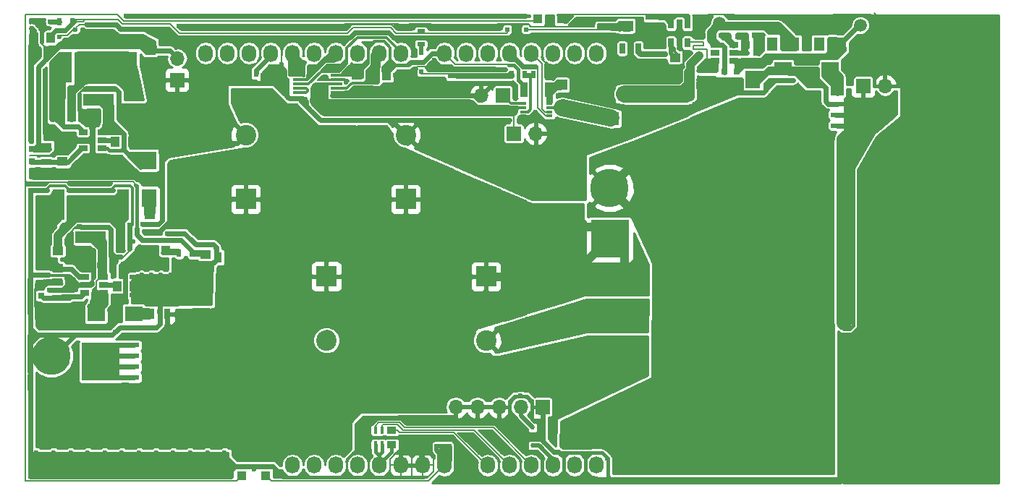
<source format=gtl>
G04 #@! TF.GenerationSoftware,KiCad,Pcbnew,(2017-11-06 revision 9df4ae65e)-makepkg*
G04 #@! TF.CreationDate,2018-07-16T22:38:27-07:00*
G04 #@! TF.ProjectId,MHz_LED_Modulator_v2,4D487A5F4C45445F4D6F64756C61746F,rev?*
G04 #@! TF.SameCoordinates,Original*
G04 #@! TF.FileFunction,Copper,L1,Top,Signal*
G04 #@! TF.FilePolarity,Positive*
%FSLAX46Y46*%
G04 Gerber Fmt 4.6, Leading zero omitted, Abs format (unit mm)*
G04 Created by KiCad (PCBNEW (2017-11-06 revision 9df4ae65e)-makepkg) date 07/16/18 22:38:27*
%MOMM*%
%LPD*%
G01*
G04 APERTURE LIST*
%ADD10R,4.500880X4.500880*%
%ADD11C,4.500880*%
%ADD12O,1.700000X1.700000*%
%ADD13R,1.700000X1.700000*%
%ADD14R,8.510000X7.870000*%
%ADD15R,3.810000X1.620000*%
%ADD16R,1.000000X1.250000*%
%ADD17R,1.250000X1.000000*%
%ADD18R,0.500000X0.500000*%
%ADD19R,2.006600X0.584200*%
%ADD20R,1.107200X0.807200*%
%ADD21R,0.450000X0.807200*%
%ADD22R,0.800000X0.299720*%
%ADD23R,0.450000X0.600000*%
%ADD24R,1.800860X2.100580*%
%ADD25R,3.600000X1.400000*%
%ADD26R,1.400000X3.600000*%
%ADD27R,0.500000X0.900000*%
%ADD28R,1.060000X0.650000*%
%ADD29R,1.400000X0.300000*%
%ADD30R,0.900000X1.700000*%
%ADD31R,0.900000X0.500000*%
%ADD32R,2.100580X1.800860*%
%ADD33R,1.100000X1.100000*%
%ADD34R,0.750000X0.800000*%
%ADD35R,0.700000X1.300000*%
%ADD36R,0.650000X1.060000*%
%ADD37C,2.400000*%
%ADD38R,2.400000X2.400000*%
%ADD39R,1.300000X0.700000*%
%ADD40R,0.650000X1.220000*%
%ADD41R,0.584200X2.006600*%
%ADD42R,5.700001X1.955600*%
%ADD43R,1.600000X1.600000*%
%ADD44R,1.100000X1.600000*%
%ADD45C,1.500000*%
%ADD46C,0.100000*%
%ADD47C,5.000000*%
%ADD48R,1.300000X1.600000*%
%ADD49R,2.000000X1.600000*%
%ADD50O,1.727200X2.032000*%
%ADD51R,1.020000X0.610000*%
%ADD52R,3.810000X4.100000*%
%ADD53R,0.600000X5.610000*%
%ADD54R,1.270000X0.610000*%
%ADD55R,3.545000X4.410000*%
%ADD56R,1.350000X0.600000*%
%ADD57R,1.500000X0.600000*%
%ADD58R,0.800000X0.750000*%
%ADD59C,0.600000*%
%ADD60C,0.600000*%
%ADD61C,0.400000*%
%ADD62C,0.150000*%
%ADD63C,0.200000*%
%ADD64C,0.300000*%
%ADD65C,1.000000*%
%ADD66C,0.500000*%
%ADD67C,0.800000*%
%ADD68C,1.200000*%
%ADD69C,1.800000*%
%ADD70C,0.170000*%
%ADD71C,2.000000*%
%ADD72C,1.500000*%
%ADD73C,0.180000*%
%ADD74C,4.000000*%
%ADD75C,0.250000*%
%ADD76C,0.190000*%
%ADD77C,0.254000*%
G04 APERTURE END LIST*
D10*
X116530000Y-111700000D03*
X176080000Y-97260000D03*
D11*
X110730000Y-111010000D03*
X176060000Y-91350000D03*
D12*
X208270000Y-79410000D03*
D13*
X205730000Y-79410000D03*
D14*
X215543000Y-79415000D03*
D15*
X207603000Y-81955000D03*
X207603000Y-76875000D03*
D12*
X125460000Y-76190000D03*
D13*
X125460000Y-78730000D03*
D12*
X167390000Y-84990000D03*
D13*
X164850000Y-84990000D03*
D16*
X120200000Y-85940000D03*
X118200000Y-85940000D03*
X118410000Y-102830000D03*
X120410000Y-102830000D03*
D12*
X158040000Y-117000000D03*
X160580000Y-117000000D03*
X163120000Y-117000000D03*
X165660000Y-117000000D03*
D13*
X168200000Y-117000000D03*
D17*
X123870000Y-100510000D03*
X123870000Y-102510000D03*
D18*
X119058000Y-98585000D03*
X119058000Y-100785000D03*
D19*
X156560000Y-120546600D03*
X156560000Y-121613400D03*
D20*
X150533601Y-121443600D03*
D21*
X149415000Y-121443600D03*
X148635000Y-121443600D03*
D20*
X147526399Y-121443600D03*
X147526399Y-119736400D03*
D21*
X148645000Y-119736400D03*
X149425000Y-119736400D03*
D20*
X150533601Y-119736400D03*
D22*
X165928000Y-82924300D03*
X165928000Y-82423920D03*
X165928000Y-81926080D03*
X165928000Y-81425700D03*
X169028000Y-81425700D03*
X169028000Y-81926080D03*
X169028000Y-82423920D03*
X169028000Y-82924300D03*
D13*
X163568000Y-80505000D03*
D12*
X161028000Y-80505000D03*
D23*
X167060000Y-121520000D03*
X167060000Y-119420000D03*
D24*
X192808000Y-78625360D03*
X192808000Y-83024640D03*
D19*
X175568000Y-72531600D03*
X175568000Y-73598400D03*
X181278000Y-72458400D03*
X181278000Y-71391600D03*
D25*
X115358000Y-97115000D03*
X115358000Y-89515000D03*
D26*
X119158000Y-93315000D03*
X111558000Y-93315000D03*
D25*
X116278000Y-81045000D03*
X116278000Y-73445000D03*
D26*
X120078000Y-77245000D03*
X112478000Y-77245000D03*
D27*
X134668000Y-77925000D03*
X136168000Y-77925000D03*
D28*
X114458000Y-84795000D03*
X114458000Y-85745000D03*
X114458000Y-86695000D03*
X116658000Y-86695000D03*
X116658000Y-84795000D03*
X116658000Y-85745000D03*
X116858000Y-102715000D03*
X116858000Y-101765000D03*
X116858000Y-103665000D03*
X114658000Y-103665000D03*
X114658000Y-102715000D03*
X114658000Y-101765000D03*
D29*
X139678000Y-80175000D03*
X139678000Y-79675000D03*
X139678000Y-79175000D03*
X139678000Y-78675000D03*
X139678000Y-78175000D03*
X144078000Y-78175000D03*
X144078000Y-78675000D03*
X144078000Y-79175000D03*
X144078000Y-79675000D03*
X144078000Y-80175000D03*
D27*
X166088000Y-78025000D03*
X164588000Y-78025000D03*
D19*
X158148000Y-79298400D03*
X158148000Y-78231600D03*
D18*
X154028000Y-77755000D03*
X154028000Y-75555000D03*
D16*
X170578000Y-79265000D03*
X172578000Y-79265000D03*
D27*
X167138000Y-78035000D03*
X168638000Y-78035000D03*
D30*
X168920000Y-79840000D03*
X166020000Y-79840000D03*
D17*
X146458000Y-80155000D03*
X146458000Y-78155000D03*
D16*
X115268000Y-83065000D03*
X117268000Y-83065000D03*
D31*
X154008000Y-73005000D03*
X154008000Y-74505000D03*
D16*
X149958000Y-78175000D03*
X151958000Y-78175000D03*
D32*
X115968360Y-106085000D03*
X120367640Y-106085000D03*
D24*
X122158000Y-92514640D03*
X122158000Y-88115360D03*
D18*
X166268000Y-72825000D03*
X164068000Y-72825000D03*
D33*
X133028000Y-125025000D03*
X135828000Y-125025000D03*
D34*
X109538000Y-103955000D03*
X109538000Y-102455000D03*
D35*
X124308000Y-106125000D03*
X122408000Y-106125000D03*
D18*
X108388000Y-71855000D03*
X110588000Y-71855000D03*
D36*
X185158000Y-74345000D03*
X183258000Y-74345000D03*
X183258000Y-72145000D03*
X184208000Y-72145000D03*
X185158000Y-72145000D03*
D16*
X110678000Y-73775000D03*
X108678000Y-73775000D03*
D17*
X128768000Y-99125000D03*
X128768000Y-101125000D03*
D33*
X170418000Y-71545000D03*
X167618000Y-71545000D03*
X121308000Y-98605000D03*
X124108000Y-98605000D03*
D17*
X183738000Y-78075000D03*
X183738000Y-76075000D03*
D37*
X133488000Y-85145000D03*
D38*
X133488000Y-92645000D03*
D17*
X112028000Y-88265000D03*
X112028000Y-86265000D03*
D39*
X122268000Y-94655000D03*
X122268000Y-96555000D03*
D35*
X130340000Y-99460000D03*
X132240000Y-99460000D03*
D40*
X179418000Y-75015000D03*
X177518000Y-75015000D03*
X177518000Y-72395000D03*
X178468000Y-72395000D03*
X179418000Y-72395000D03*
D19*
X187408000Y-78628400D03*
X187408000Y-77561600D03*
D41*
X192064600Y-74845000D03*
X193131400Y-74845000D03*
D28*
X188398000Y-75545000D03*
X188398000Y-76495000D03*
X188398000Y-74595000D03*
X190598000Y-74595000D03*
X190598000Y-75545000D03*
X190598000Y-76495000D03*
D42*
X176440000Y-106267800D03*
X176440000Y-101112200D03*
X169620000Y-90782200D03*
X169620000Y-95937800D03*
D27*
X111698000Y-71885000D03*
X113198000Y-71885000D03*
D43*
X177768000Y-80365000D03*
D44*
X178918000Y-83265000D03*
X176618000Y-83265000D03*
D45*
X188918000Y-72055000D03*
D46*
G36*
X218803044Y-85847038D02*
X219045727Y-85883037D01*
X219283713Y-85942649D01*
X219514710Y-86025301D01*
X219736493Y-86130197D01*
X219946927Y-86256326D01*
X220143984Y-86402474D01*
X220325768Y-86567233D01*
X220490527Y-86749017D01*
X220636675Y-86946074D01*
X220762804Y-87156508D01*
X220867700Y-87378291D01*
X220950352Y-87609288D01*
X221009964Y-87847274D01*
X221045963Y-88089957D01*
X221058001Y-88335000D01*
X221058001Y-123335000D01*
X221045963Y-123580043D01*
X221009964Y-123822726D01*
X220950352Y-124060712D01*
X220867700Y-124291709D01*
X220762804Y-124513492D01*
X220636675Y-124723926D01*
X220490527Y-124920983D01*
X220325768Y-125102767D01*
X220143984Y-125267526D01*
X219946927Y-125413674D01*
X219736493Y-125539803D01*
X219514710Y-125644699D01*
X219283713Y-125727351D01*
X219045727Y-125786963D01*
X218803044Y-125822962D01*
X218558001Y-125835000D01*
X218557999Y-125835000D01*
X218312956Y-125822962D01*
X218070273Y-125786963D01*
X217832287Y-125727351D01*
X217601290Y-125644699D01*
X217379507Y-125539803D01*
X217169073Y-125413674D01*
X216972016Y-125267526D01*
X216790232Y-125102767D01*
X216625473Y-124920983D01*
X216479325Y-124723926D01*
X216353196Y-124513492D01*
X216248300Y-124291709D01*
X216165648Y-124060712D01*
X216106036Y-123822726D01*
X216070037Y-123580043D01*
X216057999Y-123335000D01*
X216057999Y-88335000D01*
X216070037Y-88089957D01*
X216106036Y-87847274D01*
X216165648Y-87609288D01*
X216248300Y-87378291D01*
X216353196Y-87156508D01*
X216479325Y-86946074D01*
X216625473Y-86749017D01*
X216790232Y-86567233D01*
X216972016Y-86402474D01*
X217169073Y-86256326D01*
X217379507Y-86130197D01*
X217601290Y-86025301D01*
X217832287Y-85942649D01*
X218070273Y-85883037D01*
X218312956Y-85847038D01*
X218557999Y-85835000D01*
X218558001Y-85835000D01*
X218803044Y-85847038D01*
X218803044Y-85847038D01*
G37*
D47*
X218558000Y-105835000D03*
D34*
X108478000Y-86765000D03*
X108478000Y-88265000D03*
D16*
X111078000Y-82975000D03*
X113078000Y-82975000D03*
D17*
X111498000Y-98725000D03*
X111498000Y-100725000D03*
D27*
X127178000Y-98955000D03*
X125678000Y-98955000D03*
D37*
X152208000Y-85145000D03*
D38*
X152208000Y-92645000D03*
X142918000Y-101695000D03*
D37*
X142918000Y-109195000D03*
X161608000Y-109205000D03*
D38*
X161608000Y-101705000D03*
D48*
X197602870Y-74477049D03*
D49*
X196352870Y-77377049D03*
D48*
X195102870Y-74477049D03*
X200602870Y-74477049D03*
D49*
X201852870Y-77377049D03*
D48*
X203102870Y-74477049D03*
D50*
X156718000Y-75575000D03*
X159258000Y-75575000D03*
X161798000Y-75575000D03*
X164338000Y-75575000D03*
X166878000Y-75575000D03*
X169418000Y-75575000D03*
X171958000Y-75575000D03*
X174498000Y-75575000D03*
D51*
X125860000Y-113575000D03*
X125860000Y-111035000D03*
X125860000Y-112305000D03*
X125860000Y-109765000D03*
D52*
X123755000Y-111670000D03*
D53*
X124755000Y-111670000D03*
X122330000Y-111670000D03*
D54*
X120395000Y-113575000D03*
X120395000Y-111035000D03*
X120395000Y-112305000D03*
X120395000Y-109765000D03*
D55*
X199005370Y-82127049D03*
D56*
X196557870Y-81492049D03*
X196557870Y-80222049D03*
X196557870Y-84032049D03*
X196557870Y-82762049D03*
D57*
X202672870Y-82762049D03*
X202672870Y-84032049D03*
X202672870Y-81492049D03*
X202672870Y-80222049D03*
D58*
X190948000Y-77755000D03*
X189448000Y-77755000D03*
D17*
X122320000Y-77270000D03*
X122320000Y-75270000D03*
X122100000Y-100510000D03*
X122100000Y-102510000D03*
D16*
X114708000Y-100025000D03*
X116708000Y-100025000D03*
D18*
X121148000Y-83005000D03*
X121148000Y-80805000D03*
D45*
X205398000Y-72295000D03*
X202310000Y-78710000D03*
D31*
X113078000Y-102565000D03*
X113078000Y-104065000D03*
D39*
X110128000Y-86415000D03*
X110128000Y-88315000D03*
X111418000Y-104205000D03*
X111418000Y-102305000D03*
D50*
X138938000Y-123825000D03*
X141478000Y-123825000D03*
X144018000Y-123825000D03*
X146558000Y-123825000D03*
X149098000Y-123825000D03*
X151638000Y-123825000D03*
X154178000Y-123825000D03*
X156718000Y-123825000D03*
X161798000Y-123825000D03*
X164338000Y-123825000D03*
X166878000Y-123825000D03*
X169418000Y-123825000D03*
X171958000Y-123825000D03*
X174498000Y-123825000D03*
X128778000Y-75575000D03*
X131318000Y-75575000D03*
X133858000Y-75575000D03*
X136398000Y-75575000D03*
X138938000Y-75575000D03*
X141478000Y-75575000D03*
X144018000Y-75575000D03*
X146558000Y-75575000D03*
X149098000Y-75575000D03*
X151638000Y-75575000D03*
D59*
X173120000Y-87280000D03*
X155430000Y-87460000D03*
X158060000Y-88600000D03*
X160870000Y-89830000D03*
X163540000Y-90990000D03*
X175810000Y-107700000D03*
X179150000Y-104830000D03*
X177650000Y-107700000D03*
X210300000Y-78910000D03*
X210330000Y-80240000D03*
X210510000Y-84380000D03*
X210420000Y-82150000D03*
X207000000Y-78120000D03*
X189860000Y-79670000D03*
X186530000Y-80500000D03*
X186050000Y-81550000D03*
X185210000Y-82590000D03*
X187360000Y-81670000D03*
X189090000Y-80970000D03*
X190898000Y-80185000D03*
X183330000Y-83310000D03*
X164299980Y-83435000D03*
X116210000Y-108570000D03*
X118200000Y-108230000D03*
X127490000Y-78880000D03*
X180500000Y-82840000D03*
X178420000Y-77490000D03*
X184120000Y-81910000D03*
X161950000Y-84900000D03*
X160720000Y-83440000D03*
X121180000Y-85280000D03*
X118790000Y-87750000D03*
X125230000Y-100280000D03*
X125020000Y-102550000D03*
X123330000Y-103570000D03*
X124690000Y-101540000D03*
X122450000Y-101520000D03*
X121300000Y-101550000D03*
X210100000Y-73510000D03*
X208100000Y-74120000D03*
X208350000Y-75580000D03*
X146360000Y-73130000D03*
X153150000Y-75750000D03*
X117900000Y-100100000D03*
X117970000Y-101640000D03*
X120990000Y-104610000D03*
X123370000Y-104620000D03*
X125280000Y-104820000D03*
X127000000Y-75000000D03*
X120010000Y-84820000D03*
X124000000Y-84000000D03*
X123000000Y-85000000D03*
X123000000Y-83000000D03*
X128530000Y-77290000D03*
X127000000Y-77000000D03*
X121558000Y-72695000D03*
X124000000Y-74000000D03*
X131000000Y-83000000D03*
X126000000Y-86000000D03*
X128000000Y-86000000D03*
X130000000Y-86000000D03*
X131000000Y-85000000D03*
X125000000Y-87000000D03*
X127000000Y-87000000D03*
X127000000Y-85000000D03*
X129000000Y-85000000D03*
X129000000Y-83000000D03*
X129000000Y-81000000D03*
X127000000Y-81000000D03*
X127000000Y-83000000D03*
X125000000Y-85000000D03*
X123000000Y-82000000D03*
X125000000Y-83000000D03*
X125000000Y-81000000D03*
X124020000Y-76110000D03*
X129000000Y-79000000D03*
X121948000Y-83015000D03*
X121168000Y-82195000D03*
X120358000Y-83055000D03*
X121158000Y-83815000D03*
X122988000Y-78245000D03*
X122368000Y-80415000D03*
X163890000Y-107490000D03*
X169220000Y-108820000D03*
X164300000Y-109760000D03*
X156350000Y-118250000D03*
X153540000Y-118250000D03*
X175940000Y-125220000D03*
X175740000Y-123030000D03*
X173240000Y-122530000D03*
X165640000Y-115650000D03*
X167660000Y-118720000D03*
X167110000Y-120510000D03*
X164950000Y-119950000D03*
X166260000Y-119630000D03*
X164780000Y-118050000D03*
X168440000Y-121180000D03*
X170390000Y-122530000D03*
X153530000Y-121210000D03*
X155040000Y-121690000D03*
X155080000Y-120530000D03*
X146440000Y-122290000D03*
X146440000Y-119410000D03*
X148270000Y-118780000D03*
X149820000Y-118240000D03*
X152300000Y-118870000D03*
X154860000Y-118870000D03*
X157780000Y-118870000D03*
X160580000Y-118870000D03*
X163260000Y-119450000D03*
X165490000Y-121680000D03*
X167520000Y-122320000D03*
X162860000Y-121140000D03*
X164610000Y-122300000D03*
X163530000Y-122270000D03*
X162230000Y-119930000D03*
X161190000Y-119930000D03*
X160350000Y-121270000D03*
X162100000Y-122340000D03*
X159980000Y-120230000D03*
X158800000Y-120250000D03*
X160890000Y-122350000D03*
X159160000Y-125440000D03*
X160320000Y-123280000D03*
X158110000Y-123330000D03*
X158080000Y-121030000D03*
X152070000Y-120530000D03*
X149820000Y-120590000D03*
X147040000Y-120590000D03*
X130000000Y-125000000D03*
X128000000Y-125000000D03*
X126000000Y-125000000D03*
X124000000Y-125000000D03*
X122000000Y-125000000D03*
X120000000Y-125000000D03*
X118000000Y-125000000D03*
X116000000Y-125000000D03*
X114000000Y-125000000D03*
X110000000Y-125000000D03*
X112000000Y-125000000D03*
X168860000Y-86000000D03*
X178610000Y-85260000D03*
X174760000Y-85570000D03*
X161030000Y-86340000D03*
X202960000Y-108740000D03*
X202980000Y-123080000D03*
X202940000Y-118830000D03*
X202970000Y-113870000D03*
X205280000Y-75850000D03*
X161668000Y-73765000D03*
X180320000Y-76580000D03*
X182430000Y-76630000D03*
X173530000Y-79890000D03*
X171620000Y-78680000D03*
X171620000Y-79930000D03*
X170550000Y-76830000D03*
X169480000Y-77610000D03*
X169388000Y-78465000D03*
X168690000Y-77060000D03*
X180990000Y-84310000D03*
X183430000Y-77120000D03*
X182180000Y-81900000D03*
X178960000Y-81900000D03*
X177720000Y-83310000D03*
X175828000Y-84595000D03*
X172788000Y-83925000D03*
X165410000Y-83500000D03*
X169898000Y-83295000D03*
X168268000Y-83505000D03*
X167348000Y-82475000D03*
X173178000Y-81015000D03*
X170018000Y-80495000D03*
X176328000Y-81705000D03*
X182658000Y-77745000D03*
X180088000Y-78905000D03*
X164998000Y-80825690D03*
X157108000Y-80535000D03*
X158118000Y-80065000D03*
X159208000Y-80535000D03*
X156688000Y-79075000D03*
X159638000Y-79085000D03*
X163798000Y-77435000D03*
X192708000Y-80185000D03*
X150828942Y-73765000D03*
X144950000Y-74330000D03*
X171140000Y-85570000D03*
X179320000Y-107700000D03*
X179750000Y-106190000D03*
X155498000Y-76395000D03*
X154838000Y-77395000D03*
X157948000Y-77435000D03*
X160738000Y-77435000D03*
X176638000Y-71595000D03*
X182248000Y-74515000D03*
X180488000Y-74515000D03*
X180258000Y-73265000D03*
X174268000Y-71595000D03*
X171608000Y-72235000D03*
X192958000Y-73425000D03*
X174078000Y-73625000D03*
X116358000Y-87665000D03*
X114748000Y-87665000D03*
X212348000Y-72145000D03*
X172940000Y-91060000D03*
X172930000Y-92510000D03*
X168210000Y-92480000D03*
X177640000Y-104840000D03*
X174370000Y-104820000D03*
X166800000Y-109270000D03*
X168930000Y-105980000D03*
X171820000Y-108320000D03*
X221110000Y-73140000D03*
X221100000Y-83220000D03*
X221110000Y-81130000D03*
X221110000Y-79120000D03*
X221100000Y-77200000D03*
X221110000Y-75180000D03*
X210590000Y-77890000D03*
X209440000Y-77960000D03*
X209860000Y-75750000D03*
X206330000Y-75630000D03*
X205370000Y-78000000D03*
X205220000Y-76880000D03*
X209980000Y-76920000D03*
X211348000Y-75145000D03*
X211348000Y-77145000D03*
X211348000Y-79145000D03*
X211348000Y-81145000D03*
X211348000Y-83145000D03*
X219348000Y-73145000D03*
X217348000Y-73145000D03*
X215348000Y-73145000D03*
X213348000Y-73145000D03*
X219348000Y-83145000D03*
X217348000Y-83145000D03*
X215348000Y-83145000D03*
X213348000Y-83145000D03*
X213348000Y-81145000D03*
X215348000Y-81145000D03*
X217348000Y-81145000D03*
X219348000Y-81145000D03*
X219348000Y-79145000D03*
X217348000Y-79145000D03*
X215348000Y-79145000D03*
X213348000Y-79145000D03*
X213348000Y-77145000D03*
X215348000Y-77145000D03*
X217348000Y-77145000D03*
X219348000Y-77145000D03*
X219348000Y-75145000D03*
X217348000Y-75145000D03*
X215348000Y-75145000D03*
X213348000Y-75145000D03*
X212348000Y-74145000D03*
X214348000Y-74145000D03*
X216348000Y-74145000D03*
X218348000Y-74145000D03*
X220348000Y-74145000D03*
X220348000Y-76145000D03*
X218348000Y-76145000D03*
X216348000Y-76145000D03*
X214348000Y-76145000D03*
X212348002Y-76145000D03*
X212348000Y-78145000D03*
X214348000Y-78145000D03*
X216348000Y-78145000D03*
X218348000Y-78145000D03*
X220348000Y-78145000D03*
X220348000Y-80145000D03*
X218348000Y-80145000D03*
X216348000Y-80145000D03*
X214348000Y-80145000D03*
X212348000Y-80145000D03*
X212348000Y-82145000D03*
X214348000Y-82145000D03*
X216348000Y-82145000D03*
X218348000Y-82145000D03*
X220348000Y-82145000D03*
X219998000Y-84365000D03*
X217998000Y-84365000D03*
X215998000Y-84365000D03*
X213998000Y-84365000D03*
X211998000Y-84365000D03*
X130998000Y-122365000D03*
X130998000Y-124365000D03*
X128998000Y-122365000D03*
X126998000Y-124365000D03*
X126998000Y-122365000D03*
X125998000Y-123365000D03*
X124998000Y-124365000D03*
X123998000Y-123365000D03*
X122998000Y-122365000D03*
X122998000Y-124365000D03*
X121998000Y-123365000D03*
X120998000Y-122365000D03*
X120998000Y-124365000D03*
X119998000Y-123365000D03*
X118998000Y-122365000D03*
X117998000Y-123365000D03*
X116998000Y-122365000D03*
X116998000Y-124365000D03*
X115998000Y-123365000D03*
X114998000Y-122365000D03*
X113998000Y-123365000D03*
X114998000Y-124365000D03*
X112998000Y-122365000D03*
X111998000Y-123365000D03*
X112998000Y-124365000D03*
X110998000Y-122365000D03*
X108998000Y-122365000D03*
X110998000Y-124365000D03*
X109998000Y-123365000D03*
X108998000Y-124365000D03*
X127998000Y-123365000D03*
X129998000Y-123365000D03*
X128998000Y-124365000D03*
X124998000Y-122365000D03*
X118998000Y-124365000D03*
X206008000Y-125455000D03*
X155438000Y-122755000D03*
X151930000Y-121850000D03*
X202658000Y-125485000D03*
X198448000Y-125485000D03*
X193538000Y-125485000D03*
X188468000Y-125485000D03*
X183418000Y-125485000D03*
X178508000Y-125485000D03*
X173238000Y-125475000D03*
X168138000Y-125485000D03*
X163048000Y-125495000D03*
X156158000Y-125485000D03*
X206228000Y-87645000D03*
X208138000Y-84895000D03*
X162778000Y-79085000D03*
X153938000Y-83445000D03*
X136708000Y-79015000D03*
X198028000Y-72875000D03*
X200318000Y-72855000D03*
X203118000Y-72865000D03*
X197488000Y-78715000D03*
X195258000Y-78715000D03*
X194298000Y-79815000D03*
X190928000Y-78735000D03*
X118650000Y-82230000D03*
X118608000Y-80525000D03*
X117058000Y-79775000D03*
X114728000Y-79785000D03*
X112938000Y-98815000D03*
X112868000Y-97085000D03*
X113968000Y-95885000D03*
X116358000Y-95905000D03*
X117688000Y-96895000D03*
X117708000Y-98535000D03*
X118868000Y-99435000D03*
X119892663Y-98439663D03*
X120298000Y-97605000D03*
X119878000Y-95675000D03*
X132598000Y-76835000D03*
X151568000Y-80535000D03*
X133648000Y-79095000D03*
X135488000Y-78165000D03*
X137668000Y-76855000D03*
X138188000Y-78535000D03*
X138448000Y-80755000D03*
X140468000Y-80905000D03*
X142388000Y-83435000D03*
X146418000Y-83445000D03*
X150458000Y-83455000D03*
X113520000Y-108560000D03*
X120098000Y-107655000D03*
X122798000Y-107655000D03*
X123398000Y-105805000D03*
X121388000Y-95595000D03*
X137168000Y-124985000D03*
X134428000Y-124305000D03*
X140258000Y-125135000D03*
X145308000Y-125135000D03*
X150398000Y-125135000D03*
X131778000Y-125125000D03*
X108258009Y-125124990D03*
X108258000Y-121585000D03*
X108258000Y-118065000D03*
X108258009Y-114745000D03*
X108258009Y-105878526D03*
X108258009Y-108565000D03*
X108258000Y-99425000D03*
X108258000Y-96995000D03*
X108258000Y-94155000D03*
X108308000Y-91635000D03*
X110268000Y-91605010D03*
X108258009Y-101946472D03*
X115458000Y-91605000D03*
X117928000Y-91605010D03*
X112768000Y-91605010D03*
X165198000Y-72435000D03*
X169008000Y-71595000D03*
X125645841Y-72355011D03*
X127898000Y-72475000D03*
X132278000Y-72545000D03*
X137588000Y-72535000D03*
X142798000Y-72525000D03*
X145408000Y-72395000D03*
X152018000Y-72505000D03*
X155048000Y-72655000D03*
X156838000Y-72505000D03*
X160438000Y-72535000D03*
X163138000Y-72535000D03*
X162998000Y-71255000D03*
X159068000Y-71235000D03*
X154768000Y-71255000D03*
X151228000Y-71255000D03*
X146168000Y-71235000D03*
X141498000Y-71255000D03*
X136158000Y-71255000D03*
X130818000Y-71255000D03*
X126728000Y-71255000D03*
X122728000Y-71245000D03*
X119428619Y-71245000D03*
X166238000Y-71245000D03*
X124298000Y-96655000D03*
X126308000Y-96675000D03*
X127678000Y-97985000D03*
X130008000Y-98275000D03*
X123858000Y-88075000D03*
X123508000Y-90295000D03*
X123728000Y-93135000D03*
X123738000Y-95145000D03*
X110008000Y-82185000D03*
X110018000Y-79605000D03*
X110013342Y-77610342D03*
X119628000Y-88975000D03*
X121488000Y-90855000D03*
X129988000Y-77015000D03*
X113548000Y-72835000D03*
X114918000Y-72195000D03*
X111668000Y-73685000D03*
X116888000Y-72195000D03*
X123918000Y-72825000D03*
X118828000Y-72695030D03*
X156688000Y-73765000D03*
X152728000Y-73775000D03*
X149128000Y-73125000D03*
X142868000Y-73785000D03*
X138948000Y-73775000D03*
X133858000Y-73775000D03*
X172498000Y-77365000D03*
X173530000Y-78570000D03*
X165998000Y-86365000D03*
X166270000Y-90920000D03*
X172050000Y-89320000D03*
X172970000Y-89850000D03*
X170490000Y-89340000D03*
X168970000Y-89340000D03*
X155910000Y-85570000D03*
X158498000Y-86365000D03*
X163498000Y-86365000D03*
X158498000Y-83435000D03*
X155968000Y-83445000D03*
X154028000Y-80525000D03*
X148388000Y-79685000D03*
X145378000Y-80275000D03*
X149678000Y-79615000D03*
X147698000Y-80535000D03*
X152928000Y-78145000D03*
X151958000Y-79275000D03*
X150998000Y-78185000D03*
X145308000Y-78835000D03*
X142608000Y-78445000D03*
X128498000Y-73865000D03*
X125998000Y-73865000D03*
X130938000Y-79095000D03*
X187438000Y-71265000D03*
X199098000Y-74575000D03*
X165138000Y-73765000D03*
X168418000Y-73805000D03*
X123550000Y-101540000D03*
X186058000Y-72595000D03*
X188768000Y-78655000D03*
X188518000Y-79365000D03*
X187568000Y-79375000D03*
X186518000Y-79385000D03*
X185028000Y-75785000D03*
X210130000Y-71300000D03*
X204798000Y-74205000D03*
X206628000Y-73045000D03*
X181098000Y-73285000D03*
X173070000Y-105400000D03*
X171530000Y-92490000D03*
X167738000Y-87385000D03*
X167280000Y-89360000D03*
X114258000Y-83305000D03*
X114318000Y-82315000D03*
X116248000Y-83425000D03*
X116248000Y-82295000D03*
X128290000Y-103530000D03*
X126380000Y-103580000D03*
X127698000Y-101855000D03*
X127708000Y-100295000D03*
X126340000Y-102470000D03*
X120140000Y-101740000D03*
X121470000Y-103590000D03*
X124790000Y-103610000D03*
X115608000Y-99925000D03*
X121200000Y-86490000D03*
X110718000Y-90085000D03*
X115428000Y-88315000D03*
X108298000Y-77905000D03*
X108298000Y-75695000D03*
X121578000Y-78235000D03*
X122928000Y-76295000D03*
X121688000Y-76305000D03*
X111568000Y-103265000D03*
X113068000Y-86755000D03*
X113228000Y-85895000D03*
X123498000Y-86365000D03*
X119120000Y-83700000D03*
X175188000Y-77255000D03*
X175378000Y-78555000D03*
X112678000Y-101645010D03*
X177108000Y-78905000D03*
X184208000Y-73525000D03*
X182618000Y-78895000D03*
X176678000Y-76255000D03*
X170768000Y-73985000D03*
X172358000Y-73985000D03*
X179488000Y-73535000D03*
X178458000Y-73835000D03*
X178488000Y-75495000D03*
X176108000Y-74355000D03*
X111048692Y-87355692D03*
X109268000Y-75025000D03*
X108428000Y-72665000D03*
X108298000Y-80305000D03*
X108298000Y-82755000D03*
X108298010Y-85715000D03*
X117668000Y-90075000D03*
X108588000Y-90095000D03*
X129310000Y-104870000D03*
X129228000Y-102055000D03*
X129228000Y-100165000D03*
X126080000Y-101460000D03*
X127350000Y-104840000D03*
X182028000Y-73295000D03*
X166430000Y-106720000D03*
X218498000Y-123865000D03*
X213498000Y-123865000D03*
X208498000Y-123865000D03*
X218498000Y-118865000D03*
X213498000Y-118865000D03*
X208498000Y-118865000D03*
X218498000Y-113865000D03*
X213498000Y-113865000D03*
X208498000Y-113865000D03*
X218498000Y-108865000D03*
X213498000Y-108865000D03*
X208498000Y-108865000D03*
X218498000Y-103865000D03*
X213498000Y-103865000D03*
X208498000Y-103865000D03*
X218498000Y-98865000D03*
X213498000Y-98865000D03*
X208498000Y-98865000D03*
X218498000Y-93865000D03*
X213498000Y-93865000D03*
X208498000Y-93865000D03*
X218498000Y-88865000D03*
X213498000Y-88865000D03*
X208498000Y-88865000D03*
X214348000Y-72145000D03*
X182508000Y-75585000D03*
X180058000Y-75585000D03*
X181278000Y-75585000D03*
X220998000Y-121365000D03*
X220998000Y-116365000D03*
X220998000Y-111365000D03*
X220998000Y-106365000D03*
X220998000Y-101365000D03*
X220998000Y-96365000D03*
X220998000Y-91365000D03*
X220998000Y-86365000D03*
X215998000Y-86365000D03*
X210998000Y-86365000D03*
X215998000Y-91365000D03*
X210998000Y-91365000D03*
X215998000Y-96365000D03*
X210998000Y-96365000D03*
X215998000Y-101365000D03*
X210998000Y-101365000D03*
X215998000Y-106365000D03*
X210998000Y-106365000D03*
X215998000Y-111365000D03*
X210998000Y-111365000D03*
X215998000Y-116365000D03*
X210998000Y-116365000D03*
X215998000Y-121365000D03*
X210998000Y-121365000D03*
X205998000Y-121365000D03*
X205998000Y-116365000D03*
X205998000Y-111365000D03*
X205998000Y-106365000D03*
X205998000Y-101365000D03*
X205998000Y-96365000D03*
X205998000Y-91365000D03*
X220348000Y-72145000D03*
X216348000Y-72145000D03*
X218348000Y-72145000D03*
X212348000Y-72145000D03*
X206598000Y-71265000D03*
X208348000Y-72145000D03*
X202118000Y-71255000D03*
X198138000Y-71255000D03*
X194228000Y-71255000D03*
X190538000Y-71245000D03*
X130998000Y-81365000D03*
X110428000Y-84525000D03*
X111888000Y-84975000D03*
X113348000Y-84975000D03*
X113898000Y-88295000D03*
X113098000Y-90085000D03*
X117028000Y-88305000D03*
X193938000Y-73425000D03*
X162809990Y-83435000D03*
X184550000Y-77080000D03*
X189078000Y-73475000D03*
X186638000Y-75735000D03*
X185958000Y-76385000D03*
X192048000Y-73425000D03*
X190988000Y-73665000D03*
X190038000Y-73815000D03*
X122418000Y-103575000D03*
X120140000Y-103920000D03*
X113448000Y-99995000D03*
X114048000Y-98645000D03*
X115478000Y-98635000D03*
X193908000Y-75165000D03*
X193918000Y-74265000D03*
X174050000Y-107710000D03*
X171160000Y-105240000D03*
X173080000Y-107070000D03*
X176150000Y-104830000D03*
X166650000Y-92350000D03*
X162788000Y-87385000D03*
X165178000Y-87345000D03*
X169920000Y-92510000D03*
X112578000Y-103265000D03*
X113588000Y-103265000D03*
X110498000Y-103265000D03*
D60*
X111010000Y-111070000D02*
X110700000Y-111070000D01*
X113520000Y-108560000D02*
X111010000Y-111070000D01*
X109045000Y-108565000D02*
X108290000Y-107810000D01*
X108258009Y-108565000D02*
X109060000Y-108565000D01*
X109060000Y-108565000D02*
X109500000Y-108565000D01*
X109060000Y-108565000D02*
X109045000Y-108565000D01*
X108350000Y-109450000D02*
X108320000Y-109450000D01*
X109500000Y-108565000D02*
X114188000Y-108565000D01*
X109500000Y-108565000D02*
X109235000Y-108565000D01*
X109235000Y-108565000D02*
X108350000Y-109450000D01*
X117850000Y-108580000D02*
X117830000Y-108560000D01*
X117830000Y-108560000D02*
X113944264Y-108560000D01*
X118200000Y-108230000D02*
X117850000Y-108580000D01*
D61*
X211420000Y-79410000D02*
X211470000Y-79360000D01*
X208270000Y-79410000D02*
X211420000Y-79410000D01*
X208230000Y-79420000D02*
X208240000Y-79430000D01*
X206990000Y-79420000D02*
X208230000Y-79420000D01*
X206990000Y-77200000D02*
X206990000Y-79420000D01*
X207315000Y-76875000D02*
X206990000Y-77200000D01*
X207603000Y-76875000D02*
X207315000Y-76875000D01*
D60*
X207603000Y-76875000D02*
X207603000Y-77007000D01*
X190920000Y-80220000D02*
X183340000Y-83310000D01*
X183340000Y-83310000D02*
X183330000Y-83310000D01*
X189570000Y-80180000D02*
X189570000Y-80160000D01*
X187710000Y-81460000D02*
X188630000Y-80540000D01*
X186690000Y-81460000D02*
X187380000Y-81460000D01*
X187380000Y-81460000D02*
X187690000Y-81460000D01*
X187380000Y-81460000D02*
X187710000Y-81460000D01*
X189040000Y-80470000D02*
X189300000Y-80279756D01*
X189198000Y-80165000D02*
X188898001Y-80464999D01*
X188898001Y-80464999D02*
X188575001Y-80464999D01*
X165400010Y-83399990D02*
X165400010Y-83440000D01*
X165568000Y-83075000D02*
X165720000Y-83075000D01*
X165720000Y-83075000D02*
X166748000Y-83075000D01*
X165720000Y-83075000D02*
X165720000Y-83080000D01*
X165720000Y-83080000D02*
X165400010Y-83399990D01*
X162809990Y-83435000D02*
X164299980Y-83435000D01*
X113954264Y-108570000D02*
X114350000Y-108570000D01*
X113520000Y-108560000D02*
X113944264Y-108560000D01*
X113944264Y-108560000D02*
X113954264Y-108570000D01*
X114600000Y-108560000D02*
X114170000Y-108560000D01*
X108258009Y-108989264D02*
X108258009Y-114750000D01*
X108258009Y-108565000D02*
X108258009Y-108989264D01*
X118781517Y-107668483D02*
X118210000Y-108240000D01*
X118781517Y-107655000D02*
X118781517Y-107668483D01*
X162809990Y-83435000D02*
X163935000Y-83435000D01*
X187630002Y-81480000D02*
X187690000Y-81480000D01*
X189040000Y-80010000D02*
X189040000Y-80470000D01*
X189570000Y-80010000D02*
X189040000Y-80010000D01*
X189570000Y-80190000D02*
X189570000Y-80010000D01*
X186518000Y-81288000D02*
X186690000Y-81460000D01*
X186518000Y-79385000D02*
X186518000Y-81288000D01*
X190885000Y-80185000D02*
X190920000Y-80220000D01*
X190920000Y-80220000D02*
X190880000Y-80180000D01*
X192708000Y-80185000D02*
X190885000Y-80185000D01*
X188200000Y-79870000D02*
X188210000Y-79870000D01*
X188520000Y-80190000D02*
X188200000Y-79870000D01*
X190468736Y-80190000D02*
X188520000Y-80190000D01*
X190898000Y-80185000D02*
X190473736Y-80185000D01*
X190473736Y-80185000D02*
X190468736Y-80190000D01*
X161295072Y-83435000D02*
X162809990Y-83435000D01*
X160004990Y-83435010D02*
X160005000Y-83435000D01*
X159607388Y-83435010D02*
X160004990Y-83435010D01*
X160005000Y-83435000D02*
X161295072Y-83435000D01*
D61*
X167030000Y-117000000D02*
X166950000Y-117080000D01*
X168200000Y-117000000D02*
X167030000Y-117000000D01*
D60*
X167990000Y-118650000D02*
X168110000Y-118530000D01*
X167680000Y-118650000D02*
X167990000Y-118650000D01*
X167660000Y-118670000D02*
X167680000Y-118650000D01*
X167660000Y-118720000D02*
X167660000Y-118670000D01*
X168200000Y-120945037D02*
X168267481Y-121012518D01*
X168200000Y-117000000D02*
X168200000Y-120945037D01*
X132215000Y-123925000D02*
X131250000Y-122960000D01*
X132217998Y-123925000D02*
X132730000Y-123925000D01*
X132730000Y-123925000D02*
X135978000Y-123925000D01*
X132730000Y-123925000D02*
X132215000Y-123925000D01*
X131110000Y-123240000D02*
X131900000Y-124030000D01*
X131110000Y-123230000D02*
X131110000Y-123240000D01*
X130890000Y-123450000D02*
X131110000Y-123230000D01*
X130890000Y-123690000D02*
X130890000Y-123450000D01*
X131125000Y-123925000D02*
X130890000Y-123690000D01*
X132217998Y-123925000D02*
X131125000Y-123925000D01*
X194728736Y-78820000D02*
X194720000Y-78820000D01*
X195258000Y-78715000D02*
X194833736Y-78715000D01*
X194833736Y-78715000D02*
X194728736Y-78820000D01*
X195687264Y-78720000D02*
X197500000Y-78720000D01*
X195258000Y-78715000D02*
X195682264Y-78715000D01*
X195682264Y-78715000D02*
X195687264Y-78720000D01*
X108490000Y-101520000D02*
X110400000Y-101520000D01*
X108258009Y-101751991D02*
X108490000Y-101520000D01*
X108258009Y-101946472D02*
X108258009Y-101751991D01*
X108258009Y-101946472D02*
X108258009Y-105880000D01*
X114577963Y-108565000D02*
X114140000Y-108565000D01*
X122870000Y-73070000D02*
X122840000Y-73040000D01*
X123248736Y-73070000D02*
X122870000Y-73070000D01*
X123918000Y-72825000D02*
X123493736Y-72825000D01*
X123493736Y-72825000D02*
X123248736Y-73070000D01*
X121558000Y-72695000D02*
X124000000Y-74010000D01*
X124000000Y-74010000D02*
X124000000Y-74000000D01*
D62*
X139500000Y-74100000D02*
X139400000Y-74200000D01*
X139500000Y-74090000D02*
X139500000Y-74100000D01*
X139540000Y-74130000D02*
X139500000Y-74090000D01*
X139540000Y-74180000D02*
X139540000Y-74130000D01*
X139410000Y-74310000D02*
X139540000Y-74180000D01*
X139410000Y-74370000D02*
X139410000Y-74310000D01*
X139247999Y-74207999D02*
X139410000Y-74370000D01*
X138948000Y-73775000D02*
X139247999Y-74074999D01*
X139247999Y-74074999D02*
X139247999Y-74207999D01*
X111547264Y-87430000D02*
X112250000Y-87430000D01*
X111048692Y-87355692D02*
X111472956Y-87355692D01*
X111472956Y-87355692D02*
X111547264Y-87430000D01*
X123400000Y-86680000D02*
X123400000Y-87300000D01*
X123690000Y-86390000D02*
X123400000Y-86680000D01*
X123690000Y-86680000D02*
X123690000Y-86390000D01*
X123690000Y-87482736D02*
X123690000Y-86680000D01*
X123858000Y-88075000D02*
X123858000Y-87650736D01*
X123858000Y-87650736D02*
X123690000Y-87482736D01*
D63*
X165138000Y-73765000D02*
X165640000Y-74267000D01*
X114757991Y-79465009D02*
X114451500Y-79771500D01*
X118340000Y-79630000D02*
X118175009Y-79465009D01*
X118340000Y-79640000D02*
X118340000Y-79630000D01*
X118175009Y-79465009D02*
X114757991Y-79465009D01*
X118258000Y-79775000D02*
X118258000Y-79722000D01*
X118258000Y-79722000D02*
X118340000Y-79640000D01*
X113838010Y-80384990D02*
X113956500Y-80266500D01*
X113838010Y-82259274D02*
X113838010Y-80384990D01*
X114318000Y-82315000D02*
X113893736Y-82315000D01*
X113893736Y-82315000D02*
X113838010Y-82259274D01*
X110540831Y-87510000D02*
X108200000Y-87510000D01*
X111048692Y-87355692D02*
X110695139Y-87355692D01*
X110695139Y-87355692D02*
X110540831Y-87510000D01*
D60*
X115268000Y-83065000D02*
X115268000Y-83132000D01*
X132500000Y-86100000D02*
X128600000Y-86100000D01*
X133455000Y-85145000D02*
X132500000Y-86100000D01*
X133488000Y-85145000D02*
X133455000Y-85145000D01*
X161560000Y-109200000D02*
X161608000Y-109205000D01*
D61*
X157660000Y-118470000D02*
X152270000Y-118470000D01*
X157850000Y-118280000D02*
X157660000Y-118470000D01*
X157930000Y-118280000D02*
X157850000Y-118280000D01*
X157800000Y-118150000D02*
X157930000Y-118280000D01*
X151409960Y-118150000D02*
X157800000Y-118150000D01*
X151314980Y-118244980D02*
X151409960Y-118150000D01*
X151657456Y-118244980D02*
X151314980Y-118244980D01*
X166950000Y-118471458D02*
X167188542Y-118710000D01*
X166950000Y-116280000D02*
X166950000Y-118471458D01*
X166810000Y-116140000D02*
X166380000Y-115710000D01*
X166810000Y-116140000D02*
X166950000Y-116280000D01*
X167660000Y-118720000D02*
X167235736Y-118720000D01*
X173530000Y-122380000D02*
X173220000Y-122690000D01*
X172600000Y-122380000D02*
X173640000Y-122380000D01*
X173640000Y-122380000D02*
X174350000Y-122380000D01*
X173640000Y-122380000D02*
X173530000Y-122380000D01*
X175830000Y-123000000D02*
X175830000Y-123260000D01*
X175730000Y-122900000D02*
X175830000Y-123000000D01*
X175210000Y-122380000D02*
X175730000Y-122900000D01*
X174350000Y-122380000D02*
X175210000Y-122380000D01*
X175830000Y-125560000D02*
X175820000Y-125570000D01*
X175830000Y-123060000D02*
X175830000Y-125560000D01*
X175140000Y-122370000D02*
X175830000Y-123060000D01*
X173870000Y-122370000D02*
X175140000Y-122370000D01*
X173760000Y-122480000D02*
X173870000Y-122370000D01*
X173230000Y-123010000D02*
X173760000Y-122480000D01*
X170690000Y-122820000D02*
X171090000Y-122420000D01*
X170690000Y-122830000D02*
X170690000Y-122820000D01*
X172600000Y-122380000D02*
X170240000Y-122380000D01*
X173230000Y-123010000D02*
X172600000Y-122380000D01*
X173230000Y-125042736D02*
X173230000Y-123010000D01*
X173238000Y-125475000D02*
X173238000Y-125050736D01*
X173238000Y-125050736D02*
X173230000Y-125042736D01*
X164322081Y-117000000D02*
X163110000Y-117000000D01*
X164380000Y-116290000D02*
X164380000Y-116940000D01*
X164380000Y-116940000D02*
X164380000Y-117690000D01*
X164380000Y-116940000D02*
X164380000Y-116942081D01*
X164380000Y-116942081D02*
X164322081Y-117000000D01*
X164380000Y-117690000D02*
X164850000Y-118160000D01*
X164960000Y-115710000D02*
X164380000Y-116290000D01*
X166380000Y-115710000D02*
X164960000Y-115710000D01*
X168200000Y-117000000D02*
X167670000Y-117000000D01*
D60*
X166280000Y-121010000D02*
X166490000Y-120800000D01*
X166280000Y-121470000D02*
X166280000Y-121010000D01*
X166220000Y-121530000D02*
X166280000Y-121470000D01*
X166220000Y-121380000D02*
X166220000Y-121530000D01*
X166280000Y-122075002D02*
X166280000Y-121440000D01*
X166280000Y-121440000D02*
X166220000Y-121380000D01*
X167520000Y-122300000D02*
X166470000Y-122300000D01*
X166470000Y-122300000D02*
X166102476Y-122300000D01*
X166470000Y-122300000D02*
X166470000Y-122265002D01*
X166470000Y-122265002D02*
X166280000Y-122075002D01*
X167480000Y-120220000D02*
X167750000Y-119950000D01*
X166570000Y-120220000D02*
X167480000Y-120220000D01*
X164430000Y-117880000D02*
X163800000Y-118510000D01*
X164630000Y-117880000D02*
X164430000Y-117880000D01*
X164990000Y-118240000D02*
X164630000Y-117880000D01*
X166270000Y-119629962D02*
X164990000Y-118349962D01*
X164990000Y-118349962D02*
X164990000Y-118240000D01*
X166570000Y-120220000D02*
X166270000Y-119920000D01*
X166270000Y-119920000D02*
X166270000Y-119629962D01*
X167300000Y-120220000D02*
X166570000Y-120220000D01*
X167460000Y-120380000D02*
X167300000Y-120220000D01*
X167450000Y-120380000D02*
X167460000Y-120380000D01*
X167984962Y-120730000D02*
X167800000Y-120730000D01*
X167800000Y-120730000D02*
X167450000Y-120380000D01*
X167810000Y-117590000D02*
X167800000Y-117580000D01*
X167810000Y-118890000D02*
X167650000Y-118730000D01*
X167730000Y-120690000D02*
X167810000Y-120610000D01*
X167810000Y-120610000D02*
X167810000Y-118890000D01*
X167984962Y-120730000D02*
X167770000Y-120730000D01*
X167770000Y-120730000D02*
X167730000Y-120690000D01*
X164500000Y-119350000D02*
X164500000Y-118840000D01*
X165880000Y-120730000D02*
X164500000Y-119350000D01*
X167984962Y-120730000D02*
X165880000Y-120730000D01*
X170132519Y-122272519D02*
X169527481Y-122272519D01*
X169527481Y-122272519D02*
X167984962Y-120730000D01*
X170450000Y-122590000D02*
X170132519Y-122272519D01*
D61*
X170690000Y-122830000D02*
X170450000Y-122590000D01*
X170690000Y-125430000D02*
X170690000Y-122830000D01*
X170670000Y-125450000D02*
X170690000Y-125430000D01*
D60*
X178578000Y-125485000D02*
X170670000Y-125485000D01*
X170670000Y-125485000D02*
X166150000Y-125485000D01*
D61*
X170670000Y-125485000D02*
X170670000Y-125450000D01*
X157366600Y-120546600D02*
X158200000Y-121380000D01*
X156560000Y-120546600D02*
X157366600Y-120546600D01*
X157830000Y-120840000D02*
X155380000Y-120840000D01*
X158020000Y-121030000D02*
X157830000Y-120840000D01*
X158080000Y-121030000D02*
X158020000Y-121030000D01*
X155140000Y-121107998D02*
X155140000Y-122480000D01*
X156560000Y-120546600D02*
X155701398Y-120546600D01*
X155701398Y-120546600D02*
X155140000Y-121107998D01*
X155060000Y-122390000D02*
X155450000Y-122780000D01*
X155060000Y-120425010D02*
X155060000Y-121400000D01*
X155060000Y-121400000D02*
X155060000Y-121860000D01*
X155060000Y-121400000D02*
X155060000Y-122390000D01*
X155040000Y-121020000D02*
X155000000Y-121020000D01*
X155513400Y-120546600D02*
X155040000Y-121020000D01*
X156560000Y-120546600D02*
X155513400Y-120546600D01*
X157670000Y-120630000D02*
X158060000Y-121020000D01*
X154390000Y-120630000D02*
X157670000Y-120630000D01*
X154380000Y-120620000D02*
X154390000Y-120630000D01*
X154380000Y-120425010D02*
X154380000Y-120620000D01*
X157619432Y-120425010D02*
X154380000Y-120425010D01*
X158080000Y-120885578D02*
X157619432Y-120425010D01*
X158080000Y-121030000D02*
X158080000Y-120885578D01*
X155060000Y-121860000D02*
X155000000Y-121920000D01*
X152225010Y-120425010D02*
X152020000Y-120425010D01*
X152020000Y-120425010D02*
X151430000Y-120425010D01*
X152020000Y-120425010D02*
X155060000Y-120425010D01*
D63*
X147650000Y-122860000D02*
X147260000Y-122470000D01*
X147770000Y-122860000D02*
X147650000Y-122860000D01*
X147770000Y-122650000D02*
X147770000Y-122860000D01*
X147840000Y-122580000D02*
X147770000Y-122650000D01*
X147840000Y-125180000D02*
X147840000Y-123370000D01*
X147840000Y-123370000D02*
X147840000Y-123197211D01*
X147840000Y-123370000D02*
X147840000Y-122580000D01*
X146080000Y-122450000D02*
X146180000Y-122350000D01*
X145880000Y-122490000D02*
X145920000Y-122450000D01*
X145920000Y-122450000D02*
X146280000Y-122090000D01*
X145920000Y-122450000D02*
X146080000Y-122450000D01*
X145880000Y-122490000D02*
X146580000Y-122490000D01*
X145290000Y-123080000D02*
X145880000Y-122490000D01*
X145290000Y-123690000D02*
X145290000Y-123080000D01*
X145290000Y-125204000D02*
X145290000Y-123690000D01*
X145308000Y-125222000D02*
X145290000Y-125204000D01*
X145308000Y-125135000D02*
X145308000Y-125222000D01*
X146980000Y-122300000D02*
X146670000Y-121990000D01*
X147040000Y-122300000D02*
X146980000Y-122300000D01*
X146740001Y-120889999D02*
X146470000Y-121160000D01*
X147040000Y-120590000D02*
X146740001Y-120889999D01*
X146740001Y-120280001D02*
X146500000Y-120040000D01*
X147040000Y-120590000D02*
X146740001Y-120290001D01*
X146740001Y-120290001D02*
X146740001Y-120280001D01*
X146510000Y-120670000D02*
X147060000Y-120670000D01*
X146440000Y-120740000D02*
X146510000Y-120670000D01*
X146440000Y-120610000D02*
X146440000Y-120740000D01*
X146970000Y-120470000D02*
X146560000Y-120470000D01*
X147110000Y-120610000D02*
X146970000Y-120470000D01*
D60*
X146440000Y-119055597D02*
X146440000Y-120610000D01*
X146440000Y-120610000D02*
X146440000Y-122290000D01*
D63*
X146440000Y-120610000D02*
X147110000Y-120610000D01*
X147076389Y-122433600D02*
X147196395Y-122553606D01*
X147040000Y-122300000D02*
X147076389Y-122336389D01*
X146490000Y-122300000D02*
X147040000Y-122300000D01*
X147076389Y-122336389D02*
X147076389Y-122433600D01*
X146450000Y-122340000D02*
X146490000Y-122300000D01*
X146450000Y-122410000D02*
X146450000Y-122340000D01*
X146530000Y-122490000D02*
X146450000Y-122410000D01*
X147132789Y-122490000D02*
X146530000Y-122490000D01*
X147840000Y-123197211D02*
X147132789Y-122490000D01*
X147860000Y-125200000D02*
X147840000Y-125180000D01*
D61*
X137937990Y-125234990D02*
X147860000Y-125234990D01*
X147860000Y-125234990D02*
X148971600Y-125234990D01*
D63*
X147860000Y-125234990D02*
X147860000Y-125200000D01*
D60*
X148190000Y-118600000D02*
X147500000Y-118600000D01*
X148545019Y-118244981D02*
X148190000Y-118600000D01*
X148980000Y-118244981D02*
X148545019Y-118244981D01*
X148840343Y-118244981D02*
X148980000Y-118244981D01*
X147250617Y-118244980D02*
X146635597Y-118860000D01*
X146635597Y-118860000D02*
X146440000Y-119055597D01*
X146635597Y-118860000D02*
X148225324Y-118860000D01*
X148225324Y-118860000D02*
X148840343Y-118244981D01*
X146440000Y-122290000D02*
X146430000Y-122290000D01*
X151657456Y-118244980D02*
X147250617Y-118244980D01*
X152287446Y-118874970D02*
X151657456Y-118244980D01*
X162677446Y-118874970D02*
X152287446Y-118874970D01*
X163766238Y-119963762D02*
X162677446Y-118874970D01*
X165641238Y-121838762D02*
X163766238Y-119963762D01*
X166102476Y-122300000D02*
X165641238Y-121838762D01*
X167992000Y-122772000D02*
X167520000Y-122300000D01*
D61*
X168138000Y-125485000D02*
X168138000Y-122772000D01*
X157980000Y-125000000D02*
X158010000Y-125030000D01*
X157980000Y-120785578D02*
X157980000Y-125000000D01*
X157947211Y-120752789D02*
X157980000Y-120785578D01*
X160487211Y-123292789D02*
X157947211Y-120752789D01*
X160010000Y-123730000D02*
X160050000Y-123730000D01*
X158260000Y-125480000D02*
X160010000Y-123730000D01*
X160050000Y-123730000D02*
X160487211Y-123292789D01*
X156587264Y-125480000D02*
X158260000Y-125480000D01*
X156158000Y-125485000D02*
X156582264Y-125485000D01*
X156582264Y-125485000D02*
X156587264Y-125480000D01*
D63*
X150340000Y-125100000D02*
X150340000Y-123820000D01*
X150340000Y-123820000D02*
X150340000Y-123077211D01*
X150340000Y-123820000D02*
X151640000Y-123820000D01*
X150983611Y-122433600D02*
X150818606Y-122598605D01*
X151050000Y-122310000D02*
X150983611Y-122376389D01*
X152120000Y-122310000D02*
X151050000Y-122310000D01*
X150983611Y-122376389D02*
X150983611Y-122433600D01*
X152160000Y-122350000D02*
X152120000Y-122310000D01*
X152160000Y-122490000D02*
X152160000Y-122350000D01*
X150927211Y-122490000D02*
X152160000Y-122490000D01*
X150340000Y-123077211D02*
X150927211Y-122490000D01*
X150375000Y-125135000D02*
X150340000Y-125100000D01*
X150398000Y-125135000D02*
X150375000Y-125135000D01*
D61*
X155000000Y-122390000D02*
X151750000Y-122390000D01*
X155460000Y-122850000D02*
X155000000Y-122390000D01*
X156160000Y-120425010D02*
X156160000Y-120530000D01*
X152663000Y-120570000D02*
X152230000Y-120570000D01*
X152230000Y-120570000D02*
X146950000Y-120570000D01*
X152230000Y-120570000D02*
X152230000Y-120430000D01*
X152230000Y-120430000D02*
X152225010Y-120425010D01*
X154038000Y-121045000D02*
X153138000Y-121045000D01*
X153138000Y-121045000D02*
X152663000Y-120570000D01*
X161550000Y-120250000D02*
X163610000Y-122310000D01*
X161550000Y-120100000D02*
X161550000Y-120250000D01*
X162250000Y-120100000D02*
X161550000Y-120100000D01*
X164420000Y-122270000D02*
X162250000Y-120100000D01*
D63*
X164170000Y-121820000D02*
X164620000Y-122270000D01*
X164620000Y-122270000D02*
X165420000Y-123070000D01*
D61*
X164620000Y-122270000D02*
X164420000Y-122270000D01*
X161890000Y-122360000D02*
X161910000Y-122380000D01*
X160920000Y-122360000D02*
X161890000Y-122360000D01*
X158710000Y-120150000D02*
X160920000Y-122360000D01*
X158650000Y-120150000D02*
X158710000Y-120150000D01*
X158710000Y-120210000D02*
X158650000Y-120150000D01*
X159910000Y-120210000D02*
X158710000Y-120210000D01*
X162090000Y-122390000D02*
X159910000Y-120210000D01*
D63*
X161010000Y-121190000D02*
X162210000Y-122390000D01*
X162210000Y-122390000D02*
X163040000Y-123220000D01*
D61*
X162210000Y-122390000D02*
X162090000Y-122390000D01*
D63*
X160800000Y-122540000D02*
X162420000Y-122540000D01*
X160797554Y-122542446D02*
X160800000Y-122540000D01*
X158280108Y-120025000D02*
X160797554Y-122542446D01*
X160065000Y-120025000D02*
X158280108Y-120025000D01*
X163060000Y-123009632D02*
X161220368Y-121170000D01*
X161220368Y-121170000D02*
X161080368Y-121030000D01*
X161220368Y-121170000D02*
X161210000Y-121170000D01*
X161210000Y-121170000D02*
X160065000Y-120025000D01*
X161380000Y-119980000D02*
X161410000Y-120010000D01*
X161420000Y-119980000D02*
X161380000Y-119980000D01*
X161510000Y-119890000D02*
X161420000Y-119980000D01*
X162260000Y-119890000D02*
X161700000Y-119890000D01*
X161700000Y-119890000D02*
X161070000Y-119890000D01*
X161700000Y-119890000D02*
X161510000Y-119890000D01*
X163500000Y-122360000D02*
X160940000Y-119800000D01*
X164560000Y-122360000D02*
X163500000Y-122360000D01*
X163520000Y-122360000D02*
X164560000Y-122360000D01*
X162370000Y-121210000D02*
X163520000Y-122360000D01*
X161070000Y-119890000D02*
X162370000Y-121190000D01*
X162370000Y-121190000D02*
X162370000Y-121210000D01*
X164870000Y-122500000D02*
X162260000Y-119890000D01*
X164910000Y-122500000D02*
X164870000Y-122500000D01*
X163500000Y-122500000D02*
X164910000Y-122500000D01*
X163484816Y-122515184D02*
X163500000Y-122500000D01*
X160694622Y-119724990D02*
X163484816Y-122515184D01*
X161900000Y-119724990D02*
X160694622Y-119724990D01*
X162314990Y-119724990D02*
X161900000Y-119724990D01*
X165620000Y-123019632D02*
X164350368Y-121750000D01*
X164350368Y-121750000D02*
X164215184Y-121614816D01*
X164350368Y-121750000D02*
X164340000Y-121750000D01*
X164340000Y-121750000D02*
X162314990Y-119724990D01*
X165920000Y-125120000D02*
X165930000Y-125130000D01*
X165770000Y-125120000D02*
X165920000Y-125120000D01*
X165720000Y-125170000D02*
X165770000Y-125120000D01*
X165720000Y-124820000D02*
X165720000Y-125170000D01*
X165680000Y-124780000D02*
X165720000Y-124820000D01*
X166150000Y-125250000D02*
X165680000Y-124780000D01*
D60*
X166150000Y-125485000D02*
X165610000Y-125485000D01*
D63*
X166150000Y-125485000D02*
X166150000Y-125250000D01*
X165610000Y-124480000D02*
X166580000Y-125450000D01*
X165480000Y-124610000D02*
X165610000Y-124480000D01*
X165480000Y-124860000D02*
X165480000Y-124610000D01*
X165470000Y-125270000D02*
X165300000Y-125100000D01*
X165480000Y-125270000D02*
X165470000Y-125270000D01*
X165480000Y-124860000D02*
X165480000Y-125270000D01*
X165560000Y-124780000D02*
X165480000Y-124860000D01*
X165080000Y-125260000D02*
X165560000Y-124780000D01*
X164830000Y-125260000D02*
X165080000Y-125260000D01*
X164750000Y-125340000D02*
X164830000Y-125260000D01*
X165620000Y-125360000D02*
X165620000Y-124470000D01*
X165620000Y-124470000D02*
X165620000Y-123019632D01*
X165620000Y-124470000D02*
X164750000Y-125340000D01*
X165430000Y-123070000D02*
X165610000Y-123250000D01*
X165420000Y-123070000D02*
X165530000Y-123180000D01*
X165420000Y-123070000D02*
X165430000Y-123070000D01*
X164170000Y-121660000D02*
X164170000Y-121820000D01*
X164215184Y-121614816D02*
X164170000Y-121660000D01*
X165610000Y-125370000D02*
X165620000Y-125360000D01*
D60*
X165610000Y-125485000D02*
X160488000Y-125485000D01*
D63*
X165610000Y-125485000D02*
X165610000Y-125370000D01*
X163290000Y-125280000D02*
X163140000Y-125130000D01*
X163410000Y-125280000D02*
X163290000Y-125280000D01*
X163150000Y-125020000D02*
X163410000Y-125280000D01*
X163150000Y-124770000D02*
X163150000Y-125020000D01*
X163070000Y-124690000D02*
X163150000Y-124770000D01*
X163660000Y-125280000D02*
X163070000Y-124690000D01*
X163910000Y-125280000D02*
X163660000Y-125280000D01*
X163960000Y-125330000D02*
X163910000Y-125280000D01*
X163070000Y-124440000D02*
X163960000Y-125330000D01*
X162560000Y-124950000D02*
X163070000Y-124440000D01*
X162560000Y-125120000D02*
X162560000Y-124950000D01*
X162870000Y-125120000D02*
X162560000Y-125120000D01*
X162910000Y-125160000D02*
X162870000Y-125120000D01*
X162910000Y-125190000D02*
X162910000Y-125160000D01*
X162910000Y-124800000D02*
X162910000Y-125190000D01*
X162980000Y-124730000D02*
X162910000Y-124800000D01*
X162480000Y-125230000D02*
X162980000Y-124730000D01*
X162280000Y-125230000D02*
X162480000Y-125230000D01*
X162180000Y-125330000D02*
X162280000Y-125230000D01*
X163060000Y-124450000D02*
X162180000Y-125330000D01*
X163060000Y-125058736D02*
X163060000Y-124320000D01*
X163060000Y-124320000D02*
X163060000Y-123009632D01*
X163060000Y-124320000D02*
X163060000Y-124450000D01*
X161010000Y-121070000D02*
X161010000Y-121190000D01*
X161050000Y-121030000D02*
X161010000Y-121070000D01*
X161080368Y-121030000D02*
X161050000Y-121030000D01*
X163048000Y-125495000D02*
X163048000Y-125070736D01*
X163048000Y-125070736D02*
X163060000Y-125058736D01*
D62*
X161700000Y-123904524D02*
X161700000Y-123920000D01*
X151500801Y-120000000D02*
X157795476Y-120000000D01*
X157795476Y-120000000D02*
X161700000Y-123904524D01*
X150533601Y-119736400D02*
X151237201Y-119736400D01*
X151237201Y-119736400D02*
X151500801Y-120000000D01*
D61*
X148879199Y-123600000D02*
X149190000Y-123600000D01*
X149160801Y-123620000D02*
X149010000Y-123620000D01*
X150533601Y-121443600D02*
X150533601Y-122247200D01*
X150533601Y-122247200D02*
X149160801Y-123620000D01*
X149110000Y-123470000D02*
X149100000Y-123470000D01*
X149110000Y-122570000D02*
X149110000Y-123470000D01*
X149410000Y-122270000D02*
X149110000Y-122570000D01*
X149410000Y-121627200D02*
X149410000Y-122270000D01*
X149415000Y-121443600D02*
X149415000Y-121622200D01*
X149415000Y-121622200D02*
X149410000Y-121627200D01*
X149110000Y-123820000D02*
X149110000Y-123480000D01*
X149110000Y-122722200D02*
X149110000Y-123820000D01*
X148635000Y-121443600D02*
X148635000Y-122247200D01*
X148635000Y-122247200D02*
X149110000Y-122722200D01*
X174720000Y-85420000D02*
X174738000Y-85295000D01*
D60*
X173720000Y-73980000D02*
X174090000Y-73610000D01*
X168620000Y-73980000D02*
X173720000Y-73980000D01*
X168405000Y-73765000D02*
X168620000Y-73980000D01*
X150828942Y-73765000D02*
X168405000Y-73765000D01*
D64*
X165928000Y-82924300D02*
X165785700Y-82924300D01*
D60*
X165622264Y-83435000D02*
X165910000Y-83147264D01*
X177700000Y-84370000D02*
X177710000Y-84380000D01*
X177600000Y-81815010D02*
X176808008Y-81815010D01*
X177600000Y-81815010D02*
X177700000Y-81915010D01*
X177700000Y-81915010D02*
X177700000Y-84370000D01*
D65*
X172200000Y-100890000D02*
X172190000Y-100900000D01*
X172450000Y-100890000D02*
X172200000Y-100890000D01*
X173080000Y-100260000D02*
X172450000Y-100890000D01*
X176080000Y-97260000D02*
X173080000Y-100260000D01*
X176040000Y-97390000D02*
X176040000Y-97400000D01*
X176030000Y-97380000D02*
X176040000Y-97390000D01*
X176030000Y-96640000D02*
X176030000Y-97380000D01*
X175327800Y-95937800D02*
X176030000Y-96640000D01*
X169620000Y-95937800D02*
X175327800Y-95937800D01*
X176430000Y-97250000D02*
X176080000Y-97250000D01*
X177840000Y-98660000D02*
X176430000Y-97250000D01*
X177840000Y-100780000D02*
X177840000Y-98660000D01*
X177507800Y-101112200D02*
X177840000Y-100780000D01*
X176440000Y-101112200D02*
X177507800Y-101112200D01*
X161600000Y-101580000D02*
X161580000Y-101580000D01*
X161810000Y-101790000D02*
X161600000Y-101580000D01*
X166300000Y-101790000D02*
X161810000Y-101790000D01*
X175018000Y-101117200D02*
X175018000Y-101068000D01*
D66*
X161610000Y-101790000D02*
X161610000Y-101760000D01*
X166360000Y-101790000D02*
X161610000Y-101790000D01*
D60*
X116470000Y-113150000D02*
X116470000Y-111780000D01*
X116895000Y-113575000D02*
X116470000Y-113150000D01*
X120395000Y-113575000D02*
X116895000Y-113575000D01*
X116390000Y-111970000D02*
X116390000Y-111670000D01*
X116725000Y-112305000D02*
X116390000Y-111970000D01*
X120395000Y-112305000D02*
X116725000Y-112305000D01*
X116520000Y-111210000D02*
X116520000Y-111650000D01*
X116695000Y-111035000D02*
X116520000Y-111210000D01*
X120395000Y-111035000D02*
X116695000Y-111035000D01*
X116510000Y-110020000D02*
X116510000Y-111710000D01*
X116765000Y-109765000D02*
X116510000Y-110020000D01*
X120395000Y-109765000D02*
X116765000Y-109765000D01*
D65*
X178330878Y-93590000D02*
X181000000Y-93590000D01*
X178320439Y-93600439D02*
X178330878Y-93590000D01*
X176060000Y-91350000D02*
X178310439Y-93600439D01*
X178310439Y-93600439D02*
X178320439Y-93600439D01*
X178940000Y-88510000D02*
X179540000Y-88510000D01*
X178350439Y-89099561D02*
X178940000Y-88510000D01*
X176060000Y-91350000D02*
X178310439Y-89099561D01*
X178310439Y-89099561D02*
X178350439Y-89099561D01*
D60*
X123545000Y-75270000D02*
X122320000Y-75270000D01*
X124780000Y-75460000D02*
X124590000Y-75270000D01*
X124590000Y-75270000D02*
X123545000Y-75270000D01*
X125460000Y-76140000D02*
X124780000Y-75460000D01*
X125460000Y-76160000D02*
X125460000Y-76140000D01*
D66*
X113500000Y-106970000D02*
X113490000Y-106970000D01*
X114060000Y-107530000D02*
X113500000Y-106970000D01*
X117590000Y-107530000D02*
X114060000Y-107530000D01*
X117770000Y-107350000D02*
X117590000Y-107530000D01*
X117770000Y-107310000D02*
X117770000Y-107350000D01*
X117758000Y-107298000D02*
X117770000Y-107310000D01*
X117758000Y-105627806D02*
X117758000Y-107298000D01*
X119389999Y-103730001D02*
X119380000Y-103740000D01*
X119389999Y-102100001D02*
X119389999Y-103730001D01*
D60*
X119389999Y-101089999D02*
X119389999Y-102100001D01*
X119389999Y-103559999D02*
X119389999Y-104070001D01*
D62*
X117620000Y-107520000D02*
X117810000Y-107330000D01*
D60*
X118340000Y-105120000D02*
X118280000Y-105120000D01*
X119389999Y-104070001D02*
X118340000Y-105120000D01*
X119085000Y-100785000D02*
X119389999Y-101089999D01*
X119058000Y-100785000D02*
X119085000Y-100785000D01*
D63*
X164850000Y-82330000D02*
X164650000Y-82130000D01*
X164850000Y-83940000D02*
X164850000Y-82330000D01*
X164850000Y-84990000D02*
X164850000Y-83940000D01*
D60*
X186488000Y-78625000D02*
X186478010Y-78634990D01*
X186518000Y-78625000D02*
X186488000Y-78625000D01*
X186878000Y-78985000D02*
X186518000Y-78625000D01*
X186878000Y-79275000D02*
X186878000Y-78985000D01*
X184557990Y-77152157D02*
X184557990Y-77105000D01*
X184327990Y-77382157D02*
X184557990Y-77152157D01*
X184327990Y-78725010D02*
X184327990Y-77382157D01*
X182137387Y-78904990D02*
X184148010Y-78904990D01*
X184148010Y-78904990D02*
X184327990Y-78725010D01*
X176317990Y-79345010D02*
X176758010Y-78904990D01*
X176758010Y-78904990D02*
X182137387Y-78904990D01*
X176808008Y-81815010D02*
X176317990Y-81324992D01*
X176317990Y-81324992D02*
X176317990Y-79345010D01*
X176248000Y-84689919D02*
X176698000Y-84735000D01*
X170548000Y-80445000D02*
X170018000Y-80495000D01*
X170958000Y-80525000D02*
X170548000Y-80445000D01*
X174028000Y-81195000D02*
X170958000Y-80525000D01*
X177058000Y-81865000D02*
X174028000Y-81195000D01*
X177568000Y-82075000D02*
X177058000Y-81865000D01*
X177448000Y-81915000D02*
X177568000Y-82075000D01*
X177758000Y-82315000D02*
X177448000Y-81915000D01*
X178008000Y-82745000D02*
X177758000Y-82315000D01*
X178078000Y-83185000D02*
X178008000Y-82745000D01*
X178058000Y-83525000D02*
X178078000Y-83185000D01*
X177928000Y-83985000D02*
X178058000Y-83525000D01*
X177528000Y-84435000D02*
X177928000Y-83985000D01*
X177138000Y-84645000D02*
X177528000Y-84435000D01*
X176698000Y-84735000D02*
X177138000Y-84645000D01*
X176248000Y-84689919D02*
X176278000Y-84695000D01*
X169478000Y-83605000D02*
X169478000Y-83685000D01*
X169718000Y-83485000D02*
X169478000Y-83605000D01*
X169918000Y-83285000D02*
X169718000Y-83485000D01*
X176278000Y-84695000D02*
X169918000Y-83285000D01*
X169638839Y-83524161D02*
X169478000Y-83685000D01*
X169478000Y-83685000D02*
X169668000Y-83495000D01*
X168267999Y-83524161D02*
X169638839Y-83524161D01*
X162168000Y-79415000D02*
X160968000Y-80615000D01*
X162168000Y-79270736D02*
X162168000Y-79415000D01*
X162778000Y-79085000D02*
X162353736Y-79085000D01*
X162353736Y-79085000D02*
X162168000Y-79270736D01*
X168177999Y-83291753D02*
X168177999Y-83434161D01*
X167341246Y-82455000D02*
X168177999Y-83291753D01*
X168177999Y-83434161D02*
X168267999Y-83524161D01*
X166748000Y-83044484D02*
X167337484Y-82455000D01*
X166748000Y-83075000D02*
X166748000Y-83044484D01*
X167337484Y-82455000D02*
X167341246Y-82455000D01*
X155968000Y-83445000D02*
X160178000Y-83445000D01*
X160178000Y-83445000D02*
X160188000Y-83435000D01*
X168683010Y-77970010D02*
X168683010Y-77055000D01*
X168958000Y-78035000D02*
X168748000Y-78035000D01*
X168748000Y-78035000D02*
X168683010Y-77970010D01*
X168958000Y-77165000D02*
X168978000Y-77145000D01*
X168958000Y-78035000D02*
X168958000Y-77165000D01*
X170038000Y-77155000D02*
X169068000Y-77155000D01*
X170408000Y-77525000D02*
X170038000Y-77155000D01*
X172458000Y-77525000D02*
X170408000Y-77525000D01*
X172498000Y-77485000D02*
X172458000Y-77525000D01*
X172498000Y-77365000D02*
X172498000Y-77485000D01*
X153277992Y-78314992D02*
X153428000Y-78465000D01*
X153318000Y-77355010D02*
X153277992Y-77395018D01*
X153277992Y-77395018D02*
X153277992Y-78314992D01*
X152978000Y-77695010D02*
X153318000Y-77355010D01*
X152978000Y-77995000D02*
X152978000Y-77695010D01*
X153538000Y-78555000D02*
X152978000Y-77995000D01*
X156368000Y-78555000D02*
X153538000Y-78555000D01*
X156628000Y-78815000D02*
X156368000Y-78555000D01*
X156628000Y-78535010D02*
X156628000Y-78815000D01*
X156478000Y-78535010D02*
X156628000Y-78535010D01*
X156478000Y-78685000D02*
X156478000Y-78535010D01*
X156878000Y-79085000D02*
X156478000Y-78685000D01*
X157108000Y-79085000D02*
X156878000Y-79085000D01*
X159388000Y-79085000D02*
X157108000Y-79085000D01*
X162778000Y-79085000D02*
X164258000Y-79085000D01*
X164258000Y-79085000D02*
X164758000Y-79085000D01*
X164258000Y-79085000D02*
X159388000Y-79085000D01*
X164998000Y-79325000D02*
X164998000Y-80825690D01*
X164758000Y-79085000D02*
X164998000Y-79325000D01*
X149187953Y-79665010D02*
X148808000Y-79665010D01*
X149678000Y-79285000D02*
X150108000Y-79285000D01*
X150108000Y-79285000D02*
X152728000Y-79285000D01*
X150108000Y-79285000D02*
X149567963Y-79285000D01*
X149567963Y-79285000D02*
X149187953Y-79665010D01*
X152728000Y-79285000D02*
X152878000Y-79135000D01*
X153127990Y-77355010D02*
X153308000Y-77355010D01*
X152978000Y-79035000D02*
X152978000Y-77505000D01*
X152758047Y-79254953D02*
X152978000Y-79035000D01*
X152978000Y-77505000D02*
X153127990Y-77355010D01*
X149678000Y-79615000D02*
X149678000Y-79285000D01*
X157803500Y-80535000D02*
X156758000Y-80535000D01*
X158148000Y-79298400D02*
X158148000Y-80190500D01*
X158148000Y-80190500D02*
X157803500Y-80535000D01*
X162535157Y-77435000D02*
X163798000Y-77435000D01*
X161438000Y-77435000D02*
X162535157Y-77435000D01*
X162168000Y-79425000D02*
X162508000Y-79085000D01*
X160198613Y-80534990D02*
X160718614Y-81054991D01*
X146098010Y-80534990D02*
X145478000Y-80534990D01*
X145478000Y-80534990D02*
X143588010Y-80534990D01*
X145478000Y-80534990D02*
X160198613Y-80534990D01*
X146458000Y-80155000D02*
X146458000Y-80175000D01*
X146458000Y-80175000D02*
X146098010Y-80534990D01*
D63*
X170028000Y-76945000D02*
X170688000Y-76285000D01*
X168798000Y-76945000D02*
X170028000Y-76945000D01*
X168148000Y-76295000D02*
X168798000Y-76945000D01*
X168148000Y-74499264D02*
X168148000Y-76295000D01*
D60*
X191398000Y-78655000D02*
X191398000Y-79885000D01*
X191398000Y-79255000D02*
X188608000Y-79255000D01*
X189192264Y-78655000D02*
X191398000Y-78655000D01*
X190238000Y-79775000D02*
X190588651Y-80125651D01*
X190588651Y-80125651D02*
X191548651Y-80125651D01*
X191288000Y-79775000D02*
X190238000Y-79775000D01*
X191598000Y-80085000D02*
X191288000Y-79775000D01*
X191398000Y-79885000D02*
X191598000Y-80085000D01*
X188768000Y-78655000D02*
X189192264Y-78655000D01*
X149253736Y-79615000D02*
X149688000Y-79615000D01*
X148388000Y-79665010D02*
X149203726Y-79665010D01*
X149203726Y-79665010D02*
X149253736Y-79615000D01*
X148388000Y-79685000D02*
X148388000Y-79665010D01*
D63*
X189528000Y-71045000D02*
X187578000Y-71045000D01*
X189528000Y-71045000D02*
X189538000Y-71045000D01*
X190428000Y-71045000D02*
X189528000Y-71045000D01*
X190538000Y-71155000D02*
X190428000Y-71045000D01*
X190538000Y-71245000D02*
X190538000Y-71155000D01*
D60*
X159607378Y-83435000D02*
X159617386Y-83445008D01*
X158498000Y-83435000D02*
X159607378Y-83435000D01*
X184557990Y-77125000D02*
X184557990Y-77115000D01*
X182808000Y-77125000D02*
X184557990Y-77125000D01*
X182568000Y-76885000D02*
X182808000Y-77125000D01*
X182568000Y-76465010D02*
X182568000Y-76885000D01*
X179327336Y-76465010D02*
X182568000Y-76465010D01*
X179172264Y-76359264D02*
X179278010Y-76465010D01*
X179278010Y-76465010D02*
X179327336Y-76465010D01*
X178928000Y-76359264D02*
X179172264Y-76359264D01*
X178488000Y-75495000D02*
X178488000Y-75919264D01*
X178488000Y-75919264D02*
X178928000Y-76359264D01*
D63*
X184408000Y-74735000D02*
X184408000Y-75055000D01*
X184208000Y-74535000D02*
X184408000Y-74735000D01*
D60*
X184208000Y-73275000D02*
X184208000Y-74435000D01*
X184208000Y-74435000D02*
X184208000Y-74815000D01*
D63*
X184208000Y-74435000D02*
X184208000Y-74535000D01*
X184008000Y-75075000D02*
X184008000Y-74835000D01*
X184438000Y-75125000D02*
X184058000Y-75125000D01*
X184058000Y-75125000D02*
X184008000Y-75075000D01*
X184628000Y-75315000D02*
X184438000Y-75125000D01*
X185518000Y-75315000D02*
X184758000Y-75315000D01*
X184758000Y-75315000D02*
X184668000Y-75315000D01*
X184758000Y-75315000D02*
X184628000Y-75315000D01*
X185518000Y-75545000D02*
X185518000Y-75315000D01*
X185558000Y-75585000D02*
X185518000Y-75545000D01*
X185428000Y-75585000D02*
X185558000Y-75585000D01*
X185508000Y-75345000D02*
X185508000Y-75335000D01*
X185508000Y-75425000D02*
X185508000Y-75345000D01*
X185447999Y-75485001D02*
X185508000Y-75425000D01*
X185028000Y-75785000D02*
X185327999Y-75485001D01*
X185327999Y-75485001D02*
X185447999Y-75485001D01*
X184757990Y-76564336D02*
X184757990Y-77235000D01*
X185168000Y-76125000D02*
X185168000Y-76154326D01*
X185146242Y-76103242D02*
X185168000Y-76125000D01*
X185168000Y-76154326D02*
X184757990Y-76564336D01*
X184936242Y-76103242D02*
X185146242Y-76103242D01*
D60*
X185454484Y-75585000D02*
X184936242Y-76103242D01*
X185454484Y-75585000D02*
X185507326Y-75532158D01*
X185454484Y-75585000D02*
X185486242Y-75553242D01*
X185228000Y-75785000D02*
X185428000Y-75585000D01*
X185428000Y-75585000D02*
X185454484Y-75585000D01*
X185028000Y-75785000D02*
X185228000Y-75785000D01*
X155688000Y-77145000D02*
X155548000Y-77005000D01*
X156128000Y-77145000D02*
X155688000Y-77145000D01*
X157800169Y-77435000D02*
X157988000Y-77435000D01*
X157228000Y-77135000D02*
X157500169Y-77135000D01*
X157218000Y-77145000D02*
X157228000Y-77135000D01*
X157500169Y-77135000D02*
X157800169Y-77435000D01*
X156128000Y-77145000D02*
X157218000Y-77145000D01*
X155498000Y-76515000D02*
X156128000Y-77145000D01*
X155498000Y-76395000D02*
X155498000Y-76515000D01*
X155154463Y-76738537D02*
X155498000Y-76395000D01*
X155151537Y-76738537D02*
X155154463Y-76738537D01*
X155156537Y-76733537D02*
X155141537Y-76748537D01*
X155151537Y-76738537D02*
X155156537Y-76733537D01*
X154828000Y-77062074D02*
X155151537Y-76738537D01*
X154838000Y-77235000D02*
X154828000Y-77225000D01*
X154828000Y-77225000D02*
X154828000Y-77062074D01*
X154838000Y-77395000D02*
X154838000Y-77235000D01*
X155378000Y-77434990D02*
X154838000Y-77434990D01*
X154977990Y-77434990D02*
X155378000Y-77434990D01*
X154838000Y-77395000D02*
X154938000Y-77395000D01*
X154938000Y-77395000D02*
X154977990Y-77434990D01*
X159470179Y-77434990D02*
X161438000Y-77434990D01*
X155208000Y-77395000D02*
X155247990Y-77434990D01*
X154838000Y-77395000D02*
X155208000Y-77395000D01*
X155247990Y-77434990D02*
X159470179Y-77434990D01*
D63*
X151958000Y-78175000D02*
X152658000Y-78175000D01*
X152658000Y-78175000D02*
X152818000Y-78335000D01*
X152948000Y-77705000D02*
X152948000Y-78165000D01*
X153497990Y-77155010D02*
X152948000Y-77705000D01*
X154452221Y-77155010D02*
X153497990Y-77155010D01*
X159355110Y-77235000D02*
X156028000Y-77235000D01*
X156028000Y-77235000D02*
X155868000Y-77235000D01*
X156028000Y-77235000D02*
X155475120Y-77235000D01*
X155475120Y-77235000D02*
X155395130Y-77155010D01*
X155395130Y-77155010D02*
X154452221Y-77155010D01*
X162305120Y-77235000D02*
X159355110Y-77235000D01*
X162568000Y-77255000D02*
X162548000Y-77235000D01*
X162638000Y-77255000D02*
X162568000Y-77255000D01*
X162548000Y-77235000D02*
X162305120Y-77235000D01*
X162828000Y-77445000D02*
X162638000Y-77255000D01*
X166838000Y-72435000D02*
X166958000Y-72435000D01*
X164423031Y-72155011D02*
X166558011Y-72155011D01*
X166558011Y-72155011D02*
X166838000Y-72435000D01*
X162817989Y-72355011D02*
X163017989Y-72155011D01*
X162787989Y-72355011D02*
X162817989Y-72355011D01*
X163017989Y-72155011D02*
X164423031Y-72155011D01*
X176648000Y-71795000D02*
X176828000Y-71615000D01*
X174668000Y-71795000D02*
X176648000Y-71795000D01*
X173998000Y-71795000D02*
X174668000Y-71795000D01*
X173698000Y-71495000D02*
X173998000Y-71795000D01*
X174518000Y-71445000D02*
X173698000Y-71445000D01*
X173698000Y-71445000D02*
X172358000Y-71445000D01*
X173698000Y-71445000D02*
X173698000Y-71495000D01*
X182598000Y-72995000D02*
X182398000Y-72795000D01*
X182758000Y-72995000D02*
X182598000Y-72995000D01*
X182848000Y-73085000D02*
X182758000Y-72995000D01*
X182028000Y-72265000D02*
X182848000Y-73085000D01*
X181958000Y-72265000D02*
X182028000Y-72265000D01*
X181764600Y-72458400D02*
X181958000Y-72265000D01*
X181278000Y-72458400D02*
X181764600Y-72458400D01*
D60*
X173768000Y-72055000D02*
X173778000Y-72065000D01*
X171988000Y-72055000D02*
X173768000Y-72055000D01*
X172358000Y-71685000D02*
X171988000Y-72055000D01*
X172438000Y-71685000D02*
X172358000Y-71685000D01*
X174028000Y-71685000D02*
X172438000Y-71685000D01*
X174028000Y-71875000D02*
X174028000Y-71685000D01*
D63*
X174028000Y-71875000D02*
X174028000Y-72185000D01*
X174458000Y-71445000D02*
X174028000Y-71875000D01*
X179658000Y-71445000D02*
X174518000Y-71445000D01*
X174518000Y-71445000D02*
X174458000Y-71445000D01*
X179228000Y-71625000D02*
X179748000Y-71625000D01*
X179008000Y-71405000D02*
X179228000Y-71625000D01*
X178848000Y-71405000D02*
X179008000Y-71405000D01*
X178878000Y-71405000D02*
X178848000Y-71405000D01*
X179418000Y-71945000D02*
X178878000Y-71405000D01*
X179418000Y-72395000D02*
X179418000Y-71945000D01*
X176808010Y-71634990D02*
X177008000Y-71435000D01*
X174513022Y-71634990D02*
X176808010Y-71634990D01*
X174208000Y-72295000D02*
X174208000Y-71940012D01*
X174208000Y-71940012D02*
X174513022Y-71634990D01*
X174158000Y-72345000D02*
X174208000Y-72295000D01*
X174098000Y-72345000D02*
X174158000Y-72345000D01*
X174028000Y-72275000D02*
X174098000Y-72345000D01*
X171668000Y-72275000D02*
X174028000Y-72275000D01*
X171598000Y-72205000D02*
X171668000Y-72275000D01*
X172358000Y-71445000D02*
X171598000Y-72205000D01*
X179738000Y-71525000D02*
X179658000Y-71445000D01*
X179808000Y-71525000D02*
X179738000Y-71525000D01*
X179808000Y-72065000D02*
X179808000Y-71525000D01*
X179748000Y-72125000D02*
X179808000Y-72065000D01*
D60*
X180203736Y-72535000D02*
X179748000Y-72535000D01*
X179748000Y-72535000D02*
X179498000Y-72535000D01*
D63*
X179748000Y-72535000D02*
X179748000Y-72125000D01*
X179968000Y-71395010D02*
X179968000Y-72225000D01*
X176063022Y-71395010D02*
X179968000Y-71395010D01*
X171308000Y-72244998D02*
X172157988Y-71395010D01*
X171308000Y-72385000D02*
X171308000Y-72244998D01*
X172157988Y-71395010D02*
X176063022Y-71395010D01*
X171308000Y-72245002D02*
X171308000Y-72385000D01*
X171307998Y-72245000D02*
X171308000Y-72245002D01*
X174208000Y-72245000D02*
X171307998Y-72245000D01*
X174208000Y-72435000D02*
X174208000Y-72245000D01*
X169448000Y-72265000D02*
X168748000Y-72265000D01*
X169598000Y-72415000D02*
X169448000Y-72265000D01*
X169238000Y-72055000D02*
X169598000Y-72415000D01*
X169238000Y-71835000D02*
X169238000Y-72055000D01*
X169008000Y-71605000D02*
X169238000Y-71835000D01*
X169008000Y-71595000D02*
X169008000Y-71605000D01*
X172168000Y-72365000D02*
X173078000Y-71455000D01*
X169868000Y-72435000D02*
X172168000Y-72435000D01*
X172168000Y-72435000D02*
X174208000Y-72435000D01*
X172168000Y-72435000D02*
X172168000Y-72365000D01*
X168558010Y-72434990D02*
X169867990Y-72434990D01*
X169867990Y-72434990D02*
X169868000Y-72435000D01*
X174718000Y-73375000D02*
X174748000Y-73405000D01*
X166908000Y-73375000D02*
X174718000Y-73375000D01*
X166708000Y-73575000D02*
X166908000Y-73375000D01*
X165818000Y-73575000D02*
X166708000Y-73575000D01*
X165648000Y-73405000D02*
X165818000Y-73575000D01*
X165178000Y-73405000D02*
X165648000Y-73405000D01*
X166728000Y-73405000D02*
X165178000Y-73405000D01*
X166748000Y-73385000D02*
X166728000Y-73405000D01*
X166918000Y-73215000D02*
X166748000Y-73385000D01*
X167628000Y-73215000D02*
X166918000Y-73215000D01*
X174218000Y-73215000D02*
X167628000Y-73215000D01*
X175828000Y-73215000D02*
X176138000Y-73215000D01*
X176138000Y-73215000D02*
X176758000Y-73215000D01*
X176138000Y-73215000D02*
X174218000Y-73215000D01*
X176908000Y-73365000D02*
X176998000Y-73365000D01*
X176998000Y-73365000D02*
X179048000Y-73365000D01*
X176998000Y-73365000D02*
X176488000Y-73365000D01*
X179048000Y-73365000D02*
X179158000Y-73255000D01*
X176758000Y-73215000D02*
X176908000Y-73365000D01*
X175568000Y-73598400D02*
X175568000Y-73475000D01*
X175568000Y-73475000D02*
X175828000Y-73215000D01*
X154218000Y-125135000D02*
X154888000Y-125135000D01*
X154758000Y-125135000D02*
X154218000Y-125135000D01*
X154788000Y-125165000D02*
X154758000Y-125135000D01*
X154718010Y-125234990D02*
X154788000Y-125165000D01*
D61*
X148971600Y-125234990D02*
X153988000Y-125234990D01*
X153988000Y-125234990D02*
X154238000Y-125234990D01*
D63*
X153988000Y-125234990D02*
X154718010Y-125234990D01*
X154168000Y-125051000D02*
X154168000Y-125235000D01*
X154178000Y-123825000D02*
X154178000Y-125041000D01*
X154178000Y-125041000D02*
X154168000Y-125051000D01*
X154698010Y-125334990D02*
X154118000Y-125334990D01*
X155458000Y-123825000D02*
X155458000Y-124575000D01*
X155458000Y-124575000D02*
X154698010Y-125334990D01*
D61*
X137837990Y-125134990D02*
X137937990Y-125234990D01*
D60*
X137837990Y-125134990D02*
X137838000Y-125134990D01*
X136568000Y-123925000D02*
X136628000Y-123925000D01*
X136628000Y-123925000D02*
X137837990Y-125134990D01*
X135978000Y-123925000D02*
X136568000Y-123925000D01*
X131778000Y-125125000D02*
X131778000Y-124364998D01*
X131778000Y-124364998D02*
X132217998Y-123925000D01*
D62*
X160209990Y-119699990D02*
X164340000Y-123830000D01*
X151859393Y-119699990D02*
X160209990Y-119699990D01*
X149537800Y-119070000D02*
X151229403Y-119070000D01*
X151229403Y-119070000D02*
X151859393Y-119699990D01*
X149425000Y-119736400D02*
X149425000Y-119182800D01*
X149425000Y-119182800D02*
X149537800Y-119070000D01*
X162459980Y-119399980D02*
X166910000Y-123850000D01*
X152069980Y-119399980D02*
X162459980Y-119399980D01*
X148645000Y-119182800D02*
X149057810Y-118769990D01*
X148645000Y-119736400D02*
X148645000Y-119182800D01*
X149057810Y-118769990D02*
X151439990Y-118769990D01*
X151439990Y-118769990D02*
X152069980Y-119399980D01*
D66*
X167775000Y-121510000D02*
X167050000Y-121510000D01*
X169418000Y-123825000D02*
X169418000Y-123153000D01*
X169418000Y-123153000D02*
X167775000Y-121510000D01*
D63*
X167613001Y-77093001D02*
X167580000Y-77060000D01*
X167613001Y-77350001D02*
X167613001Y-77093001D01*
D60*
X165902252Y-77090000D02*
X167410000Y-77090000D01*
X164338000Y-75575000D02*
X164387252Y-75575000D01*
X164387252Y-75575000D02*
X165902252Y-77090000D01*
X164338000Y-75678000D02*
X164910000Y-76250000D01*
X164338000Y-75575000D02*
X164338000Y-75678000D01*
D62*
X164320000Y-75710000D02*
X164350000Y-75710000D01*
X164320000Y-76480000D02*
X164320000Y-75710000D01*
X164360000Y-76520000D02*
X164320000Y-76480000D01*
X165014054Y-76520000D02*
X164360000Y-76520000D01*
X167573000Y-77310000D02*
X165804054Y-77310000D01*
X165804054Y-77310000D02*
X165014054Y-76520000D01*
X167613001Y-77350001D02*
X167573000Y-77310000D01*
X167613001Y-77350001D02*
X167613001Y-77343001D01*
D61*
X164338000Y-75575000D02*
X164595000Y-75575000D01*
D60*
X195820000Y-72934177D02*
X195820000Y-72920000D01*
X196250000Y-73280000D02*
X196250000Y-73920000D01*
X196250000Y-73920000D02*
X196250000Y-75020000D01*
X196250000Y-73920000D02*
X196250000Y-73364177D01*
X196250000Y-73364177D02*
X195820000Y-72934177D01*
X188240000Y-73910000D02*
X188910000Y-74580000D01*
X188240000Y-73180000D02*
X188240000Y-73910000D01*
X188218000Y-72885000D02*
X188218000Y-73158000D01*
X188218000Y-73158000D02*
X188240000Y-73180000D01*
X194173002Y-72550000D02*
X193750000Y-72550000D01*
X196220000Y-73030000D02*
X194653002Y-73030000D01*
X196250000Y-73060000D02*
X196220000Y-73030000D01*
X194653002Y-73030000D02*
X194173002Y-72550000D01*
X196790000Y-74570000D02*
X196790000Y-73990000D01*
X196710000Y-74650000D02*
X196790000Y-74570000D01*
X197410000Y-74650000D02*
X196710000Y-74650000D01*
X197780000Y-75020000D02*
X197410000Y-74650000D01*
X196250000Y-75020000D02*
X197780000Y-75020000D01*
X196250000Y-73060000D02*
X196250000Y-73280000D01*
X196350000Y-73160000D02*
X196250000Y-73060000D01*
X196350000Y-73230000D02*
X196350000Y-73160000D01*
X196510000Y-73390000D02*
X196350000Y-73230000D01*
D65*
X197602870Y-74267047D02*
X196725823Y-73390000D01*
X196725823Y-73390000D02*
X195760823Y-72425000D01*
D60*
X196725823Y-73390000D02*
X196510000Y-73390000D01*
X191705000Y-76965000D02*
X191060000Y-77610000D01*
D67*
X191295821Y-76965000D02*
X191860000Y-76965000D01*
X191860000Y-76965000D02*
X193238000Y-76965000D01*
D60*
X191860000Y-76965000D02*
X191705000Y-76965000D01*
X193912326Y-77070000D02*
X193580000Y-77070000D01*
X194355286Y-76627040D02*
X193912326Y-77070000D01*
X203450000Y-75200000D02*
X203450000Y-74910000D01*
X202610000Y-76040000D02*
X203450000Y-75200000D01*
X201350000Y-76040000D02*
X202610000Y-76040000D01*
D67*
X195328000Y-75935000D02*
X201330000Y-75935000D01*
X201330000Y-75935000D02*
X201758000Y-75935000D01*
D60*
X201330000Y-75935000D02*
X201330000Y-76020000D01*
X201330000Y-76020000D02*
X201350000Y-76040000D01*
X193780000Y-76380000D02*
X191510000Y-76380000D01*
X193890000Y-76270000D02*
X193780000Y-76380000D01*
X193868011Y-76270000D02*
X193890000Y-76270000D01*
X190940000Y-76510000D02*
X190930000Y-76520000D01*
X194618000Y-75935000D02*
X194283000Y-76270000D01*
X194283000Y-76270000D02*
X193853000Y-76700000D01*
X194283000Y-76270000D02*
X193868011Y-76270000D01*
X193868011Y-76270000D02*
X193738011Y-76400000D01*
X194750000Y-76610000D02*
X194790000Y-76570000D01*
X194750000Y-76627040D02*
X194750000Y-76610000D01*
X194750000Y-76420000D02*
X195090000Y-76080000D01*
X194750000Y-76627040D02*
X194750000Y-76420000D01*
X194355286Y-76627040D02*
X194750000Y-76627040D01*
X193853000Y-76700000D02*
X193488000Y-77065000D01*
X193853000Y-76700000D02*
X194282326Y-76700000D01*
X194282326Y-76700000D02*
X194355286Y-76627040D01*
X197890000Y-76360000D02*
X197700000Y-76170000D01*
X197890000Y-76674990D02*
X197890000Y-76360000D01*
X199491487Y-76674990D02*
X197890000Y-76674990D01*
X200005010Y-76674990D02*
X199491487Y-76674990D01*
X200580000Y-76100000D02*
X200005010Y-76674990D01*
X200300000Y-76380000D02*
X200580000Y-76100000D01*
X200300000Y-76674990D02*
X200300000Y-76380000D01*
X200104990Y-76674990D02*
X200300000Y-76674990D01*
X199878000Y-76455000D02*
X199885000Y-76455000D01*
X199885000Y-76455000D02*
X200104990Y-76674990D01*
D66*
X169590000Y-117140000D02*
X169590000Y-119050000D01*
X169590000Y-115910000D02*
X169590000Y-117140000D01*
X169320000Y-115640000D02*
X169590000Y-115910000D01*
X167760000Y-115640000D02*
X169320000Y-115640000D01*
X167089999Y-114969999D02*
X167760000Y-115640000D01*
X167089999Y-114949999D02*
X167089999Y-114969999D01*
X167747191Y-111232809D02*
X167990000Y-110990000D01*
X160740000Y-112220000D02*
X161727191Y-111232809D01*
X161727191Y-111232809D02*
X167747191Y-111232809D01*
X157073000Y-109443000D02*
X159850000Y-112220000D01*
X159850000Y-112220000D02*
X162579999Y-114949999D01*
X159850000Y-112220000D02*
X160740000Y-112220000D01*
X167089999Y-114949999D02*
X167260000Y-115120000D01*
X162579999Y-114949999D02*
X167089999Y-114949999D01*
X157073000Y-107940000D02*
X157073000Y-109443000D01*
X161608000Y-101705000D02*
X161608000Y-103405000D01*
X161608000Y-103405000D02*
X157073000Y-107940000D01*
D60*
X120048000Y-79525000D02*
X120048000Y-78825000D01*
D66*
X120048000Y-77225000D02*
X120048000Y-79525000D01*
D60*
X120048000Y-78825000D02*
X120038000Y-78835000D01*
X120658000Y-77685000D02*
X120028000Y-77055000D01*
D61*
X199005370Y-81304630D02*
X199820000Y-80490000D01*
X199005370Y-82127049D02*
X199005370Y-81304630D01*
D60*
X120720000Y-87680000D02*
X121160000Y-87680000D01*
X120670000Y-87630000D02*
X120720000Y-87680000D01*
X121200000Y-88160000D02*
X120670000Y-87630000D01*
X121200000Y-88870000D02*
X121200000Y-88160000D01*
X119700000Y-87370000D02*
X121200000Y-88870000D01*
X119694998Y-87370000D02*
X119700000Y-87370000D01*
D61*
X119694998Y-87370000D02*
X119720000Y-87370000D01*
X119165010Y-86974990D02*
X119170000Y-86970000D01*
X117504990Y-86974990D02*
X118560000Y-86974990D01*
X118560000Y-86974990D02*
X118875010Y-86974990D01*
X118560000Y-86974990D02*
X119165010Y-86974990D01*
X118920000Y-86930000D02*
X118910000Y-86930000D01*
X119110000Y-86740000D02*
X118920000Y-86930000D01*
X118875010Y-86974990D02*
X119110000Y-86740000D01*
X117225000Y-86695000D02*
X117504990Y-86974990D01*
X116658000Y-86695000D02*
X117225000Y-86695000D01*
D60*
X118900000Y-84780000D02*
X119150000Y-85030000D01*
X118670000Y-84780000D02*
X118900000Y-84780000D01*
X118700000Y-84810000D02*
X118670000Y-84780000D01*
X118920000Y-84810000D02*
X118700000Y-84810000D01*
X117440000Y-84810000D02*
X118920000Y-84810000D01*
X116658000Y-84795000D02*
X117425000Y-84795000D01*
X117425000Y-84795000D02*
X117440000Y-84810000D01*
X121420000Y-87370000D02*
X122180000Y-88130000D01*
X119694998Y-87370000D02*
X121420000Y-87370000D01*
X119190000Y-84990000D02*
X119190000Y-86865002D01*
X119190000Y-86865002D02*
X119694998Y-87370000D01*
X117268000Y-83068000D02*
X119190000Y-84990000D01*
X117268000Y-83065000D02*
X117268000Y-83068000D01*
D66*
X156520000Y-122370000D02*
X156520000Y-122940000D01*
X156240000Y-122090000D02*
X156520000Y-122370000D01*
X156200000Y-122090000D02*
X156240000Y-122090000D01*
X156710000Y-122090000D02*
X156200000Y-122090000D01*
X156920000Y-121880000D02*
X156710000Y-122090000D01*
X156920000Y-123070000D02*
X156920000Y-121880000D01*
X156138001Y-123851999D02*
X156920000Y-123070000D01*
X155830000Y-121620000D02*
X155830000Y-122110998D01*
X155880000Y-121570000D02*
X155830000Y-121620000D01*
X155830000Y-122110998D02*
X156138001Y-122418999D01*
X156138001Y-122418999D02*
X156138001Y-123851999D01*
X157320000Y-121570000D02*
X155880000Y-121570000D01*
X157379990Y-121629990D02*
X157320000Y-121570000D01*
X157379990Y-123300010D02*
X157379990Y-121629990D01*
X156718000Y-123825000D02*
X156855000Y-123825000D01*
X156855000Y-123825000D02*
X157379990Y-123300010D01*
D60*
X121878000Y-75445000D02*
X121908000Y-75475000D01*
X120248000Y-73815000D02*
X121878000Y-75445000D01*
X121788000Y-74755000D02*
X122258000Y-74755000D01*
D66*
X121788000Y-74845000D02*
X121758000Y-74875000D01*
X121788000Y-74755000D02*
X121788000Y-74845000D01*
D60*
X120838000Y-73805000D02*
X121788000Y-74755000D01*
D66*
X121758000Y-74875000D02*
X111508000Y-74875000D01*
D62*
X112760000Y-107520000D02*
X117620000Y-107520000D01*
X111920000Y-106680000D02*
X112760000Y-107520000D01*
X108910000Y-106680000D02*
X111920000Y-106680000D01*
X119090000Y-100830000D02*
X119020000Y-100760000D01*
X119080000Y-100750000D02*
X119030000Y-100750000D01*
X119108000Y-100778000D02*
X119080000Y-100750000D01*
X110463000Y-102460000D02*
X109510000Y-102460000D01*
X111418000Y-102305000D02*
X110618000Y-102305000D01*
X110618000Y-102305000D02*
X110463000Y-102460000D01*
X108783019Y-105233019D02*
X108783019Y-104510000D01*
X108910000Y-106680000D02*
X108910000Y-105580000D01*
X108910000Y-105580000D02*
X108910000Y-104690000D01*
X108910000Y-105580000D02*
X108910000Y-105360000D01*
X108910000Y-105360000D02*
X108783019Y-105233019D01*
X108783019Y-103196981D02*
X108950000Y-103030000D01*
X108783019Y-104563019D02*
X108783019Y-103196981D01*
X108910000Y-104690000D02*
X108783019Y-104563019D01*
X108910000Y-102558000D02*
X108910000Y-106680000D01*
X109538000Y-102455000D02*
X109013000Y-102455000D01*
X109013000Y-102455000D02*
X108910000Y-102558000D01*
D63*
X163360000Y-82380000D02*
X163370000Y-82370000D01*
D61*
X160449370Y-81704999D02*
X160257186Y-81512815D01*
X162560000Y-81790000D02*
X163380000Y-81790000D01*
X163380000Y-81790000D02*
X164165880Y-81790000D01*
X163380000Y-81790000D02*
X160534371Y-81790000D01*
X160534371Y-81790000D02*
X160449370Y-81704999D01*
X164301590Y-81925710D02*
X164460000Y-81925710D01*
X164165880Y-81790000D02*
X164301590Y-81925710D01*
D68*
X159467990Y-82384990D02*
X161730000Y-82384990D01*
X161730000Y-82384990D02*
X163377990Y-82384990D01*
D61*
X161730000Y-82384990D02*
X161730000Y-81990000D01*
D66*
X165690000Y-118060000D02*
X165690000Y-116950000D01*
X167050000Y-119420000D02*
X165690000Y-118060000D01*
X167060000Y-119420000D02*
X167050000Y-119420000D01*
D63*
X205740000Y-81730000D02*
X205740000Y-79430000D01*
X205965000Y-81955000D02*
X205740000Y-81730000D01*
X207603000Y-81955000D02*
X205965000Y-81955000D01*
X207240000Y-81970000D02*
X207630000Y-81970000D01*
X205730000Y-79410000D02*
X205730000Y-80460000D01*
D60*
X199200000Y-78030000D02*
X199120000Y-78030000D01*
X200160000Y-78990000D02*
X199200000Y-78030000D01*
X199470000Y-78990000D02*
X200160000Y-78990000D01*
X198360000Y-77880000D02*
X199470000Y-78990000D01*
X197010000Y-77880000D02*
X198160000Y-77880000D01*
X198160000Y-77880000D02*
X199530000Y-77880000D01*
X198160000Y-77880000D02*
X198360000Y-77880000D01*
X197763002Y-77880000D02*
X197330000Y-77880000D01*
X201105823Y-79350000D02*
X199233002Y-79350000D01*
X199233002Y-79350000D02*
X197763002Y-77880000D01*
X201358000Y-79602177D02*
X201105823Y-79350000D01*
X201358000Y-79602177D02*
X201227871Y-79472048D01*
X201227871Y-79472048D02*
X201182048Y-79472048D01*
X192880000Y-77890000D02*
X194070000Y-77890000D01*
X192808000Y-77962000D02*
X192880000Y-77890000D01*
X192808000Y-78625360D02*
X192808000Y-77962000D01*
X194530000Y-77800000D02*
X193310000Y-79020000D01*
X196020000Y-77800000D02*
X194530000Y-77800000D01*
X196352870Y-77467130D02*
X196020000Y-77800000D01*
X196352870Y-77377049D02*
X196352870Y-77467130D01*
X200330000Y-78220000D02*
X199940000Y-77830000D01*
X200330000Y-78460000D02*
X200330000Y-78220000D01*
X200330000Y-77450000D02*
X200330000Y-78460000D01*
X200340000Y-77440000D02*
X200330000Y-77450000D01*
X200325000Y-77425000D02*
X200340000Y-77440000D01*
X199180823Y-77425000D02*
X200325000Y-77425000D01*
X199530000Y-77880000D02*
X199540000Y-77880000D01*
X196507049Y-77377049D02*
X197010000Y-77880000D01*
X196352870Y-77377049D02*
X196507049Y-77377049D01*
X196352870Y-77377049D02*
X196537049Y-77377049D01*
D61*
X204520000Y-88660000D02*
X204520000Y-107480000D01*
X203468000Y-86295000D02*
X203468000Y-87298000D01*
X204170000Y-107830000D02*
X203480000Y-107830000D01*
X204520000Y-107480000D02*
X204170000Y-107830000D01*
X203468000Y-87608000D02*
X204520000Y-88660000D01*
D69*
X203468000Y-88275000D02*
X203468000Y-87170000D01*
X203468000Y-87170000D02*
X203468000Y-85875000D01*
D61*
X203468000Y-87170000D02*
X203468000Y-87608000D01*
D69*
X203468000Y-107118000D02*
X203470000Y-107120000D01*
X203468000Y-88275000D02*
X203468000Y-107118000D01*
D63*
X111528000Y-123585000D02*
X111598000Y-123655000D01*
D60*
X108258009Y-114745000D02*
X108258009Y-123585000D01*
X108258009Y-123585000D02*
X108258009Y-123897178D01*
D63*
X108258009Y-123585000D02*
X111528000Y-123585000D01*
X155468000Y-122735000D02*
X155458000Y-122725000D01*
X155468000Y-123825000D02*
X155468000Y-122735000D01*
X155458000Y-123825000D02*
X155468000Y-123825000D01*
X155241600Y-123825000D02*
X155458000Y-123825000D01*
X154178000Y-123825000D02*
X155241600Y-123825000D01*
X151638000Y-123825000D02*
X151638000Y-122335000D01*
X151638000Y-125041000D02*
X151638000Y-125335000D01*
X151638000Y-123825000D02*
X151638000Y-125041000D01*
X152908000Y-125275000D02*
X152908000Y-125334990D01*
X152908000Y-122095000D02*
X152908000Y-125275000D01*
X152898000Y-122085000D02*
X152908000Y-122095000D01*
X152898000Y-121485000D02*
X152898000Y-122085000D01*
X154038000Y-121045000D02*
X153338000Y-121045000D01*
X153338000Y-121045000D02*
X152898000Y-121485000D01*
D60*
X153198000Y-122335000D02*
X153218000Y-122315000D01*
X154038000Y-121045000D02*
X152938000Y-121045000D01*
X152938000Y-121045000D02*
X151648000Y-122335000D01*
X151638000Y-123825000D02*
X151638000Y-123672600D01*
X159308000Y-124305000D02*
X159308000Y-122255000D01*
X160488000Y-125485000D02*
X159308000Y-124305000D01*
X203738000Y-125485000D02*
X178578000Y-125485000D01*
X218058000Y-124365000D02*
X217878000Y-124185000D01*
X218058000Y-122505000D02*
X218058000Y-124365000D01*
X215987289Y-120434289D02*
X218058000Y-122505000D01*
X218558000Y-105835000D02*
X215987289Y-108405711D01*
X215987289Y-108405711D02*
X215987289Y-120434289D01*
X188548000Y-79735000D02*
X189958000Y-79735000D01*
X189958000Y-79735000D02*
X189198000Y-79735000D01*
D63*
X108058009Y-113165000D02*
X108058009Y-114965009D01*
X108058009Y-113165000D02*
X108058009Y-113245000D01*
X108058009Y-108565000D02*
X108058009Y-112965000D01*
X108258009Y-108565000D02*
X108058009Y-108565000D01*
X108058009Y-114965009D02*
X108248000Y-115155000D01*
X108098000Y-108565000D02*
X108088000Y-108555000D01*
X108258009Y-108565000D02*
X108098000Y-108565000D01*
X114128000Y-80175000D02*
X114328000Y-79975000D01*
X114128000Y-80605000D02*
X114128000Y-80175000D01*
X114028000Y-80705000D02*
X114128000Y-80605000D01*
X114028000Y-80445000D02*
X114028000Y-80705000D01*
X113918000Y-80335000D02*
X114028000Y-80445000D01*
X113918000Y-80325000D02*
X113918000Y-80335000D01*
X114458000Y-79785000D02*
X113918000Y-80325000D01*
X114728000Y-79785000D02*
X114458000Y-79785000D01*
D60*
X115617990Y-101134990D02*
X115678000Y-101195000D01*
X115568000Y-100065000D02*
X115617990Y-100114990D01*
X115558000Y-100065000D02*
X115568000Y-100065000D01*
X115617990Y-100114990D02*
X115617990Y-101134990D01*
D66*
X115398000Y-100465000D02*
X115398000Y-99335000D01*
X115398000Y-99335000D02*
X115398000Y-98895000D01*
D60*
X115398000Y-99335000D02*
X115398000Y-99905000D01*
X115398000Y-99905000D02*
X115558000Y-100065000D01*
X115617990Y-98654989D02*
X115617990Y-100414990D01*
X115608001Y-98645000D02*
X115617990Y-98654989D01*
D63*
X114808000Y-98595000D02*
X115158000Y-98595000D01*
X115158000Y-98595000D02*
X115468000Y-98595000D01*
D60*
X115158000Y-98595000D02*
X115158000Y-98605000D01*
X115158000Y-98605000D02*
X115198000Y-98645000D01*
X115198000Y-98645000D02*
X115608001Y-98645000D01*
X113218000Y-99545000D02*
X114138000Y-100465000D01*
D66*
X113018000Y-99895000D02*
X113018000Y-99545000D01*
X113018000Y-99545000D02*
X113018000Y-99378517D01*
D60*
X113018000Y-99545000D02*
X113218000Y-99545000D01*
D66*
X113801517Y-98595000D02*
X114808000Y-98595000D01*
X114808000Y-98595000D02*
X115558000Y-98595000D01*
D63*
X114048000Y-72195000D02*
X113658000Y-72585000D01*
X114493736Y-72195000D02*
X114048000Y-72195000D01*
X114918000Y-72195000D02*
X114493736Y-72195000D01*
D60*
X137248000Y-78965000D02*
X137968000Y-79685000D01*
X136658000Y-78965000D02*
X137248000Y-78965000D01*
X138148001Y-80455001D02*
X136658000Y-78965000D01*
X138448000Y-80755000D02*
X138148001Y-80455001D01*
X137958000Y-79105000D02*
X137998000Y-79065000D01*
X134498000Y-79105000D02*
X136108000Y-79105000D01*
X136108000Y-79105000D02*
X136598000Y-79105000D01*
X136108000Y-79105000D02*
X137958000Y-79105000D01*
X136488000Y-78725000D02*
X136638000Y-78575000D01*
X135488000Y-78725000D02*
X136488000Y-78725000D01*
X135488000Y-78589264D02*
X135488000Y-78725000D01*
X135488000Y-78165000D02*
X135488000Y-78589264D01*
X135478000Y-78155000D02*
X136128000Y-77505000D01*
X135478000Y-78175000D02*
X135478000Y-78155000D01*
X137148000Y-78175000D02*
X135478000Y-78175000D01*
X137228000Y-78095000D02*
X137148000Y-78175000D01*
X137838000Y-78705000D02*
X137228000Y-78095000D01*
X138098000Y-78705000D02*
X137838000Y-78705000D01*
X136978000Y-78705000D02*
X138098000Y-78705000D01*
X136958000Y-78685000D02*
X136978000Y-78705000D01*
X136958000Y-78115000D02*
X136958000Y-78685000D01*
X136918000Y-78075000D02*
X136958000Y-78115000D01*
X136918000Y-78785000D02*
X136918000Y-78075000D01*
X136598000Y-79105000D02*
X136918000Y-78785000D01*
D63*
X134340170Y-77145000D02*
X132878000Y-77145000D01*
X135138000Y-76347170D02*
X134340170Y-77145000D01*
X135148000Y-73775000D02*
X135138000Y-73785000D01*
X135138000Y-73785000D02*
X135138000Y-76347170D01*
X135178000Y-73775000D02*
X135148000Y-73775000D01*
D60*
X145632952Y-73775000D02*
X135178000Y-73775000D01*
X135178000Y-73775000D02*
X132468000Y-73775000D01*
D63*
X115648000Y-87405000D02*
X115648000Y-84225000D01*
X115808000Y-87565000D02*
X115648000Y-87405000D01*
X115808000Y-83895000D02*
X115808000Y-87565000D01*
X115748000Y-83835000D02*
X115808000Y-83895000D01*
X115748000Y-84055000D02*
X115748000Y-83835000D01*
X115477990Y-86864990D02*
X115508000Y-86895000D01*
X115268000Y-84425000D02*
X115477990Y-84634990D01*
X115477990Y-84634990D02*
X115477990Y-86864990D01*
X115268000Y-83065000D02*
X115268000Y-84425000D01*
X115667990Y-102100022D02*
X115785506Y-101982506D01*
X115378000Y-102715000D02*
X115667990Y-102425010D01*
X115667990Y-102425010D02*
X115667990Y-102100022D01*
X115248000Y-102715000D02*
X115378000Y-102715000D01*
D60*
X115467990Y-102595010D02*
X115467990Y-102485000D01*
X115248000Y-102715000D02*
X115348000Y-102715000D01*
X115348000Y-102715000D02*
X115467990Y-102595010D01*
X115678000Y-101795000D02*
X115684084Y-101801084D01*
X115678000Y-101175000D02*
X115678000Y-101795000D01*
D63*
X115548000Y-100915000D02*
X115548000Y-101698590D01*
D60*
X115678000Y-101175000D02*
X115208000Y-100705000D01*
X114658000Y-102715000D02*
X115248000Y-102715000D01*
D63*
X114878000Y-100855000D02*
X114148000Y-100855000D01*
X114898000Y-100835000D02*
X114878000Y-100855000D01*
X114898000Y-100795000D02*
X114898000Y-100835000D01*
X114798000Y-100695000D02*
X114898000Y-100795000D01*
X113938000Y-100695000D02*
X114798000Y-100695000D01*
X114148000Y-100905000D02*
X113938000Y-100695000D01*
X114148000Y-101005000D02*
X114148000Y-100905000D01*
X115128000Y-101005000D02*
X114148000Y-101005000D01*
X115228000Y-101105000D02*
X115128000Y-101005000D01*
X114168000Y-101105000D02*
X115228000Y-101105000D01*
X112998000Y-99935000D02*
X114168000Y-101105000D01*
X112998000Y-98155000D02*
X112998000Y-99935000D01*
X113798000Y-100415000D02*
X113688000Y-100305000D01*
X113798000Y-100425000D02*
X113798000Y-100415000D01*
X113798000Y-100315000D02*
X113798000Y-100425000D01*
X113768000Y-100285000D02*
X113798000Y-100315000D01*
X113828000Y-100285000D02*
X113768000Y-100285000D01*
X113938000Y-100395000D02*
X113828000Y-100285000D01*
X113938000Y-100515000D02*
X113938000Y-100395000D01*
X113888000Y-100565000D02*
X113938000Y-100515000D01*
X113778000Y-100565000D02*
X113888000Y-100565000D01*
X113428000Y-100215000D02*
X113778000Y-100565000D01*
X113288000Y-100215000D02*
X113428000Y-100215000D01*
X113688000Y-100615000D02*
X113288000Y-100215000D01*
X114078000Y-100615000D02*
X113688000Y-100615000D01*
X114468000Y-100225000D02*
X114078000Y-100615000D01*
X114468000Y-100055000D02*
X114468000Y-100225000D01*
X115478000Y-101768590D02*
X115478000Y-102185000D01*
X115548000Y-101698590D02*
X115478000Y-101768590D01*
X115398000Y-100765000D02*
X115548000Y-100915000D01*
D66*
X115398000Y-100825000D02*
X115398000Y-100465000D01*
D63*
X115398000Y-100465000D02*
X115398000Y-100765000D01*
D60*
X114938000Y-100515000D02*
X115358000Y-100935000D01*
D66*
X114488000Y-100055000D02*
X114938000Y-100505000D01*
X114938000Y-100505000D02*
X115328000Y-100895000D01*
D60*
X114938000Y-100505000D02*
X114938000Y-100515000D01*
X194597999Y-79515001D02*
X195408000Y-78705000D01*
X194298000Y-79815000D02*
X194597999Y-79515001D01*
X191268000Y-78725000D02*
X190918000Y-78725000D01*
X194298000Y-79195000D02*
X194778000Y-78715000D01*
X194298000Y-79905000D02*
X194298000Y-79195000D01*
X194018000Y-80185000D02*
X194298000Y-79905000D01*
X192668000Y-80185000D02*
X194018000Y-80185000D01*
D61*
X165478000Y-78745000D02*
X165948000Y-79215000D01*
X165338000Y-78745000D02*
X165478000Y-78745000D01*
X164878000Y-76985000D02*
X164298000Y-76985000D01*
X165338000Y-77445000D02*
X164878000Y-76985000D01*
X165338000Y-78745000D02*
X165338000Y-77445000D01*
X166078000Y-79885000D02*
X166078000Y-79485000D01*
X166078000Y-79485000D02*
X165338000Y-78745000D01*
D63*
X165728000Y-79315000D02*
X165938000Y-79525000D01*
X165728000Y-78855000D02*
X165728000Y-79315000D01*
X165358000Y-78485000D02*
X165728000Y-78855000D01*
X165358000Y-77565000D02*
X165358000Y-78485000D01*
X164677990Y-76884990D02*
X165358000Y-77565000D01*
X162762978Y-76884990D02*
X164677990Y-76884990D01*
D62*
X164788000Y-75585000D02*
X164348000Y-75585000D01*
X164758000Y-75595000D02*
X164318000Y-75595000D01*
X168553722Y-82925000D02*
X169028000Y-82925000D01*
X167613001Y-79070001D02*
X167613001Y-81984279D01*
X167613001Y-81984279D02*
X168553722Y-82925000D01*
X167613001Y-77350001D02*
X167613001Y-79070001D01*
D70*
X164338000Y-75575000D02*
X164338000Y-75727400D01*
D62*
X168478000Y-82425000D02*
X169018000Y-82425000D01*
X168158000Y-82105000D02*
X168478000Y-82425000D01*
X168158000Y-78925000D02*
X168158000Y-82105000D01*
X168158000Y-76764633D02*
X168158000Y-78925000D01*
X166878000Y-75575000D02*
X166968367Y-75575000D01*
X166968367Y-75575000D02*
X168158000Y-76764633D01*
D70*
X166878000Y-75575000D02*
X166954225Y-75575000D01*
D60*
X193758000Y-77065000D02*
X194708000Y-76115000D01*
X193248000Y-77065000D02*
X193758000Y-77065000D01*
X193488000Y-77065000D02*
X193248000Y-77065000D01*
D67*
X194835194Y-75935000D02*
X195328000Y-75935000D01*
D60*
X195328000Y-75935000D02*
X194618000Y-75935000D01*
D65*
X185508000Y-76885000D02*
X185508000Y-77025000D01*
X185278000Y-77775664D02*
X185508000Y-77545664D01*
X185278000Y-79135000D02*
X185278000Y-77775664D01*
X185508000Y-77545664D02*
X185508000Y-76885000D01*
X184058000Y-80355000D02*
X185278000Y-79135000D01*
D71*
X180578000Y-80355000D02*
X182738000Y-80355000D01*
X182738000Y-80355000D02*
X185028000Y-80355000D01*
D65*
X182738000Y-80355000D02*
X184058000Y-80355000D01*
D71*
X177768000Y-80365000D02*
X180568000Y-80365000D01*
X180568000Y-80365000D02*
X180578000Y-80355000D01*
D65*
X185508000Y-80665000D02*
X185508000Y-79735000D01*
X185508000Y-79735000D02*
X185508000Y-76875000D01*
D71*
X170560000Y-81926080D02*
X171710000Y-82180000D01*
X171710000Y-82180000D02*
X176170000Y-83170000D01*
D64*
X171099080Y-81926080D02*
X171168000Y-81995000D01*
X169028000Y-81926080D02*
X170560000Y-81926080D01*
X170560000Y-81926080D02*
X171099080Y-81926080D01*
X164322300Y-81875710D02*
X165308000Y-81875710D01*
X160018000Y-82035000D02*
X160397999Y-81655001D01*
X160018000Y-82195000D02*
X160018000Y-82035000D01*
X159828010Y-82384990D02*
X160018000Y-82195000D01*
X159467990Y-82384990D02*
X159828010Y-82384990D01*
X165406920Y-81926080D02*
X165228000Y-82105000D01*
X165928000Y-81926080D02*
X165406920Y-81926080D01*
X165337058Y-81925000D02*
X165598000Y-81925000D01*
X165227999Y-82135001D02*
X165227999Y-82034059D01*
X165227999Y-82034059D02*
X165337058Y-81925000D01*
X165198000Y-82215000D02*
X165227999Y-82185001D01*
X165227999Y-82185001D02*
X165227999Y-82135001D01*
X165198000Y-82385000D02*
X165198000Y-82215000D01*
X164748000Y-82385000D02*
X165198000Y-82385000D01*
X164008000Y-81925000D02*
X163788000Y-82145000D01*
X165226920Y-81925000D02*
X164008000Y-81925000D01*
X165928000Y-81926080D02*
X165228000Y-81926080D01*
X165228000Y-81926080D02*
X165226920Y-81925000D01*
D68*
X163378000Y-82385000D02*
X164748000Y-82385000D01*
X163377990Y-82384990D02*
X163378000Y-82385000D01*
D71*
X149527387Y-81985000D02*
X157938000Y-81985000D01*
X157938000Y-81985000D02*
X159598000Y-81985000D01*
D68*
X157938000Y-81985000D02*
X159068000Y-81985000D01*
X159068000Y-81985000D02*
X159467990Y-82384990D01*
D71*
X142848000Y-81985000D02*
X149527387Y-81985000D01*
D64*
X166518942Y-82425000D02*
X165918000Y-82425000D01*
X166828001Y-78274999D02*
X166828001Y-82115941D01*
X167068000Y-78035000D02*
X166828001Y-78274999D01*
X166828001Y-82115941D02*
X166518942Y-82425000D01*
X167138000Y-78035000D02*
X167068000Y-78035000D01*
D63*
X157744600Y-78231600D02*
X157508000Y-77995000D01*
X158148000Y-78231600D02*
X157744600Y-78231600D01*
D60*
X164187990Y-78185010D02*
X164498000Y-77875000D01*
X164558000Y-78225000D02*
X159948000Y-78225000D01*
X159948000Y-78225000D02*
X158168000Y-78225000D01*
X159948000Y-78225000D02*
X159958000Y-78225000D01*
X159958000Y-78225000D02*
X159997990Y-78185010D01*
X159997990Y-78185010D02*
X164187990Y-78185010D01*
X164588000Y-78195000D02*
X164558000Y-78225000D01*
X164588000Y-78025000D02*
X164588000Y-78195000D01*
X192328000Y-78735000D02*
X192418000Y-78825000D01*
X188518000Y-79365000D02*
X188518000Y-78940736D01*
X188518000Y-78940736D02*
X188723736Y-78735000D01*
D63*
X115048000Y-83865000D02*
X115048000Y-83855000D01*
X115067999Y-83845001D02*
X115048000Y-83865000D01*
X115368000Y-84145000D02*
X115067999Y-83845001D01*
X115288000Y-84245000D02*
X114868000Y-83825000D01*
X115288000Y-85270002D02*
X115288000Y-84475000D01*
X115288000Y-84475000D02*
X115288000Y-83705000D01*
X115288000Y-84475000D02*
X115288000Y-84245000D01*
X115508000Y-84225000D02*
X115398000Y-84225000D01*
X116148000Y-83585000D02*
X115508000Y-84225000D01*
X116148000Y-83665000D02*
X116148000Y-83585000D01*
X115758000Y-84055000D02*
X116148000Y-83665000D01*
X115288001Y-84514999D02*
X115748000Y-84055000D01*
X115748000Y-84055000D02*
X115758000Y-84055000D01*
X115288001Y-84868589D02*
X115288001Y-84514999D01*
X116248000Y-83785000D02*
X115288001Y-84744999D01*
X115288001Y-84744999D02*
X115288001Y-84868589D01*
X116248000Y-83425000D02*
X116248000Y-83785000D01*
X115448000Y-87055000D02*
X115388000Y-87055000D01*
X115568000Y-87175000D02*
X115448000Y-87055000D01*
X115568000Y-87285000D02*
X115568000Y-87175000D01*
X115658000Y-87375000D02*
X115568000Y-87285000D01*
X115508000Y-87375000D02*
X115658000Y-87375000D01*
X115351590Y-87218590D02*
X115508000Y-87375000D01*
X115351590Y-86795000D02*
X115351590Y-87218590D01*
D60*
X117398000Y-87655000D02*
X116238000Y-87655000D01*
X116238000Y-87655000D02*
X114439384Y-87655000D01*
D63*
X116238000Y-87655000D02*
X116211590Y-87655000D01*
X116211590Y-87655000D02*
X115351590Y-86795000D01*
X115148000Y-85815000D02*
X115158000Y-85825000D01*
X115148000Y-85565000D02*
X115148000Y-85815000D01*
X115168000Y-85545000D02*
X115148000Y-85565000D01*
X115088000Y-85545000D02*
X115168000Y-85545000D01*
X115038000Y-85595000D02*
X115088000Y-85545000D01*
X115038000Y-85535000D02*
X115038000Y-85595000D01*
X115008000Y-85565000D02*
X115038000Y-85535000D01*
X115008000Y-85795000D02*
X115008000Y-85565000D01*
X115288000Y-86075000D02*
X115008000Y-85795000D01*
X115288000Y-86405000D02*
X115288000Y-86075000D01*
X115288000Y-85270002D02*
X115288000Y-86405000D01*
X115278000Y-86245000D02*
X115278000Y-87655000D01*
X114778000Y-85745000D02*
X115278000Y-86245000D01*
X114458000Y-85745000D02*
X114778000Y-85745000D01*
X115038000Y-85415000D02*
X115143002Y-85415000D01*
X115143002Y-85415000D02*
X115288000Y-85270002D01*
X114708000Y-85745000D02*
X115038000Y-85415000D01*
X114458000Y-85745000D02*
X114708000Y-85745000D01*
D61*
X115823736Y-82295000D02*
X114348000Y-82295000D01*
X116248000Y-82295000D02*
X115823736Y-82295000D01*
X114018001Y-80404999D02*
X114038000Y-80385000D01*
X114318000Y-82315000D02*
X114018001Y-82015001D01*
X114018001Y-82015001D02*
X114018001Y-80404999D01*
D63*
X114788000Y-79725000D02*
X114618000Y-79725000D01*
X114798000Y-79735000D02*
X114788000Y-79725000D01*
X114798000Y-79865000D02*
X114798000Y-79735000D01*
X114358000Y-79865000D02*
X114798000Y-79865000D01*
X114248000Y-79975000D02*
X114358000Y-79865000D01*
X114638000Y-79585000D02*
X114248000Y-79975000D01*
X115068000Y-79585000D02*
X114638000Y-79585000D01*
X115268000Y-79785000D02*
X115068000Y-79585000D01*
D60*
X115998000Y-79785000D02*
X115558000Y-79785000D01*
X115558000Y-79785000D02*
X115088000Y-79785000D01*
D63*
X115558000Y-79785000D02*
X115268000Y-79785000D01*
X114358000Y-82335000D02*
X114328000Y-82305000D01*
X114378000Y-82335000D02*
X114358000Y-82335000D01*
X114348000Y-82335000D02*
X114378000Y-82335000D01*
X114098000Y-82085000D02*
X114348000Y-82335000D01*
X114098000Y-80125000D02*
X114098000Y-82085000D01*
X114238000Y-79985000D02*
X114098000Y-80125000D01*
X114938000Y-79985000D02*
X114238000Y-79985000D01*
X115088000Y-79835000D02*
X114938000Y-79985000D01*
X115088000Y-79785000D02*
X115088000Y-79835000D01*
D60*
X118258000Y-79775000D02*
X116008000Y-79775000D01*
X116008000Y-79775000D02*
X115998000Y-79785000D01*
X118608000Y-80125000D02*
X118258000Y-79775000D01*
X118608000Y-81729264D02*
X118608000Y-80125000D01*
X120358000Y-83055000D02*
X119933736Y-83055000D01*
X119933736Y-83055000D02*
X118608000Y-81729264D01*
D63*
X115058000Y-100845000D02*
X115068000Y-100835000D01*
X115478000Y-101265000D02*
X115058000Y-100845000D01*
X115478000Y-102195000D02*
X115478000Y-101265000D01*
X114958000Y-102715000D02*
X115478000Y-102195000D01*
X114658000Y-102715000D02*
X114958000Y-102715000D01*
X112898000Y-96775000D02*
X112898000Y-96835000D01*
X113078000Y-96595000D02*
X112898000Y-96775000D01*
X113098000Y-96595000D02*
X113078000Y-96595000D01*
X113098000Y-96815000D02*
X113098000Y-96595000D01*
X112548000Y-97365000D02*
X113098000Y-96815000D01*
X112548000Y-96975000D02*
X112548000Y-97365000D01*
X112543000Y-96970000D02*
X112548000Y-96975000D01*
X113188000Y-96325000D02*
X112543000Y-96970000D01*
X113848000Y-95955000D02*
X113838000Y-95965000D01*
X113848000Y-95815000D02*
X113848000Y-95955000D01*
X113708000Y-95955000D02*
X113848000Y-95815000D01*
X113558000Y-95955000D02*
X113708000Y-95955000D01*
X113378000Y-96135000D02*
X113558000Y-95955000D01*
X113838000Y-95675000D02*
X113378000Y-96135000D01*
X114118000Y-95675000D02*
X113838000Y-95675000D01*
X114348000Y-95905000D02*
X114118000Y-95675000D01*
D60*
X117428002Y-95905000D02*
X114548000Y-95905000D01*
X114548000Y-95905000D02*
X114188000Y-95905000D01*
D63*
X114548000Y-95905000D02*
X114348000Y-95905000D01*
X113188000Y-96325000D02*
X113188000Y-97225000D01*
X113408000Y-96105000D02*
X113188000Y-96325000D01*
X114188000Y-96105000D02*
X113408000Y-96105000D01*
X114188000Y-95905000D02*
X114188000Y-96105000D01*
D60*
X113018000Y-98715000D02*
X113048000Y-98685000D01*
X113018000Y-99378517D02*
X113018000Y-98715000D01*
X113058000Y-100015000D02*
X113438000Y-100015000D01*
X112748000Y-97298514D02*
X112748000Y-99705000D01*
X112748000Y-99705000D02*
X113058000Y-100015000D01*
X112981514Y-97065000D02*
X112748000Y-97298514D01*
X112998000Y-97075000D02*
X112988000Y-97065000D01*
X112988000Y-97065000D02*
X112981514Y-97065000D01*
X113998000Y-99155000D02*
X112998000Y-98155000D01*
X112998000Y-98155000D02*
X112998000Y-97075000D01*
X113998000Y-99365000D02*
X113998000Y-99155000D01*
X114188000Y-95905000D02*
X114164757Y-95881757D01*
X117828000Y-99435000D02*
X117698010Y-99305010D01*
X118868000Y-99435000D02*
X117828000Y-99435000D01*
X117698010Y-99305010D02*
X117698010Y-96175008D01*
X117698010Y-96175008D02*
X117428002Y-95905000D01*
D63*
X119180170Y-99435000D02*
X118868000Y-99435000D01*
X119898000Y-98717170D02*
X119180170Y-99435000D01*
X119898000Y-98434326D02*
X119898000Y-98717170D01*
D60*
X119898000Y-98434326D02*
X119892663Y-98439663D01*
X119898000Y-95955000D02*
X119898000Y-98434326D01*
D64*
X120198000Y-95655000D02*
X119898000Y-95955000D01*
X120198000Y-91344998D02*
X120198000Y-95655000D01*
X119978000Y-91135000D02*
X119988002Y-91135000D01*
X119988002Y-91135000D02*
X120198000Y-91344998D01*
X118158000Y-91135000D02*
X119978000Y-91135000D01*
X117928000Y-91365000D02*
X118158000Y-91135000D01*
X117928000Y-91605010D02*
X117928000Y-91365000D01*
X112768000Y-91525000D02*
X112768000Y-91615000D01*
X112378000Y-91135000D02*
X112768000Y-91525000D01*
X110548000Y-91135000D02*
X112378000Y-91135000D01*
X110268000Y-91415000D02*
X110548000Y-91135000D01*
X110268000Y-91605010D02*
X110268000Y-91415000D01*
X112298000Y-101615000D02*
X112238000Y-101615000D01*
X112518000Y-101835000D02*
X112298000Y-101615000D01*
X112518000Y-101995000D02*
X112518000Y-101835000D01*
X112522226Y-101999226D02*
X112518000Y-101995000D01*
X112848000Y-101999226D02*
X112522226Y-101999226D01*
X112538000Y-101585000D02*
X108428000Y-101585000D01*
X108428000Y-101615000D02*
X108298000Y-101745000D01*
X108428000Y-101585000D02*
X108428000Y-101615000D01*
X112598010Y-101645010D02*
X112538000Y-101585000D01*
X112678000Y-101645010D02*
X112598010Y-101645010D01*
D63*
X112707990Y-101645010D02*
X112657980Y-101595000D01*
X112678000Y-101645010D02*
X112707990Y-101645010D01*
X132118000Y-77195000D02*
X131308000Y-77195000D01*
X132578000Y-76735000D02*
X132118000Y-77195000D01*
X132578000Y-75405000D02*
X132578000Y-76735000D01*
X129758000Y-73735000D02*
X129688000Y-73735000D01*
X130058000Y-74035000D02*
X129758000Y-73735000D01*
X130058000Y-76885000D02*
X130058000Y-74035000D01*
X130348000Y-77175000D02*
X130058000Y-76885000D01*
X131328000Y-77175000D02*
X130348000Y-77175000D01*
X131448000Y-77295000D02*
X131328000Y-77175000D01*
X132578000Y-73775000D02*
X132578000Y-75405000D01*
D60*
X132468000Y-73775000D02*
X129218000Y-73775000D01*
D63*
X132468000Y-73775000D02*
X132578000Y-73775000D01*
X132578000Y-73775000D02*
X132598000Y-73795000D01*
X173238000Y-74005000D02*
X173238000Y-77075000D01*
X172718000Y-73485000D02*
X173238000Y-74005000D01*
X171388000Y-73485000D02*
X172718000Y-73485000D01*
X170818000Y-74055000D02*
X171388000Y-73485000D01*
X170688000Y-74055000D02*
X170818000Y-74055000D01*
X170688000Y-76875000D02*
X170688000Y-74055000D01*
X168418000Y-73805000D02*
X168418000Y-74229264D01*
X168418000Y-74229264D02*
X168148000Y-74499264D01*
D60*
X159607388Y-83435010D02*
X150128000Y-83435010D01*
X160938000Y-83535000D02*
X159707378Y-83535000D01*
X159707378Y-83535000D02*
X159607388Y-83435010D01*
X139748000Y-80935622D02*
X139748000Y-80925000D01*
X142247387Y-83435010D02*
X141007377Y-82195000D01*
X141007377Y-82195000D02*
X140508000Y-81695623D01*
X141007377Y-82195000D02*
X141007377Y-82194999D01*
X141007377Y-82194999D02*
X139748000Y-80935622D01*
D63*
X137658000Y-77095000D02*
X137688000Y-77125000D01*
X137658000Y-76615000D02*
X137658000Y-76485000D01*
X137658000Y-76485000D02*
X137658000Y-73725000D01*
X137658000Y-76485000D02*
X137658000Y-77095000D01*
X137548000Y-76725000D02*
X137658000Y-76615000D01*
X137548000Y-77155000D02*
X137548000Y-76725000D01*
D60*
X137098000Y-77975000D02*
X137108000Y-77965000D01*
X136818000Y-77975000D02*
X137098000Y-77975000D01*
X136568000Y-77725000D02*
X136818000Y-77975000D01*
X136258000Y-77725000D02*
X136568000Y-77725000D01*
X136428000Y-77555000D02*
X136258000Y-77725000D01*
X137348000Y-77555000D02*
X136428000Y-77555000D01*
X137718000Y-77925000D02*
X137348000Y-77555000D01*
X137718000Y-78063542D02*
X137718000Y-77925000D01*
X138027990Y-78373532D02*
X137718000Y-78063542D01*
X138027990Y-78364990D02*
X138027990Y-78373532D01*
X137548000Y-77155000D02*
X138027990Y-77634990D01*
X138027990Y-77634990D02*
X138027990Y-78364990D01*
X136448000Y-77155000D02*
X137548000Y-77155000D01*
X135978000Y-77625000D02*
X136448000Y-77155000D01*
X134498000Y-79105000D02*
X130938000Y-79105000D01*
X138298000Y-78643542D02*
X137878000Y-78223542D01*
X138298000Y-80605000D02*
X138298000Y-78643542D01*
X138578000Y-80885000D02*
X138298000Y-80605000D01*
X140168000Y-80885000D02*
X138578000Y-80885000D01*
X140508000Y-81225000D02*
X140168000Y-80885000D01*
X140508000Y-81695623D02*
X140508000Y-81225000D01*
X150478010Y-83435010D02*
X142247387Y-83435010D01*
X150988001Y-83945001D02*
X150478010Y-83435010D01*
X152208000Y-85145000D02*
X151008001Y-83945001D01*
X151008001Y-83945001D02*
X150988001Y-83945001D01*
D63*
X108208000Y-105935000D02*
X108218000Y-105935000D01*
X108058009Y-106084991D02*
X108208000Y-105935000D01*
X108058009Y-106085000D02*
X108058009Y-106084991D01*
X108058009Y-101974991D02*
X108058009Y-106085000D01*
X108258009Y-101946472D02*
X108086528Y-101946472D01*
X108086528Y-101946472D02*
X108058009Y-101974991D01*
X113838000Y-108745000D02*
X113828000Y-108735000D01*
D60*
X123028000Y-107655000D02*
X118781517Y-107655000D01*
X123028000Y-107655000D02*
X123028000Y-107665000D01*
X123408000Y-107275000D02*
X123028000Y-107655000D01*
X123408000Y-104535000D02*
X123408000Y-107275000D01*
X123878001Y-104064999D02*
X123408000Y-104535000D01*
X124178000Y-103595000D02*
X123878001Y-103894999D01*
X123878001Y-103894999D02*
X123878001Y-104064999D01*
X123288000Y-95595000D02*
X121388000Y-95595000D01*
X123738000Y-95145000D02*
X123288000Y-95595000D01*
D63*
X149013022Y-125334990D02*
X154128010Y-125334990D01*
X136848000Y-124385000D02*
X137797990Y-125334990D01*
X137797990Y-125334990D02*
X149013022Y-125334990D01*
X136568000Y-124105000D02*
X136848000Y-124385000D01*
X132373736Y-124105000D02*
X136568000Y-124105000D01*
X131778000Y-125125000D02*
X131778000Y-124700736D01*
X131778000Y-124700736D02*
X132373736Y-124105000D01*
D60*
X108258009Y-125124990D02*
X131778000Y-125124990D01*
X108258009Y-123897178D02*
X108258009Y-125124990D01*
X108258009Y-114820745D02*
X108258009Y-114745000D01*
X108258009Y-108565000D02*
X108258009Y-105878526D01*
X108258009Y-106869255D02*
X108258009Y-108565000D01*
X108258009Y-91605010D02*
X110268000Y-91605010D01*
X108258009Y-91605010D02*
X108258009Y-101946472D01*
X108258009Y-91725009D02*
X108258009Y-91605010D01*
X108588000Y-90085000D02*
X108588000Y-89485000D01*
X108648000Y-90085000D02*
X108588000Y-90085000D01*
X120508674Y-90085000D02*
X108648000Y-90085000D01*
X121288000Y-90665000D02*
X121288000Y-90315000D01*
X121288000Y-90315000D02*
X121288000Y-89995000D01*
X121288000Y-90315000D02*
X120738674Y-90315000D01*
X120738674Y-90315000D02*
X120508674Y-90085000D01*
X112768000Y-91605010D02*
X117928000Y-91605010D01*
X117818010Y-91605010D02*
X112768000Y-91605010D01*
D63*
X168988000Y-72005000D02*
X168988000Y-71585000D01*
X168558010Y-72434990D02*
X168988000Y-72005000D01*
X166847990Y-72434990D02*
X168558010Y-72434990D01*
X166648001Y-72235001D02*
X166847990Y-72434990D01*
X163138000Y-72535000D02*
X163437999Y-72235001D01*
X163437999Y-72235001D02*
X166648001Y-72235001D01*
X150561734Y-72224974D02*
X150829880Y-72493120D01*
X150561732Y-72224972D02*
X150561734Y-72224974D01*
X145518000Y-72605000D02*
X145533012Y-72605000D01*
X145500159Y-72587159D02*
X145518000Y-72605000D01*
X145533012Y-72605000D02*
X145913040Y-72224972D01*
X145913040Y-72224972D02*
X150561732Y-72224972D01*
X145500159Y-72355011D02*
X145500159Y-72587159D01*
X150298011Y-72155011D02*
X151358000Y-72155011D01*
X145078000Y-72155011D02*
X150298011Y-72155011D01*
X150491771Y-72155011D02*
X145078000Y-72155011D01*
X150988000Y-72368398D02*
X150705158Y-72368398D01*
X150705158Y-72368398D02*
X150491771Y-72155011D01*
D61*
X155068011Y-72255011D02*
X152648000Y-72255011D01*
D60*
X155008000Y-72525000D02*
X155678000Y-72525000D01*
X155678000Y-72525000D02*
X162618000Y-72525000D01*
D61*
X155678000Y-72525000D02*
X155338000Y-72525000D01*
X155338000Y-72525000D02*
X155068011Y-72255011D01*
D60*
X145500159Y-72355011D02*
X143708000Y-72355011D01*
X145180190Y-72674980D02*
X145500159Y-72355011D01*
X126007980Y-72674980D02*
X145180190Y-72674980D01*
X125645841Y-72355011D02*
X125688011Y-72355011D01*
X125688011Y-72355011D02*
X126007980Y-72674980D01*
X144163747Y-72355011D02*
X125645841Y-72355011D01*
X144778000Y-72545000D02*
X144353736Y-72545000D01*
X144353736Y-72545000D02*
X144163747Y-72355011D01*
X150997989Y-72355011D02*
X152578000Y-72355011D01*
X150988000Y-72368398D02*
X150988000Y-72365000D01*
X150988000Y-72365000D02*
X150997989Y-72355011D01*
X151284592Y-72664990D02*
X150988000Y-72368398D01*
X152868010Y-72664990D02*
X151284592Y-72664990D01*
X153098000Y-72435000D02*
X152868010Y-72664990D01*
X153098000Y-72355011D02*
X153098000Y-72435000D01*
X152592253Y-72355011D02*
X153098000Y-72355011D01*
X152018000Y-72505000D02*
X152442264Y-72505000D01*
X152442264Y-72505000D02*
X152592253Y-72355011D01*
X163158000Y-72385000D02*
X163158000Y-72355011D01*
X163168000Y-72664980D02*
X163168000Y-72395000D01*
X163168000Y-72395000D02*
X163158000Y-72385000D01*
X155008000Y-72664980D02*
X163168000Y-72664980D01*
X155008000Y-72585000D02*
X155008000Y-72664980D01*
X154998000Y-72355011D02*
X154998000Y-72575000D01*
X154998000Y-72575000D02*
X155008000Y-72585000D01*
X163158000Y-72355011D02*
X154998000Y-72355011D01*
X162787989Y-72355011D02*
X163158000Y-72355011D01*
X162618000Y-72525000D02*
X162787989Y-72355011D01*
X155008000Y-72525000D02*
X154998000Y-72515000D01*
X162908000Y-72525000D02*
X155008000Y-72525000D01*
X125055831Y-71245000D02*
X166238000Y-71245000D01*
X125055831Y-71245000D02*
X119428619Y-71245000D01*
X126308000Y-96655000D02*
X124298000Y-96655000D01*
X126908010Y-97255010D02*
X126308000Y-96655000D01*
X126918010Y-97255010D02*
X126908010Y-97255010D01*
X126918010Y-97255010D02*
X126908000Y-97255010D01*
X129738000Y-97995000D02*
X127658000Y-97995000D01*
X127658000Y-97995000D02*
X126918010Y-97255010D01*
X130028000Y-98285000D02*
X129738000Y-97995000D01*
X130028000Y-99789264D02*
X130028000Y-98285000D01*
X129228000Y-100165000D02*
X129652264Y-100165000D01*
X129652264Y-100165000D02*
X130028000Y-99789264D01*
X121558000Y-90355000D02*
X121558000Y-90335000D01*
X123458000Y-90355000D02*
X121558000Y-90355000D01*
X123518000Y-90415000D02*
X123458000Y-90355000D01*
X123518000Y-89875000D02*
X123518000Y-90415000D01*
X121408000Y-89875000D02*
X123518000Y-89875000D01*
X121288000Y-89995000D02*
X121408000Y-89875000D01*
X121498000Y-90875000D02*
X121288000Y-90665000D01*
X123279082Y-90875000D02*
X121498000Y-90875000D01*
X123728000Y-95145000D02*
X123728000Y-91323918D01*
X123728000Y-91323918D02*
X123279082Y-90875000D01*
X123728000Y-88210736D02*
X123728000Y-95145000D01*
X125998000Y-86365000D02*
X125573736Y-86365000D01*
X125573736Y-86365000D02*
X123728000Y-88210736D01*
X110013342Y-84110342D02*
X110013342Y-77610342D01*
X110428000Y-84525000D02*
X110013342Y-84110342D01*
X168958000Y-78035000D02*
X169388000Y-78465000D01*
X216727999Y-78444999D02*
X216738000Y-78455000D01*
X216348000Y-78145000D02*
X216647999Y-78444999D01*
X216647999Y-78444999D02*
X216727999Y-78444999D01*
X217103000Y-78120000D02*
X216728000Y-78495000D01*
X217103000Y-76405000D02*
X217103000Y-78120000D01*
X217103000Y-78080000D02*
X216738000Y-78445000D01*
X217103000Y-76405000D02*
X217103000Y-78080000D01*
X216728000Y-78465000D02*
X216728000Y-78455000D01*
X216738000Y-78475000D02*
X216728000Y-78465000D01*
X217103000Y-78110000D02*
X216738000Y-78475000D01*
X217103000Y-76405000D02*
X217103000Y-78110000D01*
X216728000Y-78905000D02*
X216718000Y-78915000D01*
X216728000Y-78525000D02*
X216728000Y-78905000D01*
X216348000Y-78145000D02*
X216728000Y-78525000D01*
X159328000Y-122285000D02*
X159318000Y-122295000D01*
X120358000Y-89725000D02*
X121488000Y-90855000D01*
X117878000Y-89725000D02*
X120358000Y-89725000D01*
D63*
X111518000Y-73485000D02*
X111508000Y-73495000D01*
X112575831Y-73485000D02*
X111518000Y-73485000D01*
X112658010Y-73444990D02*
X112615841Y-73444990D01*
X112615841Y-73444990D02*
X112575831Y-73485000D01*
X114913671Y-72195000D02*
X114630829Y-72195000D01*
X113737972Y-72495030D02*
X113597992Y-72635010D01*
X113597992Y-72635010D02*
X113467990Y-72635010D01*
X113467990Y-72635010D02*
X112658010Y-73444990D01*
D60*
X115758000Y-72195000D02*
X114913671Y-72195000D01*
X118327970Y-72195000D02*
X115758000Y-72195000D01*
X118828000Y-72695030D02*
X118327970Y-72195000D01*
X124430199Y-72695030D02*
X118828000Y-72695030D01*
X129218000Y-73775000D02*
X125510169Y-73775000D01*
X125510169Y-73775000D02*
X124430199Y-72695030D01*
X145638000Y-73780048D02*
X145632952Y-73775000D01*
X150828942Y-73765000D02*
X150188932Y-73124990D01*
X150188932Y-73124990D02*
X146289468Y-73124990D01*
X146289468Y-73124990D02*
X145638000Y-73776458D01*
X145638000Y-73776458D02*
X145638000Y-73780048D01*
D64*
X144628000Y-80215000D02*
X144628000Y-80205000D01*
X144828000Y-80415000D02*
X144628000Y-80215000D01*
X144908000Y-80415000D02*
X144828000Y-80415000D01*
X145018000Y-80305000D02*
X144908000Y-80415000D01*
X145568000Y-80305000D02*
X145018000Y-80305000D01*
X145968000Y-79905000D02*
X145568000Y-80305000D01*
X146008000Y-79905000D02*
X145968000Y-79905000D01*
X146178000Y-80075000D02*
X146008000Y-79905000D01*
X146618000Y-80075000D02*
X146178000Y-80075000D01*
X186358000Y-78995000D02*
X186358000Y-79655000D01*
X186724600Y-78628400D02*
X186358000Y-78995000D01*
X187408000Y-78628400D02*
X186724600Y-78628400D01*
X188308000Y-79135000D02*
X187328000Y-79135000D01*
X188438000Y-79005000D02*
X188308000Y-79135000D01*
X188438000Y-79205000D02*
X188438000Y-79005000D01*
X188368000Y-79275000D02*
X188438000Y-79205000D01*
X187198000Y-79275000D02*
X188368000Y-79275000D01*
X187188000Y-79265000D02*
X187198000Y-79275000D01*
X187188000Y-78975000D02*
X187188000Y-79265000D01*
X187408000Y-78755000D02*
X187188000Y-78975000D01*
X187408000Y-78628400D02*
X187408000Y-78755000D01*
X146908000Y-79695000D02*
X146628000Y-79975000D01*
X148148000Y-79695000D02*
X146908000Y-79695000D01*
X148328000Y-79515000D02*
X148148000Y-79695000D01*
X148327990Y-79515010D02*
X148328000Y-79515000D01*
X145504402Y-80125008D02*
X146114400Y-79515010D01*
X146114400Y-79515010D02*
X148327990Y-79515010D01*
X145078000Y-80175000D02*
X145127990Y-80125010D01*
X144078000Y-80175000D02*
X145078000Y-80175000D01*
X145127990Y-80125010D02*
X145504402Y-80125008D01*
X145308000Y-78845000D02*
X145288000Y-78865000D01*
X145308000Y-78835000D02*
X145308000Y-78845000D01*
X145138000Y-79055000D02*
X145138000Y-78765000D01*
X145301590Y-79055000D02*
X145138000Y-79055000D01*
X145304795Y-79051795D02*
X145301590Y-79055000D01*
X144078000Y-78675000D02*
X145078000Y-78675000D01*
D63*
X142958001Y-78625001D02*
X142928000Y-78595000D01*
X143498000Y-78675000D02*
X143448001Y-78625001D01*
X144078000Y-78675000D02*
X143498000Y-78675000D01*
X143448001Y-78625001D02*
X142958001Y-78625001D01*
X143398010Y-78724990D02*
X142948000Y-78724990D01*
X144078000Y-78675000D02*
X143448000Y-78675000D01*
X143448000Y-78675000D02*
X143398010Y-78724990D01*
X142848000Y-78425000D02*
X142498000Y-78425000D01*
X142888000Y-78385000D02*
X142848000Y-78425000D01*
X142888000Y-78565000D02*
X142888000Y-78385000D01*
X142258000Y-78565000D02*
X142888000Y-78565000D01*
X142208000Y-78615000D02*
X142258000Y-78565000D01*
X142548000Y-78275000D02*
X142208000Y-78615000D01*
X142548000Y-78265000D02*
X142548000Y-78275000D01*
X142818000Y-78265000D02*
X142548000Y-78265000D01*
X142848000Y-78235000D02*
X142818000Y-78265000D01*
X143048000Y-78435000D02*
X142848000Y-78235000D01*
X143048000Y-78724990D02*
X143048000Y-78435000D01*
X141927990Y-78724990D02*
X143048000Y-78724990D01*
X141908000Y-78717820D02*
X141920820Y-78717820D01*
X141920820Y-78717820D02*
X141927990Y-78724990D01*
X142490810Y-78135010D02*
X141908000Y-78717820D01*
X143028010Y-78135010D02*
X142490810Y-78135010D01*
X143038000Y-78595000D02*
X143038000Y-78145000D01*
X143038000Y-78145000D02*
X143028010Y-78135010D01*
X143118000Y-78675000D02*
X143038000Y-78595000D01*
X144078000Y-78675000D02*
X143118000Y-78675000D01*
D60*
X108478000Y-72715000D02*
X108478000Y-73135000D01*
X108418000Y-72655000D02*
X108478000Y-72715000D01*
X108428000Y-72665000D02*
X108418000Y-72655000D01*
X108678000Y-72915000D02*
X108428000Y-72665000D01*
X108678000Y-73775000D02*
X108678000Y-72915000D01*
X186744600Y-78818400D02*
X186518000Y-79045000D01*
X187328000Y-78818400D02*
X186744600Y-78818400D01*
X188103736Y-78895000D02*
X187678000Y-78895000D01*
X188768000Y-78655000D02*
X188343736Y-78655000D01*
X188343736Y-78655000D02*
X188103736Y-78895000D01*
X188768000Y-79079264D02*
X188768000Y-78655000D01*
X188538000Y-79615000D02*
X188768000Y-79385000D01*
X188768000Y-79385000D02*
X188768000Y-79079264D01*
X186518000Y-79635000D02*
X186538000Y-79615000D01*
X186538000Y-79615000D02*
X188538000Y-79615000D01*
X186878000Y-79145000D02*
X186878000Y-79275000D01*
X186878000Y-79275000D02*
X186518000Y-79635000D01*
X187328000Y-78818400D02*
X187204600Y-78818400D01*
X187204600Y-78818400D02*
X186878000Y-79145000D01*
D63*
X184468000Y-77135000D02*
X184428000Y-77095000D01*
X184568000Y-77035000D02*
X184468000Y-77135000D01*
X184568000Y-76995000D02*
X184568000Y-77035000D01*
X184568000Y-77125000D02*
X184568000Y-76995000D01*
X184378000Y-77315000D02*
X184568000Y-77125000D01*
X183798000Y-77315000D02*
X184378000Y-77315000D01*
X183738000Y-78075000D02*
X183738000Y-77375000D01*
X183738000Y-77375000D02*
X183798000Y-77315000D01*
X184638000Y-76765000D02*
X184178000Y-77225000D01*
X184698000Y-77240000D02*
X184698000Y-76765000D01*
X184698000Y-76765000D02*
X184698000Y-75369998D01*
X184698000Y-76765000D02*
X184638000Y-76765000D01*
X184968000Y-75585000D02*
X185088000Y-75585000D01*
X184958000Y-75595000D02*
X184968000Y-75585000D01*
X184958000Y-75715000D02*
X184958000Y-75595000D01*
X184898000Y-75775000D02*
X184958000Y-75715000D01*
X184898000Y-75965000D02*
X184898000Y-75775000D01*
X185398000Y-75465000D02*
X184898000Y-75965000D01*
X184838000Y-75465000D02*
X185398000Y-75465000D01*
X184838000Y-76265000D02*
X184838000Y-75465000D01*
X184698000Y-76405000D02*
X184838000Y-76265000D01*
X185568000Y-75535000D02*
X184698000Y-76405000D01*
X185568000Y-75380699D02*
X185568000Y-75535000D01*
X184698000Y-75369998D02*
X185557299Y-75369998D01*
X185557299Y-75369998D02*
X185568000Y-75380699D01*
X184273002Y-74830002D02*
X184148000Y-74705000D01*
X184273002Y-74945000D02*
X184273002Y-74830002D01*
X184698000Y-75369998D02*
X184273002Y-74945000D01*
X183738000Y-78075000D02*
X183863000Y-78075000D01*
X183863000Y-78075000D02*
X184698000Y-77240000D01*
D66*
X175018000Y-106272800D02*
X176315800Y-106272800D01*
X166888000Y-88005000D02*
X167368000Y-88005000D01*
X166548000Y-87665000D02*
X166888000Y-88005000D01*
X166578000Y-87665000D02*
X166548000Y-87665000D01*
X166668000Y-87755000D02*
X166578000Y-87665000D01*
X167418000Y-87755000D02*
X166668000Y-87755000D01*
X167788000Y-87345000D02*
X167788000Y-88315000D01*
X165178000Y-87345000D02*
X167788000Y-87345000D01*
X165158000Y-87365000D02*
X165178000Y-87345000D01*
X165158000Y-87385000D02*
X165158000Y-87365000D01*
X167518000Y-90345000D02*
X167518000Y-90325000D01*
X167358000Y-90505000D02*
X167518000Y-90345000D01*
X167408000Y-90035000D02*
X167078000Y-90035000D01*
X115048000Y-99725000D02*
X115048000Y-100225000D01*
X115398000Y-99375000D02*
X115048000Y-99725000D01*
X115398000Y-98895000D02*
X115398000Y-99375000D01*
X115328000Y-100895000D02*
X115398000Y-100825000D01*
X114468000Y-100055000D02*
X114488000Y-100055000D01*
X112608000Y-86995000D02*
X112428000Y-86995000D01*
X113858000Y-85745000D02*
X112608000Y-86995000D01*
X113858000Y-85745000D02*
X113448000Y-85335000D01*
X114458000Y-85745000D02*
X113858000Y-85745000D01*
X112128000Y-103315000D02*
X112108000Y-103315000D01*
X113078000Y-102565000D02*
X112878000Y-102565000D01*
X112878000Y-102565000D02*
X112128000Y-103315000D01*
X113248000Y-102045674D02*
X112987663Y-101785337D01*
X113898710Y-102715000D02*
X113248000Y-102064290D01*
X114658000Y-102715000D02*
X113898710Y-102715000D01*
X113248000Y-102064290D02*
X113248000Y-102045674D01*
D65*
X112848000Y-101999226D02*
X112820887Y-101972113D01*
X112918000Y-102565000D02*
X112848000Y-102495000D01*
X112848000Y-102495000D02*
X112848000Y-101999226D01*
X113078000Y-102565000D02*
X112918000Y-102565000D01*
X112868000Y-102655000D02*
X112868000Y-102975000D01*
X113078000Y-102565000D02*
X112958000Y-102565000D01*
X112958000Y-102565000D02*
X112868000Y-102655000D01*
X112028000Y-86025000D02*
X110838000Y-84835000D01*
X112028000Y-86265000D02*
X112028000Y-86025000D01*
D63*
X112628000Y-86265000D02*
X112838000Y-86475000D01*
X112028000Y-86265000D02*
X112628000Y-86265000D01*
X112898000Y-86785000D02*
X111758000Y-86785000D01*
X113648000Y-86035000D02*
X112898000Y-86785000D01*
X113368000Y-86315000D02*
X113648000Y-86035000D01*
X113008000Y-86315000D02*
X113368000Y-86315000D01*
X112908000Y-86215000D02*
X113008000Y-86315000D01*
X112908000Y-86375000D02*
X112908000Y-86215000D01*
X113198000Y-86085000D02*
X112908000Y-86375000D01*
X112758000Y-86085000D02*
X113198000Y-86085000D01*
X112748000Y-86095000D02*
X112758000Y-86085000D01*
X112748000Y-86725000D02*
X112748000Y-86095000D01*
X114458000Y-85745000D02*
X113728000Y-85745000D01*
X113728000Y-85745000D02*
X112748000Y-86725000D01*
X208768000Y-77775000D02*
X210378000Y-76165000D01*
X208448000Y-77775000D02*
X208768000Y-77775000D01*
X205778000Y-77585000D02*
X205778000Y-77615000D01*
X205988511Y-77374489D02*
X205778000Y-77585000D01*
X206988000Y-76345000D02*
X205988511Y-77344489D01*
X205988511Y-77344489D02*
X205988511Y-77374489D01*
X201948000Y-71315000D02*
X201948000Y-71325000D01*
X202218000Y-71045000D02*
X201948000Y-71315000D01*
X206678000Y-71045000D02*
X202218000Y-71045000D01*
X208348000Y-72145000D02*
X207028000Y-70825000D01*
D60*
X112718010Y-101645010D02*
X112678000Y-101645010D01*
X113078000Y-102565000D02*
X113078000Y-102005000D01*
X113078000Y-102005000D02*
X112718010Y-101645010D01*
X132278001Y-83945001D02*
X131798000Y-83465000D01*
X133488000Y-85145000D02*
X132288001Y-83945001D01*
X132288001Y-83945001D02*
X132278001Y-83945001D01*
D63*
X184198000Y-74775000D02*
X184138000Y-74775000D01*
D60*
X176962998Y-73735000D02*
X177348000Y-73735000D01*
X173788000Y-74025000D02*
X176672998Y-74025000D01*
X176672998Y-74025000D02*
X176962998Y-73735000D01*
X180068000Y-72915000D02*
X180048000Y-72915000D01*
X180238000Y-73085000D02*
X180068000Y-72915000D01*
X180238000Y-73115000D02*
X180238000Y-73085000D01*
X180078000Y-73275000D02*
X180238000Y-73115000D01*
X179838000Y-73275000D02*
X180078000Y-73275000D01*
X179498000Y-72935000D02*
X179838000Y-73275000D01*
X179498000Y-72535000D02*
X179498000Y-72935000D01*
X180628000Y-72535000D02*
X180203736Y-72535000D01*
X179418000Y-72395000D02*
X179418000Y-73715000D01*
X178468000Y-74165000D02*
X178118000Y-73815000D01*
X178488000Y-74165000D02*
X178468000Y-74165000D01*
X178488000Y-74165000D02*
X178828000Y-73825000D01*
X178488000Y-73735000D02*
X178488000Y-74325000D01*
X178488000Y-74325000D02*
X178488000Y-75495000D01*
X178488000Y-74325000D02*
X178488000Y-74165000D01*
X177278000Y-73735000D02*
X178488000Y-73735000D01*
X180888000Y-74475000D02*
X180148000Y-73735000D01*
X181358000Y-74475000D02*
X180888000Y-74475000D01*
X177278000Y-73735000D02*
X177268000Y-73745000D01*
X178928000Y-73735000D02*
X177278000Y-73735000D01*
X154018000Y-122465000D02*
X154018000Y-123905000D01*
X154038000Y-121045000D02*
X154038000Y-122445000D01*
X154038000Y-122445000D02*
X154018000Y-122465000D01*
X111208010Y-87196374D02*
X111048692Y-87355692D01*
X112028000Y-86265000D02*
X112028000Y-86376384D01*
X112028000Y-86376384D02*
X111208010Y-87196374D01*
X108298010Y-85725000D02*
X108298010Y-85715000D01*
X108298010Y-74664990D02*
X108298010Y-85725000D01*
X108678000Y-73775000D02*
X108678000Y-74285000D01*
X108678000Y-74285000D02*
X108298010Y-74664990D01*
X108678000Y-73775000D02*
X108678000Y-74325000D01*
X108678000Y-74325000D02*
X108298010Y-74704990D01*
X180228000Y-73735000D02*
X178928000Y-73735000D01*
X181068000Y-72895000D02*
X180228000Y-73735000D01*
X181598000Y-72895000D02*
X181068000Y-72895000D01*
X181668000Y-72965000D02*
X181598000Y-72895000D01*
X181668000Y-73575000D02*
X181668000Y-72965000D01*
X181568000Y-73675000D02*
X181668000Y-73575000D01*
X181268000Y-73675000D02*
X181568000Y-73675000D01*
X180848000Y-73255000D02*
X181268000Y-73675000D01*
X180608000Y-73255000D02*
X180848000Y-73255000D01*
X180608000Y-73625000D02*
X180608000Y-73255000D01*
X181018000Y-74035000D02*
X180608000Y-73625000D01*
X181868000Y-74035000D02*
X181018000Y-74035000D01*
X182102326Y-73800674D02*
X181868000Y-74035000D01*
X182102326Y-72525000D02*
X182102326Y-73800674D01*
X180638000Y-72535000D02*
X182092326Y-72535000D01*
X182092326Y-72535000D02*
X182102326Y-72525000D01*
X180638000Y-73235000D02*
X180638000Y-72535000D01*
X180678000Y-73275000D02*
X180638000Y-73235000D01*
X184208000Y-73275000D02*
X180678000Y-73275000D01*
X186058000Y-72595000D02*
X186068000Y-72585000D01*
X186058000Y-73245000D02*
X186058000Y-72595000D01*
X186927990Y-73245000D02*
X186058000Y-73245000D01*
X186927990Y-73645010D02*
X186927990Y-73245000D01*
X186067990Y-73654990D02*
X186918010Y-73654990D01*
X186918010Y-73654990D02*
X186927990Y-73645010D01*
X186058000Y-73405000D02*
X186058000Y-73645000D01*
X186058000Y-73645000D02*
X186067990Y-73654990D01*
X186058000Y-73255000D02*
X186058000Y-73405000D01*
X184538000Y-73255000D02*
X186058000Y-73255000D01*
X184208000Y-73275000D02*
X184518000Y-73275000D01*
X184518000Y-73275000D02*
X184538000Y-73255000D01*
X184208000Y-72145000D02*
X184208000Y-73275000D01*
D72*
X115358000Y-89435000D02*
X115318000Y-89475000D01*
X115358000Y-89265000D02*
X115358000Y-89435000D01*
D71*
X142998000Y-108995000D02*
X142918000Y-109195000D01*
D60*
X152388000Y-85175000D02*
X152388000Y-86095000D01*
X149098000Y-123825000D02*
X149098000Y-123977400D01*
D66*
X161798000Y-123825000D02*
X161748000Y-123875000D01*
X161228000Y-123865000D02*
X161778000Y-123865000D01*
D63*
X147818000Y-79115000D02*
X146788000Y-79115000D01*
X148408000Y-78685000D02*
X148248000Y-78685000D01*
X148248000Y-78685000D02*
X147818000Y-79115000D01*
D66*
X148898000Y-76045000D02*
X148898000Y-78965000D01*
X149098000Y-75845000D02*
X148898000Y-76045000D01*
X149098000Y-75575000D02*
X149098000Y-75845000D01*
X148408000Y-78685000D02*
X148498000Y-78595000D01*
X147948000Y-78685000D02*
X148408000Y-78685000D01*
X148704002Y-77928998D02*
X147948000Y-78685000D01*
X147528000Y-78965000D02*
X148704002Y-78965000D01*
X149098000Y-75575000D02*
X149098000Y-75965000D01*
X149098000Y-75965000D02*
X148997990Y-76065010D01*
X148898000Y-78965000D02*
X148555811Y-78965000D01*
X148704002Y-78965000D02*
X148704002Y-77928998D01*
X148555811Y-78965000D02*
X147528000Y-78965000D01*
D63*
X162160142Y-76884990D02*
X162762978Y-76884990D01*
X157748000Y-76605000D02*
X158027990Y-76884990D01*
X158027990Y-76884990D02*
X162160142Y-76884990D01*
X156718000Y-75575000D02*
X157748000Y-76605000D01*
D60*
X152508000Y-76905000D02*
X152698000Y-76715000D01*
X152808000Y-76605000D02*
X152508000Y-76905000D01*
X154224400Y-76605000D02*
X152808000Y-76605000D01*
X156718000Y-75575000D02*
X155254400Y-75575000D01*
X155254400Y-75575000D02*
X154224400Y-76605000D01*
D64*
X147817999Y-75548591D02*
X147817999Y-76335000D01*
X147818000Y-74875000D02*
X147817999Y-75548591D01*
X152358000Y-77055000D02*
X150728000Y-77055000D01*
X152448000Y-76965000D02*
X152358000Y-77055000D01*
X152598000Y-76965000D02*
X150998000Y-76965000D01*
X152598000Y-76965000D02*
X152448000Y-76965000D01*
D66*
X156718000Y-75575000D02*
X156718000Y-75655000D01*
X156718000Y-75575000D02*
X156718000Y-75727400D01*
X166078000Y-79885000D02*
X166078000Y-79605000D01*
X166078000Y-79885000D02*
X166078000Y-79285000D01*
X165968000Y-80005000D02*
X165968000Y-80425000D01*
X166078000Y-79895000D02*
X165968000Y-80005000D01*
D73*
X164398000Y-75585000D02*
X165008000Y-76195000D01*
D61*
X139718000Y-77575000D02*
X139278000Y-77575000D01*
X139808000Y-77485000D02*
X139718000Y-77575000D01*
X139808000Y-77805000D02*
X139808000Y-77485000D01*
X139828000Y-77825000D02*
X139808000Y-77805000D01*
X139178000Y-77825000D02*
X139828000Y-77825000D01*
X139078000Y-77725000D02*
X139178000Y-77825000D01*
X139078000Y-77255000D02*
X139078000Y-77725000D01*
X139638000Y-77255000D02*
X139078000Y-77255000D01*
X140038000Y-76855000D02*
X139638000Y-77255000D01*
X140038000Y-77975000D02*
X140038000Y-76855000D01*
X140178000Y-78115000D02*
X140038000Y-77975000D01*
X140178000Y-76675000D02*
X140178000Y-78115000D01*
X139078000Y-75575000D02*
X140178000Y-76675000D01*
X138938000Y-75575000D02*
X139078000Y-75575000D01*
D66*
X138828000Y-77201000D02*
X138828000Y-77855000D01*
X138938000Y-75575000D02*
X138938000Y-77091000D01*
X138938000Y-77091000D02*
X138828000Y-77201000D01*
D64*
X139838000Y-76435000D02*
X139838000Y-76665000D01*
X139608000Y-76205000D02*
X139838000Y-76435000D01*
X138938000Y-75727400D02*
X139735600Y-76525000D01*
X139838000Y-76665000D02*
X139468000Y-77035000D01*
X139648000Y-76705000D02*
X139528000Y-76705000D01*
X139528000Y-76705000D02*
X139388000Y-76845000D01*
X139508000Y-76565000D02*
X139648000Y-76705000D01*
X139498000Y-76565000D02*
X139508000Y-76565000D01*
X139258000Y-76565000D02*
X139498000Y-76565000D01*
X139258000Y-76985000D02*
X139258000Y-76565000D01*
X139308000Y-77035000D02*
X139258000Y-76985000D01*
X139468000Y-77035000D02*
X139308000Y-77035000D01*
X139608000Y-75925000D02*
X139608000Y-76205000D01*
X139458000Y-75775000D02*
X139608000Y-75925000D01*
D61*
X140798000Y-77725000D02*
X141298000Y-77225000D01*
X140798000Y-78415000D02*
X140798000Y-77725000D01*
X140798000Y-77165000D02*
X140798000Y-78415000D01*
X140878000Y-77085000D02*
X140798000Y-77165000D01*
X141836703Y-77085000D02*
X140878000Y-77085000D01*
D64*
X142608010Y-76524990D02*
X142238000Y-76895000D01*
X142238000Y-76895000D02*
X140888000Y-78245000D01*
D61*
X142238000Y-76895000D02*
X142026703Y-76895000D01*
X142026703Y-76895000D02*
X141836703Y-77085000D01*
D64*
X143348000Y-75575000D02*
X140748000Y-78175000D01*
D61*
X186408010Y-77247796D02*
X186408010Y-77645000D01*
X187280806Y-76375000D02*
X186408010Y-77247796D01*
X187848000Y-76375000D02*
X187280806Y-76375000D01*
X187968000Y-76495000D02*
X187848000Y-76375000D01*
X188398000Y-76495000D02*
X187968000Y-76495000D01*
X186438000Y-77665000D02*
X186398000Y-77625000D01*
X186488000Y-77665000D02*
X186438000Y-77665000D01*
D63*
X186488000Y-77635000D02*
X186418000Y-77565000D01*
X186488000Y-77665000D02*
X186488000Y-77635000D01*
D66*
X186938000Y-77645000D02*
X187588000Y-76995000D01*
X186468000Y-77645000D02*
X186938000Y-77645000D01*
X186488000Y-77665000D02*
X186468000Y-77645000D01*
X188558000Y-77665000D02*
X186488000Y-77665000D01*
X188568000Y-77655000D02*
X188558000Y-77665000D01*
X188568000Y-76845000D02*
X188568000Y-77655000D01*
X188548000Y-76825000D02*
X188568000Y-76845000D01*
X188418000Y-76825000D02*
X188548000Y-76825000D01*
X188398000Y-76805000D02*
X188418000Y-76825000D01*
X188398000Y-76495000D02*
X188398000Y-76805000D01*
D64*
X148768000Y-76605000D02*
X148748000Y-76605000D01*
X148818000Y-76655000D02*
X148768000Y-76605000D01*
X148958000Y-76655000D02*
X148818000Y-76655000D01*
X148788000Y-76825000D02*
X148958000Y-76655000D01*
X148708000Y-76825000D02*
X148788000Y-76825000D01*
X148518000Y-76635000D02*
X148708000Y-76825000D01*
X148518000Y-76285000D02*
X148518000Y-76635000D01*
X148518000Y-76805000D02*
X148518000Y-76285000D01*
X148341599Y-76981401D02*
X148518000Y-76805000D01*
X148264410Y-76985000D02*
X148268009Y-76981401D01*
X148268009Y-76981401D02*
X148341599Y-76981401D01*
X148268009Y-75734991D02*
X148528000Y-75475000D01*
X148264410Y-76985000D02*
X148064410Y-77185000D01*
X148064410Y-77185000D02*
X147648000Y-77601410D01*
X148064410Y-77185000D02*
X148268009Y-76981401D01*
X148268009Y-76981401D02*
X148268009Y-75734991D01*
X147778000Y-77955000D02*
X148378000Y-77355000D01*
X147778000Y-77785000D02*
X147778000Y-77955000D01*
X147768000Y-77775000D02*
X147778000Y-77785000D01*
X148348000Y-77195000D02*
X147768000Y-77775000D01*
X148828000Y-77195000D02*
X148348000Y-77195000D01*
X148898000Y-77125000D02*
X148828000Y-77195000D01*
X147648000Y-78375000D02*
X148898000Y-77125000D01*
X147648000Y-78725000D02*
X147648000Y-78375000D01*
X147648000Y-77601410D02*
X147648000Y-78725000D01*
X149098000Y-76891000D02*
X149004000Y-76985000D01*
X149098000Y-75575000D02*
X149098000Y-76891000D01*
X149004000Y-76985000D02*
X148264410Y-76985000D01*
X149098000Y-77255000D02*
X149098000Y-76945000D01*
X147288000Y-79065000D02*
X149098000Y-77255000D01*
X145928000Y-79065000D02*
X147288000Y-79065000D01*
X145718001Y-79274999D02*
X145928000Y-79065000D01*
X145318001Y-79674999D02*
X145718001Y-79274999D01*
X145088001Y-79674999D02*
X145318001Y-79674999D01*
X145088000Y-79675000D02*
X145078000Y-79675000D01*
X144078000Y-79675000D02*
X145088000Y-79675000D01*
X149098000Y-75575000D02*
X149098000Y-77080002D01*
X144068001Y-79674999D02*
X144068000Y-79675000D01*
X145088001Y-79674999D02*
X144068001Y-79674999D01*
X144411590Y-77685000D02*
X143888000Y-77685000D01*
X145308000Y-76788590D02*
X144571590Y-77525000D01*
X144571590Y-77525000D02*
X144421590Y-77675000D01*
X144571590Y-77525000D02*
X144411590Y-77685000D01*
X144288000Y-77535000D02*
X145138000Y-76685000D01*
X143718000Y-77535000D02*
X144288000Y-77535000D01*
X143598000Y-77655000D02*
X143718000Y-77535000D01*
X143618000Y-77675000D02*
X143598000Y-77655000D01*
X144421590Y-77675000D02*
X143618000Y-77675000D01*
X145308000Y-76308590D02*
X145308000Y-76788590D01*
X142958000Y-77215000D02*
X143898000Y-77215000D01*
X142718000Y-77455000D02*
X142958000Y-77215000D01*
X143788000Y-77455000D02*
X142718000Y-77455000D01*
X144268000Y-76975000D02*
X143788000Y-77455000D01*
X144648000Y-76975000D02*
X144268000Y-76975000D01*
X143004410Y-76975000D02*
X144648000Y-76975000D01*
X142568019Y-77411391D02*
X143004410Y-76975000D01*
X142304410Y-77685000D02*
X142568019Y-77421391D01*
X142568019Y-77421391D02*
X142568019Y-77411391D01*
X145308000Y-74958590D02*
X145308000Y-74965000D01*
X146538000Y-73725000D02*
X146538000Y-73728590D01*
X146538000Y-73728590D02*
X145308000Y-74958590D01*
X149940400Y-73725000D02*
X146538000Y-73725000D01*
X151638000Y-75422600D02*
X149940400Y-73725000D01*
X140814410Y-79175000D02*
X139668000Y-79175000D01*
X143931590Y-77685000D02*
X142304410Y-77685000D01*
X142304410Y-77685000D02*
X140814410Y-79175000D01*
X145308000Y-76245000D02*
X145308000Y-76308590D01*
X145308000Y-76308590D02*
X143931590Y-77685000D01*
X145308000Y-74955000D02*
X145308000Y-76245000D01*
X151638000Y-75575000D02*
X151638000Y-75422600D01*
X151638000Y-75575000D02*
X151638000Y-75727400D01*
X145908000Y-77475000D02*
X145758000Y-77475000D01*
X145948000Y-77435000D02*
X145908000Y-77475000D01*
X146708000Y-77435000D02*
X145948000Y-77435000D01*
X147008000Y-77135000D02*
X146708000Y-77435000D01*
X145918000Y-77135000D02*
X147008000Y-77135000D01*
X145418000Y-77635000D02*
X145918000Y-77135000D01*
X146778000Y-77635000D02*
X145418000Y-77635000D01*
X147817999Y-76595001D02*
X146778000Y-77635000D01*
X147817999Y-76225000D02*
X147817999Y-76595001D01*
X147817999Y-76385001D02*
X147817999Y-76225000D01*
X147688000Y-76515000D02*
X147817999Y-76385001D01*
X147228000Y-76975000D02*
X147688000Y-76515000D01*
X146188000Y-76975000D02*
X147228000Y-76975000D01*
X146148000Y-76935000D02*
X146188000Y-76975000D01*
X146018000Y-76935000D02*
X146148000Y-76935000D01*
X145798000Y-76935000D02*
X146018000Y-76935000D01*
X144898000Y-77835000D02*
X145798000Y-76935000D01*
X144958000Y-77795000D02*
X144898000Y-77855000D01*
X144898000Y-77855000D02*
X144578000Y-78175000D01*
X144898000Y-77855000D02*
X144898000Y-77835000D01*
X145338000Y-77795000D02*
X146048000Y-77795000D01*
X145238000Y-77895000D02*
X145338000Y-77795000D01*
X145238000Y-78015000D02*
X145238000Y-77895000D01*
X144078000Y-78175000D02*
X145078000Y-78175000D01*
X145078000Y-78175000D02*
X145238000Y-78015000D01*
X150998000Y-76965000D02*
X150898000Y-77065000D01*
X156718000Y-75575000D02*
X156718000Y-75685000D01*
X147828000Y-74885000D02*
X147798000Y-74855000D01*
X149678000Y-74205000D02*
X148768000Y-74205000D01*
X148768000Y-74205000D02*
X148488000Y-74205000D01*
X145008000Y-78005000D02*
X145468000Y-78005000D01*
X144838000Y-78175000D02*
X145008000Y-78005000D01*
X144578000Y-78175000D02*
X144838000Y-78175000D01*
X145413000Y-77795000D02*
X144958000Y-77795000D01*
X146618000Y-78075000D02*
X145693000Y-78075000D01*
X145693000Y-78075000D02*
X145413000Y-77795000D01*
X150428000Y-76955000D02*
X149958000Y-77425000D01*
X150498000Y-76955000D02*
X150428000Y-76955000D01*
X150648000Y-77105000D02*
X150498000Y-76955000D01*
X150218000Y-77535000D02*
X150648000Y-77105000D01*
X149748000Y-77535000D02*
X150218000Y-77535000D01*
X149698000Y-77485000D02*
X149748000Y-77535000D01*
X149698000Y-77385000D02*
X149698000Y-77485000D01*
X150428000Y-76655000D02*
X149698000Y-77385000D01*
X150428000Y-76625000D02*
X150428000Y-76655000D01*
X150808000Y-77005000D02*
X150428000Y-76625000D01*
X151078000Y-77005000D02*
X150808000Y-77005000D01*
X151118000Y-76965000D02*
X151078000Y-77005000D01*
X150348000Y-77735000D02*
X151118000Y-76965000D01*
X149618000Y-77735000D02*
X150348000Y-77735000D01*
X149568000Y-77785000D02*
X149618000Y-77735000D01*
X149548000Y-77765000D02*
X149568000Y-77785000D01*
X149548000Y-77445000D02*
X149548000Y-77765000D01*
X149548000Y-77195000D02*
X149548000Y-77445000D01*
X150378000Y-76365000D02*
X149548000Y-77195000D01*
X150378000Y-76305000D02*
X150378000Y-76365000D01*
X147818000Y-76795000D02*
X146558000Y-78055000D01*
X147818000Y-76205000D02*
X147818000Y-76795000D01*
X148488000Y-74205000D02*
X147818000Y-74875000D01*
X150378000Y-74905000D02*
X149678000Y-74205000D01*
X150378000Y-76305000D02*
X150378000Y-74905000D01*
X151038000Y-76965000D02*
X150378000Y-76305000D01*
X138758000Y-78075000D02*
X139848000Y-78075000D01*
X140098000Y-78075000D02*
X138758000Y-78075000D01*
X140138000Y-78115000D02*
X140098000Y-78075000D01*
X138938000Y-75575000D02*
X138938000Y-75727400D01*
X143398000Y-76265000D02*
X143458000Y-76265000D01*
X143138010Y-76524990D02*
X143398000Y-76265000D01*
X143818010Y-76524990D02*
X142918000Y-76524990D01*
X142918000Y-76524990D02*
X142608010Y-76524990D01*
X142918000Y-76524990D02*
X143138010Y-76524990D01*
X144018000Y-76325000D02*
X143818010Y-76524990D01*
X144018000Y-75575000D02*
X144018000Y-76325000D01*
X140748000Y-78175000D02*
X140748000Y-78605000D01*
X144018000Y-75575000D02*
X143348000Y-75575000D01*
D66*
X201978000Y-74315000D02*
X201978000Y-75015000D01*
X202118000Y-74175000D02*
X201978000Y-74315000D01*
X202248000Y-74175000D02*
X202118000Y-74175000D01*
X202318000Y-74245000D02*
X202248000Y-74175000D01*
X202318000Y-74955000D02*
X202318000Y-74245000D01*
X201508000Y-75765000D02*
X202318000Y-74955000D01*
X201738000Y-75535000D02*
X201508000Y-75765000D01*
X201738000Y-73905000D02*
X201738000Y-75535000D01*
X202578000Y-73905000D02*
X201738000Y-73905000D01*
X203102870Y-74429870D02*
X202578000Y-73905000D01*
X203102870Y-74477049D02*
X203102870Y-74429870D01*
X197958000Y-76475000D02*
X199378000Y-76475000D01*
X198018000Y-76415000D02*
X197958000Y-76475000D01*
X199838000Y-76415000D02*
X198018000Y-76415000D01*
X199878000Y-76455000D02*
X199838000Y-76415000D01*
D60*
X201834919Y-75895000D02*
X200128000Y-75895000D01*
X200128000Y-75895000D02*
X197658000Y-75895000D01*
D64*
X197748000Y-76815000D02*
X197757990Y-76824990D01*
X197748000Y-76435000D02*
X197748000Y-76815000D01*
X197757990Y-76824990D02*
X199429356Y-76824991D01*
X197658000Y-76345000D02*
X197748000Y-76435000D01*
D60*
X197658000Y-75895000D02*
X194313721Y-75895000D01*
D64*
X197658000Y-75895000D02*
X197658000Y-76345000D01*
D66*
X112098000Y-83815000D02*
X112098000Y-80695000D01*
X112098000Y-84015000D02*
X112098000Y-83815000D01*
X112018000Y-84015000D02*
X112098000Y-84015000D01*
X111068000Y-83065000D02*
X112018000Y-84015000D01*
X111068000Y-82315000D02*
X111068000Y-83065000D01*
X111078000Y-82315000D02*
X111068000Y-82315000D01*
X111068000Y-82305000D02*
X111078000Y-82315000D01*
X111068000Y-76815000D02*
X111068000Y-82305000D01*
X111658000Y-76225000D02*
X111068000Y-76815000D01*
X111658000Y-75785674D02*
X111658000Y-76225000D01*
X111678337Y-75765337D02*
X111658000Y-75785674D01*
X110758010Y-76685664D02*
X111678337Y-75765337D01*
X110758010Y-83344279D02*
X110758010Y-76685664D01*
X111078000Y-83295000D02*
X110978000Y-83395000D01*
X111078000Y-82975000D02*
X111078000Y-83295000D01*
X110978000Y-83395000D02*
X110808731Y-83395000D01*
X110808731Y-83395000D02*
X110758010Y-83344279D01*
X110908000Y-82975000D02*
X111428000Y-82455000D01*
X111078000Y-82975000D02*
X110908000Y-82975000D01*
X111078000Y-82975000D02*
X111078000Y-83135000D01*
X112448000Y-76025000D02*
X112088000Y-75665000D01*
X112088000Y-75665000D02*
X111707962Y-75665000D01*
X112448000Y-77225000D02*
X112448000Y-76025000D01*
X125127963Y-94745000D02*
X125168000Y-94745000D01*
X122438000Y-96455000D02*
X123417963Y-96455000D01*
X123417963Y-96455000D02*
X125127963Y-94745000D01*
X122438000Y-96655000D02*
X122438000Y-96455000D01*
X123418000Y-96655000D02*
X122438000Y-96655000D01*
X123518000Y-96445037D02*
X123518000Y-96555000D01*
X123518000Y-96555000D02*
X123418000Y-96655000D01*
X123694002Y-96225000D02*
X123694002Y-96269035D01*
X123694002Y-96269035D02*
X123518000Y-96445037D01*
X124028037Y-95935000D02*
X127178000Y-95935000D01*
X123364002Y-96555000D02*
X123694002Y-96225000D01*
X123694002Y-96225000D02*
X125284002Y-94635000D01*
X123694002Y-96225000D02*
X123738037Y-96225000D01*
X123738037Y-96225000D02*
X124028037Y-95935000D01*
X124308000Y-106125000D02*
X124308000Y-107275000D01*
X128728000Y-95315000D02*
X128688000Y-95315000D01*
X129078000Y-94965000D02*
X128728000Y-95315000D01*
X129078000Y-94935000D02*
X129078000Y-94965000D01*
X129078000Y-94925000D02*
X129078000Y-94935000D01*
X128788000Y-94635000D02*
X129078000Y-94925000D01*
X125284002Y-94635000D02*
X128788000Y-94635000D01*
X122268000Y-96555000D02*
X123364002Y-96555000D01*
X131358000Y-92655000D02*
X133748000Y-92655000D01*
X128678000Y-95335000D02*
X131358000Y-92655000D01*
X128678000Y-96555000D02*
X128678000Y-95335000D01*
D61*
X117838000Y-95155000D02*
X113398000Y-95155000D01*
X118098000Y-94895000D02*
X117838000Y-95155000D01*
X117658000Y-94895000D02*
X118098000Y-94895000D01*
X117568000Y-94805000D02*
X117658000Y-94895000D01*
X117338000Y-94805000D02*
X117568000Y-94805000D01*
X117338000Y-94895746D02*
X117338000Y-94805000D01*
X118528000Y-98705000D02*
X118528000Y-96085746D01*
X118528000Y-96085746D02*
X117338000Y-94895746D01*
X118488000Y-98705000D02*
X118528000Y-98705000D01*
X118428000Y-98645000D02*
X118488000Y-98705000D01*
X118428000Y-95425000D02*
X118428000Y-98645000D01*
X118518000Y-95335000D02*
X118428000Y-95425000D01*
X118518000Y-98705000D02*
X118518000Y-95335000D01*
X118848000Y-98715000D02*
X118528000Y-98715000D01*
X118528000Y-98715000D02*
X118518000Y-98705000D01*
X119008000Y-95655000D02*
X119008000Y-98555000D01*
X119008000Y-98555000D02*
X118848000Y-98715000D01*
X119138000Y-93325000D02*
X119138000Y-95525000D01*
X119138000Y-95525000D02*
X119008000Y-95655000D01*
D65*
X114478000Y-94655000D02*
X114488000Y-94655000D01*
X113797326Y-94655000D02*
X114478000Y-94655000D01*
X111498000Y-97204998D02*
X111498000Y-96954326D01*
X111498000Y-96954326D02*
X113797326Y-94655000D01*
D66*
X118788000Y-92515000D02*
X113008000Y-92515000D01*
X119138000Y-92865000D02*
X118788000Y-92515000D01*
X119138000Y-93325000D02*
X119138000Y-92865000D01*
D61*
X119018000Y-78885000D02*
X119048000Y-78915000D01*
X114758000Y-78885000D02*
X119018000Y-78885000D01*
X114701590Y-78885000D02*
X114758000Y-78885000D01*
X113318000Y-80385000D02*
X113318000Y-80268590D01*
X113318000Y-80268590D02*
X114701590Y-78885000D01*
X113278002Y-80424998D02*
X113318000Y-80385000D01*
X113088000Y-80424998D02*
X113278002Y-80424998D01*
D66*
X113858000Y-79125000D02*
X113858000Y-75635000D01*
X113408000Y-79575000D02*
X113858000Y-79125000D01*
X113308000Y-79575000D02*
X113408000Y-79575000D01*
X113278000Y-79605000D02*
X113308000Y-79575000D01*
X112838010Y-79605000D02*
X113278000Y-79605000D01*
X112838010Y-80015000D02*
X112838010Y-79605000D01*
X112918000Y-80015000D02*
X112838010Y-80015000D01*
X112958000Y-80015000D02*
X112918000Y-80015000D01*
X113088000Y-80424998D02*
X113088000Y-80145000D01*
X113088000Y-80145000D02*
X112958000Y-80015000D01*
X114208000Y-78645000D02*
X114208000Y-78565000D01*
X112838010Y-80014990D02*
X112838010Y-80675000D01*
D65*
X116287998Y-77225000D02*
X114797998Y-78715000D01*
D66*
X119728000Y-75635000D02*
X113898000Y-75635000D01*
X120048000Y-75955000D02*
X119728000Y-75635000D01*
X120048000Y-77225000D02*
X120048000Y-75955000D01*
D64*
X203458000Y-81485000D02*
X202668000Y-81485000D01*
X204078000Y-82105000D02*
X203458000Y-81485000D01*
X204078000Y-82195000D02*
X204078000Y-82105000D01*
X203735821Y-82537179D02*
X204078000Y-82195000D01*
X203735821Y-82775000D02*
X203735821Y-82537179D01*
X202672870Y-82762049D02*
X203722870Y-82762049D01*
X203722870Y-82762049D02*
X203735821Y-82775000D01*
D69*
X203468000Y-85875000D02*
X203478000Y-85865000D01*
X203468000Y-86295000D02*
X203468000Y-88275000D01*
D65*
X203908000Y-85855000D02*
X204898000Y-84865000D01*
X204898000Y-84865000D02*
X205418000Y-84345000D01*
D69*
X204898000Y-84865000D02*
X203468000Y-86295000D01*
D65*
X204408000Y-84375000D02*
X203158000Y-85625000D01*
D60*
X205212098Y-82765000D02*
X204408000Y-82765000D01*
X204408000Y-82765000D02*
X202538000Y-82765000D01*
D65*
X204408000Y-82765000D02*
X204408000Y-84375000D01*
D63*
X116168000Y-100635000D02*
X116168000Y-100055000D01*
X116318000Y-100785000D02*
X116168000Y-100635000D01*
X116403000Y-100785000D02*
X116318000Y-100785000D01*
X116858000Y-101765000D02*
X116858000Y-101240000D01*
X116858000Y-101240000D02*
X116403000Y-100785000D01*
X116258000Y-102005000D02*
X116258000Y-101365000D01*
X116018000Y-102822831D02*
X116018000Y-102245000D01*
X116018000Y-102245000D02*
X116258000Y-102005000D01*
X115898000Y-103175000D02*
X115898000Y-102942831D01*
X115898000Y-102942831D02*
X116018000Y-102822831D01*
X115888000Y-103175000D02*
X115898000Y-103175000D01*
X115888000Y-102965000D02*
X115888000Y-103175000D01*
X115998000Y-102855000D02*
X115888000Y-102965000D01*
X115575821Y-103277179D02*
X115998000Y-102855000D01*
X115898000Y-103755000D02*
X115575821Y-103432821D01*
X115575821Y-103432821D02*
X115575821Y-103277179D01*
X115908000Y-103755000D02*
X115898000Y-103755000D01*
X116018000Y-103475000D02*
X115988000Y-103505000D01*
X116018000Y-102245000D02*
X116018000Y-103475000D01*
X116488000Y-101775000D02*
X116018000Y-102245000D01*
X116598000Y-101775000D02*
X116488000Y-101775000D01*
X116858000Y-101765000D02*
X116608000Y-101765000D01*
X116608000Y-101765000D02*
X116598000Y-101775000D01*
D61*
X116358000Y-100735000D02*
X116358000Y-101465000D01*
X116468000Y-100625000D02*
X116358000Y-100735000D01*
X116468000Y-100055000D02*
X116468000Y-100625000D01*
D60*
X115908000Y-103525000D02*
X115768000Y-103385000D01*
X115908000Y-103755000D02*
X115908000Y-103525000D01*
D65*
X115908000Y-104515000D02*
X115908000Y-103755000D01*
X115708000Y-104715000D02*
X115908000Y-104515000D01*
D66*
X115478000Y-97525037D02*
X115478000Y-97455000D01*
X116468000Y-98630000D02*
X116468000Y-98515037D01*
X116468000Y-98515037D02*
X115478000Y-97525037D01*
X116998000Y-97645000D02*
X116998000Y-100925000D01*
X116478000Y-97125000D02*
X116998000Y-97645000D01*
X115338000Y-97125000D02*
X116478000Y-97125000D01*
D64*
X117688000Y-84535000D02*
X118098000Y-84535000D01*
X117478000Y-84745000D02*
X117688000Y-84535000D01*
X118458000Y-84745000D02*
X117478000Y-84745000D01*
X118638000Y-84925000D02*
X118458000Y-84745000D01*
X117818000Y-84105000D02*
X118638000Y-84925000D01*
D66*
X117818000Y-81675000D02*
X117818000Y-83825000D01*
X117818000Y-83825000D02*
X117818000Y-84135000D01*
D64*
X117818000Y-83825000D02*
X117818000Y-84105000D01*
X118679998Y-84955000D02*
X116708000Y-84955000D01*
D63*
X116658000Y-86695000D02*
X116538000Y-86695000D01*
X116658000Y-86695000D02*
X116302998Y-86695000D01*
D61*
X116578000Y-84745000D02*
X116578000Y-84735000D01*
D66*
X116368002Y-81305000D02*
X116288000Y-81305000D01*
X117268000Y-83065000D02*
X117268000Y-82204998D01*
X117268000Y-82204998D02*
X116368002Y-81305000D01*
X117068000Y-83755000D02*
X117078000Y-83745000D01*
X117028002Y-83755000D02*
X117068000Y-83755000D01*
X117118000Y-84835000D02*
X116688000Y-84835000D01*
X117818000Y-84135000D02*
X117118000Y-84835000D01*
X117168000Y-81025000D02*
X117818000Y-81675000D01*
X116248000Y-81025000D02*
X117168000Y-81025000D01*
D60*
X136458000Y-75805000D02*
X136458000Y-75725000D01*
X134668000Y-77595000D02*
X136458000Y-75805000D01*
X134668000Y-77925000D02*
X134668000Y-77595000D01*
D66*
X136398000Y-75575000D02*
X136038000Y-75575000D01*
X136398000Y-75575000D02*
X136398000Y-75727400D01*
D64*
X183228000Y-75675000D02*
X183228000Y-75695000D01*
X183108001Y-75555001D02*
X183228000Y-75675000D01*
X183088000Y-74795000D02*
X183108001Y-74815001D01*
X183108001Y-74815001D02*
X183108001Y-75555001D01*
X183258000Y-74625000D02*
X183088000Y-74795000D01*
X183258000Y-74345000D02*
X183258000Y-74625000D01*
X183607990Y-75384990D02*
X183858000Y-75635000D01*
X183607990Y-74984990D02*
X183607990Y-75384990D01*
X183258000Y-74635000D02*
X183607990Y-74984990D01*
X183258000Y-74345000D02*
X183258000Y-74635000D01*
D60*
X109208000Y-77185000D02*
X109208000Y-83535000D01*
X109208000Y-83535000D02*
X109208000Y-83833616D01*
D66*
X109688000Y-72405000D02*
X109688000Y-74365000D01*
X108388000Y-71855000D02*
X109138000Y-71855000D01*
X109138000Y-71855000D02*
X109688000Y-72405000D01*
X112348000Y-74035000D02*
X112338000Y-74045000D01*
X112858000Y-74035000D02*
X112348000Y-74035000D01*
X113248000Y-73645000D02*
X112858000Y-74035000D01*
X113958000Y-73645000D02*
X113248000Y-73645000D01*
X114438000Y-73165000D02*
X113958000Y-73645000D01*
X114608000Y-73165000D02*
X114438000Y-73165000D01*
X114868000Y-73425000D02*
X114608000Y-73165000D01*
X116248000Y-73425000D02*
X114868000Y-73425000D01*
D63*
X109998000Y-74805000D02*
X109988000Y-74815000D01*
X111208000Y-74805000D02*
X109998000Y-74805000D01*
X111777999Y-74235001D02*
X111208000Y-74805000D01*
X111932001Y-74235001D02*
X111777999Y-74235001D01*
X112218001Y-73949001D02*
X111932001Y-74235001D01*
X112762978Y-73835010D02*
X112218001Y-73835010D01*
X113212987Y-73385001D02*
X112762978Y-73835010D01*
X112218001Y-73835010D02*
X112218001Y-73949001D01*
X114448040Y-72845040D02*
X113908079Y-73385001D01*
X113908079Y-73385001D02*
X113212987Y-73385001D01*
X116248000Y-73425000D02*
X115028000Y-73425000D01*
X115028000Y-73425000D02*
X114448040Y-72845040D01*
D66*
X109758000Y-102785000D02*
X109588000Y-102785000D01*
X109868000Y-102675000D02*
X109758000Y-102785000D01*
X109868000Y-102475000D02*
X109868000Y-102675000D01*
X109988000Y-102355000D02*
X109868000Y-102475000D01*
X110008000Y-102375000D02*
X109988000Y-102355000D01*
X109988000Y-102375000D02*
X110008000Y-102375000D01*
X109878000Y-102265000D02*
X109988000Y-102375000D01*
D63*
X167348000Y-71805000D02*
X167348000Y-71795000D01*
X167347999Y-71805001D02*
X167348000Y-71805000D01*
X164568009Y-71805001D02*
X167347999Y-71805001D01*
X120280853Y-90635010D02*
X117598000Y-90635010D01*
X120541561Y-90981439D02*
X120541561Y-90895718D01*
X120541561Y-90895718D02*
X120280853Y-90635010D01*
D66*
X117608000Y-90905000D02*
X112925830Y-90905000D01*
X117730159Y-90785010D02*
X117727990Y-90785010D01*
X117727990Y-90785010D02*
X117608000Y-90905000D01*
X112805841Y-90785010D02*
X117730159Y-90785010D01*
X112925831Y-90905000D02*
X112805841Y-90785010D01*
X112998000Y-90895000D02*
X112988000Y-90905000D01*
X113008000Y-90895000D02*
X112998000Y-90895000D01*
X112988000Y-90905000D02*
X112925831Y-90905000D01*
D61*
X113958000Y-90895000D02*
X114008000Y-90845000D01*
X113008000Y-90895000D02*
X113958000Y-90895000D01*
D60*
X120698000Y-96805000D02*
X120698000Y-96075000D01*
X121348000Y-97455000D02*
X120698000Y-96805000D01*
X125318000Y-97455000D02*
X121348000Y-97455000D01*
X125878000Y-97455000D02*
X125318000Y-97455000D01*
D61*
X120698010Y-91137888D02*
X120541561Y-90981439D01*
X120698010Y-95862110D02*
X120698010Y-91137888D01*
D63*
X110382310Y-90730690D02*
X110438000Y-90675000D01*
X110062302Y-91055000D02*
X110382310Y-90734992D01*
X110382310Y-90734992D02*
X110382310Y-90730690D01*
X109748000Y-91055000D02*
X110062302Y-91055000D01*
D60*
X107947345Y-90855000D02*
X109738000Y-90855000D01*
X109738000Y-90855000D02*
X109979458Y-90855000D01*
D63*
X109738000Y-90855000D02*
X109738000Y-91045000D01*
X109738000Y-91045000D02*
X109748000Y-91055000D01*
X112888000Y-91025000D02*
X112568000Y-90705000D01*
X112938000Y-91025000D02*
X112888000Y-91025000D01*
X112998000Y-90965000D02*
X112938000Y-91025000D01*
X113078000Y-90965000D02*
X112998000Y-90965000D01*
X113008000Y-90855000D02*
X113008000Y-90895000D01*
X113008000Y-90895000D02*
X113078000Y-90965000D01*
X110070916Y-90655000D02*
X113068000Y-90655000D01*
X109979458Y-90746458D02*
X110070916Y-90655000D01*
X109979458Y-90855000D02*
X109979458Y-90746458D01*
D60*
X107888000Y-90855000D02*
X107947345Y-90855000D01*
D63*
X118450789Y-71045000D02*
X113228000Y-71045000D01*
X113228000Y-71045000D02*
X112788000Y-71045000D01*
X113228000Y-71045000D02*
X112918000Y-71045000D01*
X164568009Y-71805001D02*
X124812989Y-71805001D01*
X124812989Y-71805001D02*
X124802998Y-71795010D01*
X124802998Y-71795010D02*
X119200799Y-71795010D01*
X119200799Y-71795010D02*
X118450789Y-71045000D01*
X107698000Y-71045000D02*
X112918000Y-71045000D01*
X112918000Y-71045000D02*
X113028000Y-71045000D01*
X161798000Y-75575000D02*
X161798000Y-75727400D01*
D64*
X138628000Y-75835000D02*
X138888000Y-75575000D01*
X138628000Y-78125000D02*
X138628000Y-75835000D01*
X139678000Y-78175000D02*
X138678000Y-78175000D01*
X138678000Y-78175000D02*
X138628000Y-78125000D01*
X138948000Y-76185000D02*
X138948000Y-75595000D01*
D60*
X138938000Y-75575000D02*
X138938000Y-75422600D01*
D64*
X141478000Y-76005000D02*
X141788000Y-76315000D01*
X141478000Y-75575000D02*
X141478000Y-76005000D01*
X141928000Y-76025000D02*
X141758000Y-76195000D01*
X141478000Y-75575000D02*
X141928000Y-76025000D01*
X141818000Y-75845000D02*
X141528000Y-75555000D01*
X143788000Y-75555000D02*
X143938000Y-75555000D01*
X142118010Y-77224990D02*
X143788000Y-75555000D01*
X142118010Y-77234990D02*
X142118010Y-77224990D01*
X140678000Y-78675000D02*
X139678000Y-78675000D01*
X142118010Y-77234990D02*
X140678000Y-78675000D01*
D63*
X187223500Y-77155000D02*
X187108000Y-77155000D01*
X187328000Y-77751600D02*
X187328000Y-77259500D01*
X187328000Y-77259500D02*
X187223500Y-77155000D01*
X187512500Y-76780500D02*
X186708000Y-77585000D01*
X187512500Y-76775000D02*
X187512500Y-76780500D01*
X187418000Y-76835000D02*
X187428000Y-76845000D01*
X187418000Y-75065000D02*
X187418000Y-76835000D01*
X187078000Y-75065000D02*
X187418000Y-75065000D01*
X187081400Y-77198400D02*
X187118000Y-77235000D01*
D66*
X187778000Y-76425000D02*
X188078000Y-76425000D01*
X187328000Y-76875000D02*
X187778000Y-76425000D01*
X186578000Y-77625000D02*
X187328000Y-76875000D01*
X187708000Y-77095000D02*
X188108000Y-77095000D01*
X187698000Y-77105000D02*
X187708000Y-77095000D01*
X187698000Y-77275000D02*
X187698000Y-77105000D01*
X187778000Y-77355000D02*
X187698000Y-77275000D01*
X188098000Y-77355000D02*
X187778000Y-77355000D01*
X187512500Y-76775000D02*
X188438000Y-76775000D01*
X187328000Y-76959500D02*
X187512500Y-76775000D01*
D63*
X188598000Y-76495000D02*
X188668000Y-76565000D01*
X188398000Y-76495000D02*
X188598000Y-76495000D01*
D60*
X189018000Y-72065000D02*
X188588000Y-72495000D01*
D63*
X180843736Y-75595000D02*
X180028000Y-75595000D01*
X181278000Y-75585000D02*
X180853736Y-75585000D01*
X180853736Y-75585000D02*
X180843736Y-75595000D01*
X191668000Y-75105000D02*
X191668000Y-74215000D01*
X191558000Y-75215000D02*
X191668000Y-75105000D01*
X191558000Y-75225000D02*
X191558000Y-75215000D01*
X191558000Y-74065000D02*
X191558000Y-75225000D01*
X191638000Y-73985000D02*
X191558000Y-74065000D01*
X191765823Y-73985000D02*
X191638000Y-73985000D01*
X191765823Y-74967177D02*
X191658000Y-75075000D01*
D60*
X192069470Y-74288647D02*
X191765823Y-73985000D01*
X191765823Y-73985000D02*
X191455823Y-73675000D01*
D63*
X191765823Y-73985000D02*
X191765823Y-74967177D01*
D60*
X182507990Y-75695010D02*
X182507990Y-75605000D01*
X182458000Y-75715000D02*
X182488000Y-75715000D01*
X182488000Y-75715000D02*
X182507990Y-75695010D01*
X179638000Y-75715000D02*
X182458000Y-75715000D01*
X179418000Y-75495000D02*
X179638000Y-75715000D01*
X179418000Y-75015000D02*
X179418000Y-75495000D01*
X179703000Y-75585000D02*
X182507990Y-75585000D01*
X179418000Y-75015000D02*
X179418000Y-75300000D01*
X179418000Y-75300000D02*
X179703000Y-75585000D01*
X205438000Y-72335000D02*
X205458000Y-72315000D01*
X205168000Y-72335000D02*
X205438000Y-72335000D01*
X203102870Y-74400130D02*
X205168000Y-72335000D01*
X203102870Y-74477049D02*
X203102870Y-74400130D01*
D66*
X111748000Y-76485000D02*
X111748000Y-76575000D01*
X111638000Y-76375000D02*
X111748000Y-76485000D01*
X111568000Y-76375000D02*
X111638000Y-76375000D01*
X111418000Y-76525000D02*
X111568000Y-76375000D01*
X111358000Y-76525000D02*
X111418000Y-76525000D01*
X111568000Y-76735000D02*
X111358000Y-76525000D01*
X111568000Y-76995000D02*
X111568000Y-76735000D01*
D60*
X108878000Y-88315000D02*
X108398000Y-88315000D01*
X110128000Y-88315000D02*
X108878000Y-88315000D01*
X112658000Y-88305000D02*
X111538000Y-88305000D01*
X112678000Y-88285000D02*
X112658000Y-88305000D01*
X113097990Y-87865010D02*
X112678000Y-88285000D01*
X113468000Y-87495000D02*
X113097990Y-87865010D01*
X114458000Y-86695000D02*
X114268000Y-86695000D01*
X114268000Y-86695000D02*
X113468000Y-87495000D01*
X110483000Y-88285000D02*
X111768000Y-88285000D01*
X109508000Y-88285000D02*
X110483000Y-88285000D01*
X111868000Y-104225000D02*
X111408000Y-104225000D01*
X113078000Y-104065000D02*
X112028000Y-104065000D01*
X112028000Y-104065000D02*
X111868000Y-104225000D01*
X114207999Y-104075001D02*
X114578000Y-103705000D01*
X112898000Y-104205000D02*
X113027999Y-104075001D01*
X113027999Y-104075001D02*
X114207999Y-104075001D01*
X109788000Y-104205000D02*
X112898000Y-104205000D01*
X109538000Y-103955000D02*
X109788000Y-104205000D01*
D63*
X111578000Y-100845000D02*
X111518000Y-100785000D01*
X112198000Y-100845000D02*
X111578000Y-100845000D01*
D60*
X119068000Y-93415000D02*
X119088000Y-93395000D01*
X119068000Y-97725000D02*
X119068000Y-93415000D01*
X119058000Y-98585000D02*
X119058000Y-97735000D01*
X119058000Y-97735000D02*
X119068000Y-97725000D01*
X120048000Y-77225000D02*
X120048000Y-76025000D01*
X123278000Y-86075000D02*
X128848000Y-86075000D01*
X120318000Y-84215000D02*
X121418000Y-84215000D01*
X121418000Y-84215000D02*
X123278000Y-86075000D01*
X112538000Y-85575000D02*
X112738000Y-85375000D01*
X112538000Y-85691384D02*
X112538000Y-85575000D01*
X110438000Y-84585000D02*
X111431616Y-84585000D01*
X111431616Y-84585000D02*
X112538000Y-85691384D01*
X110788000Y-84585000D02*
X110438000Y-84585000D01*
X111108000Y-84905000D02*
X110788000Y-84585000D01*
X111718000Y-84905000D02*
X111108000Y-84905000D01*
X109998020Y-84905000D02*
X111718000Y-84905000D01*
X109998020Y-84174980D02*
X109998020Y-84905000D01*
X111011616Y-84165000D02*
X110008000Y-84165000D01*
X110008000Y-84165000D02*
X109998020Y-84174980D01*
X111821626Y-84975010D02*
X111011616Y-84165000D01*
X113358000Y-84985000D02*
X113348010Y-84975010D01*
X113358000Y-85295000D02*
X113358000Y-84985000D01*
X113348010Y-84975010D02*
X111821626Y-84975010D01*
X112858000Y-85795000D02*
X113358000Y-85295000D01*
X112708000Y-85795000D02*
X112858000Y-85795000D01*
X113298000Y-85775000D02*
X112658000Y-85775000D01*
X114458000Y-85745000D02*
X113328000Y-85745000D01*
X113328000Y-85745000D02*
X113298000Y-85775000D01*
X114248000Y-88175000D02*
X114238000Y-88165000D01*
X117138000Y-88175000D02*
X114248000Y-88175000D01*
X116618000Y-88695000D02*
X117138000Y-88175000D01*
X114058000Y-88695000D02*
X116618000Y-88695000D01*
X113898000Y-88855000D02*
X114058000Y-88695000D01*
X113898000Y-88196384D02*
X113898000Y-88855000D01*
X114439384Y-87655000D02*
X113898000Y-88196384D01*
X117428000Y-87625000D02*
X117398000Y-87655000D01*
X117428000Y-88425000D02*
X117428000Y-87625000D01*
X116328000Y-89525000D02*
X117428000Y-88425000D01*
X115338000Y-89525000D02*
X116328000Y-89525000D01*
X192968000Y-73575000D02*
X193168000Y-73775000D01*
X192968000Y-73435000D02*
X192968000Y-73575000D01*
X193938000Y-73425000D02*
X192968000Y-73425000D01*
X193492337Y-75160663D02*
X193498000Y-75155000D01*
X193492337Y-75585000D02*
X193492337Y-75160663D01*
X193918000Y-75159337D02*
X193492337Y-75585000D01*
X193918000Y-74265000D02*
X193918000Y-75159337D01*
X193588000Y-74265000D02*
X193918000Y-74265000D01*
X193528000Y-74205000D02*
X193588000Y-74265000D01*
X193528000Y-73835010D02*
X193528000Y-74205000D01*
X193918000Y-73445010D02*
X193528000Y-73835010D01*
X193918000Y-74265000D02*
X193918000Y-73445010D01*
X193305951Y-74877049D02*
X193918000Y-74265000D01*
X193136270Y-74877049D02*
X193305951Y-74877049D01*
X193847990Y-73425010D02*
X193948000Y-73425010D01*
X193136270Y-74877049D02*
X193136270Y-74136730D01*
X193136270Y-74136730D02*
X193847990Y-73425010D01*
X193136270Y-74877049D02*
X193136270Y-73623270D01*
D63*
X185328000Y-74175000D02*
X185218000Y-74065000D01*
X185328000Y-74255000D02*
X185328000Y-74175000D01*
X187068000Y-74255000D02*
X185328000Y-74255000D01*
X187068000Y-74275000D02*
X187068000Y-74255000D01*
X187068000Y-74445000D02*
X187068000Y-74275000D01*
X187068000Y-74475000D02*
X187068000Y-74445000D01*
X187068000Y-74655000D02*
X187068000Y-74475000D01*
X185818000Y-74655000D02*
X187068000Y-74655000D01*
X185818000Y-74675000D02*
X185818000Y-74655000D01*
X185818000Y-74865000D02*
X185818000Y-74675000D01*
X185818000Y-75065000D02*
X185818000Y-74865000D01*
X187078000Y-75065000D02*
X185818000Y-75065000D01*
D66*
X117118000Y-83315002D02*
X117118000Y-82575000D01*
X116568001Y-84705001D02*
X116568001Y-84665001D01*
X116658000Y-84795000D02*
X116568001Y-84705001D01*
X116568001Y-84665001D02*
X116918001Y-84315001D01*
D65*
X117268000Y-83955000D02*
X117168001Y-84054999D01*
X117268000Y-83065000D02*
X117268000Y-83955000D01*
X117168001Y-84054999D02*
X117168001Y-84435001D01*
X117268000Y-80955000D02*
X117278000Y-80945000D01*
X117268000Y-83065000D02*
X117268000Y-80955000D01*
X186508000Y-75875000D02*
X186508000Y-75865010D01*
X185508000Y-76875000D02*
X186508000Y-75875000D01*
D66*
X109268000Y-83844326D02*
X109268000Y-83305000D01*
X109268000Y-83844326D02*
X109268000Y-83975000D01*
D64*
X110498000Y-75215000D02*
X110508000Y-75215000D01*
X110478000Y-75195000D02*
X110498000Y-75215000D01*
X110328000Y-75195000D02*
X110478000Y-75195000D01*
X110438000Y-75305000D02*
X110328000Y-75195000D01*
X110438000Y-75365000D02*
X110438000Y-75305000D01*
X110138000Y-75665000D02*
X110438000Y-75365000D01*
X110138000Y-75095000D02*
X110138000Y-75665000D01*
X110218000Y-75015000D02*
X110138000Y-75095000D01*
X110948000Y-75015000D02*
X110218000Y-75015000D01*
X110128000Y-75835000D02*
X110948000Y-75015000D01*
X110128000Y-76035000D02*
X110128000Y-75835000D01*
X109968000Y-76195000D02*
X110128000Y-76035000D01*
X109968000Y-74865000D02*
X109968000Y-76195000D01*
D60*
X109918000Y-76465000D02*
X111908000Y-74475000D01*
X109198010Y-86095010D02*
X109218000Y-86115000D01*
X109618010Y-76764990D02*
X109918000Y-76465000D01*
X109918000Y-76475000D02*
X109208000Y-77185000D01*
X109918000Y-76465000D02*
X109918000Y-76475000D01*
X109208000Y-83833616D02*
X109198010Y-83843606D01*
X109198010Y-83843606D02*
X109198010Y-86095010D01*
X109508000Y-86405000D02*
X109198000Y-86095000D01*
X111428000Y-74955000D02*
X111428000Y-74965000D01*
D65*
X117758000Y-105627806D02*
X118278000Y-105107806D01*
D63*
X154008000Y-77985000D02*
X153828000Y-77805000D01*
X161702002Y-77985000D02*
X159698000Y-77985000D01*
X159698000Y-77985000D02*
X159108000Y-77985000D01*
X159698000Y-77985000D02*
X154008000Y-77985000D01*
X154098010Y-73214990D02*
X153728000Y-73214990D01*
X154128000Y-73055000D02*
X154128000Y-73185000D01*
X154128000Y-73185000D02*
X154098010Y-73214990D01*
X154078000Y-73005000D02*
X154128000Y-73055000D01*
X154008000Y-73005000D02*
X154078000Y-73005000D01*
X154008000Y-73005000D02*
X154008000Y-73065000D01*
X154008000Y-73065000D02*
X154158000Y-73215000D01*
X154008000Y-73005000D02*
X154008000Y-73195000D01*
X154008000Y-73195000D02*
X154028000Y-73215000D01*
D61*
X178028000Y-72305000D02*
X178028000Y-72555000D01*
X178078000Y-72255000D02*
X178028000Y-72305000D01*
X177928000Y-72255000D02*
X178078000Y-72255000D01*
X177748000Y-72435000D02*
X177928000Y-72255000D01*
X177748000Y-72805000D02*
X177748000Y-72435000D01*
X178278000Y-72805000D02*
X177748000Y-72805000D01*
X178378000Y-72705000D02*
X178278000Y-72805000D01*
X178378000Y-72015000D02*
X178378000Y-72705000D01*
X178358000Y-71995000D02*
X178378000Y-72015000D01*
X178348000Y-71985000D02*
X178358000Y-71995000D01*
X177528000Y-71985000D02*
X178348000Y-71985000D01*
X177267999Y-72245001D02*
X177528000Y-71985000D01*
X176947999Y-72245001D02*
X177267999Y-72245001D01*
X176538000Y-72505000D02*
X176938000Y-72505000D01*
X176318000Y-72725000D02*
X176538000Y-72505000D01*
X176248000Y-72725000D02*
X176318000Y-72725000D01*
X177128000Y-72725000D02*
X176248000Y-72725000D01*
X177208000Y-72805000D02*
X177128000Y-72725000D01*
X177208000Y-71985000D02*
X177208000Y-72805000D01*
X176947999Y-72245001D02*
X177208000Y-71985000D01*
X176827990Y-72245010D02*
X176827999Y-72245001D01*
X174758000Y-72245010D02*
X176827990Y-72245010D01*
X176827999Y-72245001D02*
X176947999Y-72245001D01*
X175078010Y-72245010D02*
X174758000Y-72245010D01*
X175568000Y-72531600D02*
X175364600Y-72531600D01*
X175364600Y-72531600D02*
X175078010Y-72245010D01*
D63*
X174748000Y-72155000D02*
X175888000Y-72155000D01*
X174658000Y-72245000D02*
X174748000Y-72155000D01*
X174658000Y-72355000D02*
X174658000Y-72245000D01*
X177518000Y-72395000D02*
X176993000Y-72395000D01*
X176258000Y-72825000D02*
X176378000Y-72705000D01*
X166268000Y-72825000D02*
X176258000Y-72825000D01*
D61*
X184688000Y-71145000D02*
X185048000Y-71505000D01*
X183688000Y-71145000D02*
X184688000Y-71145000D01*
X183688000Y-71179998D02*
X183688000Y-71145000D01*
X183258000Y-72145000D02*
X183258000Y-71609998D01*
X183258000Y-71609998D02*
X183688000Y-71179998D01*
X182518000Y-71475000D02*
X183158000Y-72115000D01*
X181828000Y-71475000D02*
X182518000Y-71475000D01*
X181498000Y-71145000D02*
X181828000Y-71475000D01*
X180748000Y-71145000D02*
X181498000Y-71145000D01*
X185148000Y-71145000D02*
X180748000Y-71145000D01*
X185158000Y-71155000D02*
X185148000Y-71145000D01*
X185158000Y-71245000D02*
X185158000Y-71155000D01*
D60*
X185158000Y-72145000D02*
X185158000Y-71245000D01*
D66*
X171018000Y-71345000D02*
X171018000Y-71485000D01*
X171108000Y-71255000D02*
X171018000Y-71345000D01*
X171590878Y-71255000D02*
X171108000Y-71255000D01*
X171634439Y-71211439D02*
X171590878Y-71255000D01*
X171177992Y-71667886D02*
X171634439Y-71211439D01*
X170758000Y-71845000D02*
X171000878Y-71845000D01*
X171000878Y-71845000D02*
X171177992Y-71667886D01*
X170458000Y-71545000D02*
X170758000Y-71845000D01*
X170418000Y-71545000D02*
X170458000Y-71545000D01*
X116388000Y-104785000D02*
X116388000Y-104555000D01*
X116348000Y-104825000D02*
X116388000Y-104785000D01*
X116058000Y-104825000D02*
X116348000Y-104825000D01*
X115988000Y-104895000D02*
X116058000Y-104825000D01*
X115988000Y-104265000D02*
X115988000Y-104895000D01*
X116038000Y-104215000D02*
X115988000Y-104265000D01*
X116768000Y-104215000D02*
X116038000Y-104215000D01*
X116818000Y-104265000D02*
X116768000Y-104215000D01*
X116818000Y-104755000D02*
X116818000Y-104265000D01*
X116748000Y-104825000D02*
X116818000Y-104755000D01*
X116498000Y-105075000D02*
X116748000Y-104825000D01*
X116498000Y-105165000D02*
X116498000Y-105075000D01*
X115258000Y-105165000D02*
X116498000Y-105165000D01*
X115158000Y-105265000D02*
X115258000Y-105165000D01*
X115708000Y-104715000D02*
X115158000Y-105265000D01*
X116578000Y-103835000D02*
X116048000Y-103835000D01*
X117148000Y-103835000D02*
X116578000Y-103835000D01*
X117148000Y-104965000D02*
X117148000Y-103835000D01*
X115978000Y-106135000D02*
X117148000Y-104965000D01*
X115958360Y-106135000D02*
X115978000Y-106135000D01*
X116818000Y-86665000D02*
X116838000Y-86685000D01*
X116818000Y-86775000D02*
X116818000Y-86665000D01*
X183258000Y-75575000D02*
X183758000Y-76075000D01*
X183258000Y-74345000D02*
X183258000Y-75575000D01*
D63*
X154848000Y-125685000D02*
X156708000Y-123825000D01*
X149158000Y-125685000D02*
X154848000Y-125685000D01*
X136488000Y-125685000D02*
X149158000Y-125685000D01*
X135828000Y-125025000D02*
X136488000Y-125685000D01*
D60*
X156958000Y-123615000D02*
X156738000Y-123835000D01*
X156968000Y-123615000D02*
X156958000Y-123615000D01*
X157038000Y-123545000D02*
X156968000Y-123615000D01*
X119808000Y-73805000D02*
X120838000Y-73805000D01*
X108698000Y-86865000D02*
X110408000Y-86865000D01*
X108948000Y-86865000D02*
X108698000Y-86865000D01*
X109168000Y-86645000D02*
X108948000Y-86865000D01*
X109488000Y-86645000D02*
X109168000Y-86645000D01*
X109208000Y-86365000D02*
X109488000Y-86645000D01*
X109168000Y-86365000D02*
X109208000Y-86365000D01*
X108768000Y-86765000D02*
X109168000Y-86365000D01*
X108478000Y-86765000D02*
X108768000Y-86765000D01*
X109508000Y-86785000D02*
X110483000Y-86785000D01*
X109508000Y-86785000D02*
X109508000Y-86405000D01*
X111738000Y-74535000D02*
X111748000Y-74545000D01*
X111938000Y-74455000D02*
X112478000Y-74455000D01*
X116248000Y-73425000D02*
X115138000Y-73425000D01*
D63*
X109968000Y-74865000D02*
X111518000Y-74865000D01*
X109728000Y-74625000D02*
X109968000Y-74865000D01*
X109728000Y-72745000D02*
X109728000Y-74625000D01*
X108388000Y-71855000D02*
X108838000Y-71855000D01*
X108838000Y-71855000D02*
X109728000Y-72745000D01*
D60*
X114388000Y-74105000D02*
X114348000Y-74145000D01*
X120308000Y-74105000D02*
X114388000Y-74105000D01*
X120678000Y-74475000D02*
X120308000Y-74105000D01*
X113783773Y-74475000D02*
X120678000Y-74475000D01*
X117788000Y-73815000D02*
X120248000Y-73815000D01*
X117398000Y-73425000D02*
X117788000Y-73815000D01*
X116248000Y-73425000D02*
X117398000Y-73425000D01*
X111918000Y-74485000D02*
X113798000Y-74485000D01*
D66*
X121468000Y-98415000D02*
X121448000Y-98415000D01*
X121508000Y-98455000D02*
X121468000Y-98415000D01*
X122238000Y-106545000D02*
X120728000Y-106545000D01*
X122418000Y-106365000D02*
X122238000Y-106545000D01*
X122418000Y-105955000D02*
X122418000Y-106365000D01*
X122168000Y-105705000D02*
X122418000Y-105955000D01*
X121028000Y-105705000D02*
X122168000Y-105705000D01*
X120578000Y-106155000D02*
X121028000Y-105705000D01*
X120448000Y-106155000D02*
X120578000Y-106155000D01*
X121528000Y-106155000D02*
X120448000Y-106155000D01*
X122408000Y-106125000D02*
X121558000Y-106125000D01*
X121558000Y-106125000D02*
X121528000Y-106155000D01*
X122668000Y-94355000D02*
X122668000Y-93505000D01*
X122578000Y-94445000D02*
X122668000Y-94355000D01*
X122498000Y-94445000D02*
X122578000Y-94445000D01*
X122468000Y-94475000D02*
X122498000Y-94445000D01*
X121798000Y-94475000D02*
X122468000Y-94475000D01*
X121798000Y-93175000D02*
X121798000Y-94475000D01*
X121858000Y-93115000D02*
X121798000Y-93175000D01*
X121978000Y-93115000D02*
X121858000Y-93115000D01*
X122288000Y-93425000D02*
X121978000Y-93115000D01*
X122288000Y-93785000D02*
X122288000Y-93425000D01*
X122268000Y-94655000D02*
X122268000Y-93805000D01*
X122268000Y-93805000D02*
X122288000Y-93785000D01*
D63*
X169958000Y-71085000D02*
X170468000Y-71595000D01*
X169958000Y-71045000D02*
X169958000Y-71085000D01*
X171528000Y-71045000D02*
X169958000Y-71045000D01*
X171528000Y-71045000D02*
X176278000Y-71045000D01*
D66*
X183048000Y-71255000D02*
X183048000Y-71535000D01*
X185158000Y-72145000D02*
X185158000Y-71429998D01*
X182988000Y-71255000D02*
X182938000Y-71255000D01*
X183008000Y-71235000D02*
X182988000Y-71255000D01*
X182388000Y-71235000D02*
X183008000Y-71235000D01*
D63*
X183278000Y-71835000D02*
X183278000Y-71105000D01*
X185168000Y-71345000D02*
X185168000Y-71845000D01*
X176208000Y-71045000D02*
X180818000Y-71045000D01*
D60*
X127178000Y-98755000D02*
X125878000Y-97455000D01*
D63*
X132398000Y-125675000D02*
X133028000Y-125045000D01*
X131718000Y-125675000D02*
X132398000Y-125675000D01*
X107717998Y-125675000D02*
X131718000Y-125675000D01*
X107707999Y-125684999D02*
X107717998Y-125675000D01*
X107707999Y-124124999D02*
X107707999Y-125684999D01*
X107698000Y-87965000D02*
X107698000Y-88135000D01*
X107698000Y-90465000D02*
X107708000Y-90475000D01*
X107698000Y-71045000D02*
X107698000Y-87965000D01*
X107698000Y-87965000D02*
X107698000Y-88525000D01*
X107698000Y-87965000D02*
X107698000Y-90465000D01*
X107888000Y-91035000D02*
X107708000Y-91215000D01*
X107888000Y-90855000D02*
X107888000Y-91035000D01*
X107888000Y-90655000D02*
X107708000Y-90475000D01*
X107888000Y-90855000D02*
X107888000Y-90655000D01*
D60*
X127178000Y-98955000D02*
X127178000Y-98755000D01*
D66*
X128468000Y-99165000D02*
X128468000Y-99155000D01*
X127198000Y-99165000D02*
X128468000Y-99165000D01*
X127198000Y-98915000D02*
X127198000Y-99165000D01*
X127238000Y-98875000D02*
X127198000Y-98915000D01*
X128508000Y-98875000D02*
X127238000Y-98875000D01*
X128588000Y-98955000D02*
X128508000Y-98875000D01*
X127928000Y-98955000D02*
X128588000Y-98955000D01*
X127178000Y-98955000D02*
X127928000Y-98955000D01*
D63*
X107707999Y-124124999D02*
X107707999Y-88124999D01*
X107698000Y-88525000D02*
X107708000Y-88535000D01*
D65*
X188218000Y-72885000D02*
X188228000Y-72885000D01*
X187928000Y-74005000D02*
X188318000Y-74395000D01*
X195760823Y-72425000D02*
X190618000Y-72425000D01*
X190618000Y-72425000D02*
X188658000Y-72425000D01*
X187928000Y-73155000D02*
X187928000Y-74005000D01*
X188658000Y-72425000D02*
X187928000Y-73155000D01*
D60*
X180948000Y-93255000D02*
X183478000Y-93255000D01*
D65*
X187248000Y-93675000D02*
X187568000Y-93355000D01*
X181438000Y-93675000D02*
X187248000Y-93675000D01*
D60*
X116258000Y-73425000D02*
X116278000Y-73445000D01*
X116248000Y-73425000D02*
X116258000Y-73425000D01*
X113783773Y-74475000D02*
X114783773Y-73475000D01*
X189728001Y-73635001D02*
X189238001Y-73635001D01*
X190028000Y-73935000D02*
X189728001Y-73635001D01*
X189238001Y-73635001D02*
X189058000Y-73455000D01*
X189058000Y-73455000D02*
X189087990Y-73425010D01*
X189087990Y-73425010D02*
X189828000Y-73425010D01*
X189828000Y-73425010D02*
X189167990Y-73425010D01*
X189167990Y-73425010D02*
X189138000Y-73455000D01*
X189138000Y-73455000D02*
X189138000Y-73535000D01*
X189539246Y-73777039D02*
X189348000Y-73777039D01*
X189539248Y-73777041D02*
X189539246Y-73777039D01*
X190602870Y-74577049D02*
X190339256Y-74577049D01*
X190339256Y-74577049D02*
X189539248Y-73777041D01*
D67*
X189758010Y-73854381D02*
X190363314Y-74459685D01*
X189758010Y-73525010D02*
X189758010Y-73854381D01*
X189947999Y-73525010D02*
X189758010Y-73525010D01*
X189947999Y-74015001D02*
X189947999Y-73525010D01*
X190510047Y-74577049D02*
X189947999Y-74015001D01*
X189828000Y-73895002D02*
X189828000Y-73545000D01*
X190602870Y-74577049D02*
X190510047Y-74577049D01*
X190510047Y-74577049D02*
X189828000Y-73895002D01*
D60*
X111778000Y-83145000D02*
X111778000Y-83715000D01*
X111688000Y-83055000D02*
X111778000Y-83145000D01*
X111652980Y-83055000D02*
X111688000Y-83055000D01*
X111342990Y-83364990D02*
X111652980Y-83055000D01*
X111078000Y-81750000D02*
X111573000Y-81255000D01*
X111573000Y-81255000D02*
X112088000Y-80740000D01*
D65*
X111573000Y-81255000D02*
X111573000Y-83290000D01*
X111568000Y-80715000D02*
X111278000Y-81005000D01*
X111568000Y-76995000D02*
X111568000Y-80715000D01*
D60*
X111078000Y-82975000D02*
X111078000Y-83195000D01*
X111308000Y-82425000D02*
X111308000Y-82345000D01*
X110888000Y-82425000D02*
X111308000Y-82425000D01*
X112088000Y-75715000D02*
X112088000Y-75735000D01*
X112088000Y-80740000D02*
X112088000Y-75715000D01*
X111078000Y-82975000D02*
X111078000Y-81750000D01*
X114508000Y-84765000D02*
X114508000Y-84825000D01*
X113918000Y-84175000D02*
X114508000Y-84765000D01*
X112153000Y-84175000D02*
X113918000Y-84175000D01*
X111078000Y-82975000D02*
X111078000Y-83100000D01*
X111078000Y-83100000D02*
X112153000Y-84175000D01*
X114458000Y-86695000D02*
X114253000Y-86695000D01*
D66*
X175828000Y-101077200D02*
X175955800Y-101077200D01*
X176805800Y-101057200D02*
X177378000Y-100485000D01*
X175828000Y-101077200D02*
X177575800Y-101077200D01*
D60*
X117788000Y-85745000D02*
X118278000Y-85745000D01*
X116658000Y-85745000D02*
X117788000Y-85745000D01*
D65*
X111498000Y-94925000D02*
X111498000Y-93365000D01*
X109978000Y-96445000D02*
X111498000Y-94925000D01*
X109978000Y-99590002D02*
X109978000Y-96445000D01*
X111237999Y-100464999D02*
X110852997Y-100464999D01*
X111498000Y-100725000D02*
X111237999Y-100464999D01*
X110852997Y-100464999D02*
X109978000Y-99590002D01*
X120048000Y-77225000D02*
X120048000Y-78235000D01*
X113088000Y-80424998D02*
X113088000Y-83145000D01*
X120048000Y-77225000D02*
X116287998Y-77225000D01*
D71*
X198498000Y-83265000D02*
X198498000Y-82585000D01*
X188258000Y-93505000D02*
X198498000Y-83265000D01*
X183858000Y-93505000D02*
X188258000Y-93505000D01*
X181998000Y-95365000D02*
X183858000Y-93505000D01*
D65*
X116248000Y-81025000D02*
X116068000Y-81025000D01*
D60*
X117708000Y-81205000D02*
X114938000Y-81205000D01*
X110058000Y-102415000D02*
X109478000Y-102415000D01*
X111418000Y-102305000D02*
X110168000Y-102305000D01*
X110168000Y-102305000D02*
X110058000Y-102415000D01*
D66*
X113988000Y-99695000D02*
X113968000Y-99695000D01*
X114318000Y-99365000D02*
X113988000Y-99695000D01*
X113998000Y-99365000D02*
X114318000Y-99365000D01*
X113678000Y-99685000D02*
X113998000Y-99365000D01*
X113468000Y-99685000D02*
X113678000Y-99685000D01*
X113408000Y-99745000D02*
X113468000Y-99685000D01*
X113408000Y-99425000D02*
X113408000Y-99745000D01*
X113898000Y-98935000D02*
X113408000Y-99425000D01*
X114968000Y-98935000D02*
X113898000Y-98935000D01*
X114738000Y-99165000D02*
X114968000Y-98935000D01*
X114738000Y-99665000D02*
X114738000Y-99165000D01*
X115548000Y-98855000D02*
X114738000Y-99665000D01*
X115558000Y-98855000D02*
X115548000Y-98855000D01*
X115558000Y-98595000D02*
X115558000Y-98855000D01*
X113018000Y-99378517D02*
X113801517Y-98595000D01*
X113178000Y-100055000D02*
X113018000Y-99895000D01*
X113468000Y-100055000D02*
X113178000Y-100055000D01*
X114468000Y-100055000D02*
X113468000Y-100055000D01*
X114468000Y-100055000D02*
X114613002Y-100055000D01*
D60*
X191455823Y-73675000D02*
X190988000Y-73675000D01*
X113842998Y-102725000D02*
X114448000Y-102725000D01*
X110488000Y-103265000D02*
X113302998Y-103265000D01*
X113302998Y-103265000D02*
X113842998Y-102725000D01*
X112758000Y-103265000D02*
X110488000Y-103265000D01*
X113078000Y-102565000D02*
X113078000Y-102945000D01*
X113078000Y-102945000D02*
X112758000Y-103265000D01*
X113668000Y-102555000D02*
X112888000Y-102555000D01*
X113828000Y-102715000D02*
X113668000Y-102555000D01*
X114658000Y-102715000D02*
X113828000Y-102715000D01*
D74*
X211998000Y-92909420D02*
X211998000Y-105365000D01*
X216722871Y-78914549D02*
X216722871Y-88314549D01*
X216372871Y-88534549D02*
X211998000Y-92909420D01*
D75*
X210452870Y-97827049D02*
X210452870Y-99627049D01*
X211652870Y-96627049D02*
X210452870Y-97827049D01*
X214852870Y-93427049D02*
X211652870Y-96627049D01*
X214402870Y-76307049D02*
X215802870Y-77707049D01*
D65*
X197602870Y-74477049D02*
X197602870Y-74267047D01*
D60*
X189498000Y-74867177D02*
X189498000Y-77805000D01*
X188402870Y-74577049D02*
X189207872Y-74577049D01*
X189207872Y-74577049D02*
X189498000Y-74867177D01*
D75*
X197602870Y-74477049D02*
X197602870Y-74327049D01*
D60*
X192068000Y-73455000D02*
X192038010Y-73425010D01*
X192068000Y-74287177D02*
X192068000Y-73455000D01*
X192038010Y-73425010D02*
X191032217Y-73425010D01*
X192069470Y-74877049D02*
X192069470Y-74288647D01*
X192069470Y-74288647D02*
X192068000Y-74287177D01*
X191948000Y-75005000D02*
X192048000Y-74905000D01*
X191929921Y-75005000D02*
X191948000Y-75005000D01*
X190602870Y-75527049D02*
X191407872Y-75527049D01*
X191407872Y-75527049D02*
X191929921Y-75005000D01*
X191734919Y-75525000D02*
X192088000Y-75525000D01*
X190602870Y-75527049D02*
X191732870Y-75527049D01*
X191732870Y-75527049D02*
X191734919Y-75525000D01*
D67*
X193238000Y-76965000D02*
X193258000Y-76965000D01*
X201758000Y-75935000D02*
X203058000Y-74635000D01*
D60*
X193713721Y-76495000D02*
X190488000Y-76495000D01*
X203102870Y-74627049D02*
X201834919Y-75895000D01*
X203102870Y-74477049D02*
X203102870Y-74627049D01*
X194313721Y-75895000D02*
X193713721Y-76495000D01*
X190633000Y-76465000D02*
X190608000Y-76465000D01*
X190948000Y-77755000D02*
X190948000Y-76780000D01*
X190948000Y-76780000D02*
X190633000Y-76465000D01*
X116858000Y-102715000D02*
X118408000Y-102715000D01*
X113108000Y-100845000D02*
X112198000Y-100845000D01*
X113999376Y-101736376D02*
X113108000Y-100845000D01*
X114009384Y-101765000D02*
X113999376Y-101754992D01*
X113999376Y-101754992D02*
X113999376Y-101736376D01*
X114658000Y-101765000D02*
X114009384Y-101765000D01*
D65*
X201358000Y-77505000D02*
X201418000Y-77445000D01*
X201358000Y-78187951D02*
X201358000Y-77505000D01*
X202908000Y-80025000D02*
X202908000Y-79737951D01*
X202908000Y-79737951D02*
X201358000Y-78187951D01*
X202908000Y-78432179D02*
X202908000Y-80025000D01*
X201852870Y-77377049D02*
X202908000Y-78432179D01*
X202468000Y-78285000D02*
X202468000Y-80025000D01*
X201852870Y-77669870D02*
X202468000Y-78285000D01*
X201852870Y-77377049D02*
X201852870Y-77669870D01*
D60*
X202668000Y-79592179D02*
X202668000Y-80225000D01*
X201852870Y-77377049D02*
X201852870Y-78777049D01*
X201852870Y-78777049D02*
X202668000Y-79592179D01*
D65*
X111498000Y-97204998D02*
X111498000Y-98715000D01*
X114057998Y-94645000D02*
X119298000Y-94645000D01*
D60*
X193328000Y-78715000D02*
X193328000Y-79175000D01*
X194665951Y-77377049D02*
X193328000Y-78715000D01*
X196352870Y-77377049D02*
X194665951Y-77377049D01*
X199180823Y-77425000D02*
X196388000Y-77425000D01*
X201358000Y-81229098D02*
X201358000Y-79602177D01*
X201358000Y-79602177D02*
X199180823Y-77425000D01*
X201620951Y-81492049D02*
X201358000Y-81229098D01*
X202672870Y-81492049D02*
X201620951Y-81492049D01*
X203918000Y-84035000D02*
X202668000Y-84035000D01*
X204578000Y-83375000D02*
X203918000Y-84035000D01*
X204578000Y-82805000D02*
X204578000Y-83375000D01*
X204618000Y-82765000D02*
X204578000Y-82805000D01*
X202538000Y-82765000D02*
X204618000Y-82765000D01*
D75*
X195202870Y-81627049D02*
X196502870Y-81627049D01*
X194752870Y-81177049D02*
X195202870Y-81627049D01*
X192902870Y-81177049D02*
X194752870Y-81177049D01*
X218108000Y-83315000D02*
X218108000Y-89615000D01*
X196152870Y-77527049D02*
X196202870Y-77527049D01*
X198967872Y-77527049D02*
X196252870Y-77527049D01*
D60*
X116858000Y-103665000D02*
X116052998Y-103665000D01*
D67*
X116028000Y-97125000D02*
X115288000Y-97125000D01*
X116338000Y-97435000D02*
X116028000Y-97125000D01*
X116468000Y-97435000D02*
X116338000Y-97435000D01*
X116468000Y-98630000D02*
X116468000Y-97435000D01*
X116468000Y-100055000D02*
X116468000Y-98630000D01*
X116858000Y-101675000D02*
X116878000Y-101695000D01*
X116858000Y-100640000D02*
X116858000Y-101675000D01*
D65*
X115778000Y-97275000D02*
X115668000Y-97165000D01*
X116468000Y-97275000D02*
X115778000Y-97275000D01*
X115698000Y-97085000D02*
X115098000Y-97085000D01*
D60*
X111418000Y-102305000D02*
X111138000Y-102305000D01*
X111418000Y-102305000D02*
X111768000Y-102305000D01*
D66*
X124028000Y-98755000D02*
X125638000Y-98755000D01*
X123818000Y-98965000D02*
X124028000Y-98755000D01*
X124918000Y-98965000D02*
X123818000Y-98965000D01*
X125678000Y-98955000D02*
X124928000Y-98955000D01*
X124928000Y-98955000D02*
X124918000Y-98965000D01*
D64*
X140528000Y-80175000D02*
X139678000Y-80175000D01*
X140708000Y-79995000D02*
X140528000Y-80175000D01*
X140708000Y-79835000D02*
X140708000Y-79995000D01*
X140548000Y-79675000D02*
X140708000Y-79835000D01*
X139678000Y-79675000D02*
X140548000Y-79675000D01*
D65*
X141528000Y-81095000D02*
X141958000Y-81095000D01*
X141958000Y-81095000D02*
X142488000Y-81095000D01*
D71*
X141958000Y-81095000D02*
X142848000Y-81985000D01*
D65*
X142488000Y-81095000D02*
X142578000Y-81005000D01*
X141528000Y-79735000D02*
X141528000Y-81095000D01*
X141728000Y-79535000D02*
X141528000Y-79735000D01*
X142638000Y-79535000D02*
X141728000Y-79535000D01*
X142638000Y-80935000D02*
X142638000Y-79535000D01*
X142508000Y-81065000D02*
X142638000Y-80935000D01*
X142098000Y-81065000D02*
X142508000Y-81065000D01*
X142098000Y-79705000D02*
X142098000Y-81065000D01*
D64*
X142098000Y-79485000D02*
X142098000Y-79705000D01*
X142408000Y-79175000D02*
X142098000Y-79485000D01*
X144078000Y-79175000D02*
X142408000Y-79175000D01*
D60*
X166488000Y-78165000D02*
X166488000Y-78155000D01*
X166288000Y-78165000D02*
X166148000Y-78025000D01*
X166948000Y-78165000D02*
X166288000Y-78165000D01*
X167078000Y-78035000D02*
X166948000Y-78165000D01*
D64*
X163698000Y-80615000D02*
X163698000Y-80515000D01*
X164508700Y-81425700D02*
X163698000Y-80615000D01*
X165228000Y-81425700D02*
X164508700Y-81425700D01*
X164198000Y-81205000D02*
X163548000Y-80555000D01*
X165928000Y-81425700D02*
X165228000Y-81425700D01*
X162998000Y-80565000D02*
X162998000Y-80485000D01*
D66*
X169180000Y-80070000D02*
X169180000Y-80680000D01*
X169780000Y-79470000D02*
X169180000Y-80070000D01*
X170150000Y-79470000D02*
X169780000Y-79470000D01*
D64*
X169230000Y-80394998D02*
X169230000Y-80560000D01*
X170160000Y-79620000D02*
X170004998Y-79620000D01*
X170004998Y-79620000D02*
X169230000Y-80394998D01*
X170515000Y-79265000D02*
X170160000Y-79620000D01*
X170578000Y-79265000D02*
X170515000Y-79265000D01*
X170040000Y-79000000D02*
X170040000Y-78990000D01*
X169850000Y-79190000D02*
X170040000Y-79000000D01*
X169551002Y-79190000D02*
X169850000Y-79190000D01*
X170280000Y-78790000D02*
X169951002Y-78790000D01*
X169951002Y-78790000D02*
X169551002Y-79190000D01*
X170578000Y-79088000D02*
X170280000Y-78790000D01*
X170578000Y-79265000D02*
X170578000Y-79088000D01*
X169850000Y-79660000D02*
X169230000Y-80280000D01*
X169910000Y-79660000D02*
X169850000Y-79660000D01*
X170305000Y-79265000D02*
X169910000Y-79660000D01*
X170578000Y-79265000D02*
X170305000Y-79265000D01*
X170150000Y-79470000D02*
X169240000Y-79470000D01*
X170230000Y-79390000D02*
X170150000Y-79470000D01*
X170230000Y-79650000D02*
X170230000Y-79390000D01*
X170320000Y-79740000D02*
X170230000Y-79650000D01*
X169150000Y-79740000D02*
X170320000Y-79740000D01*
X169010000Y-79600000D02*
X169150000Y-79740000D01*
X169010000Y-79310000D02*
X169010000Y-79600000D01*
X169130000Y-79190000D02*
X169010000Y-79310000D01*
X170400000Y-79190000D02*
X169130000Y-79190000D01*
X170475000Y-79265000D02*
X170400000Y-79190000D01*
X170578000Y-79265000D02*
X170475000Y-79265000D01*
D66*
X168878000Y-80515000D02*
X168878000Y-81325000D01*
X168978000Y-80415000D02*
X168878000Y-80515000D01*
X168978000Y-79885000D02*
X168978000Y-80415000D01*
X168978000Y-80295000D02*
X168878000Y-80395000D01*
X168978000Y-79885000D02*
X168978000Y-80295000D01*
X169018000Y-81315000D02*
X168938000Y-81315000D01*
X169178000Y-81155000D02*
X169018000Y-81315000D01*
X169178000Y-80645000D02*
X169178000Y-81155000D01*
X169178000Y-81325000D02*
X169178000Y-80645000D01*
X169088000Y-81235000D02*
X169178000Y-81325000D01*
X168978000Y-81235000D02*
X169088000Y-81235000D01*
X168978000Y-79885000D02*
X168978000Y-81235000D01*
D63*
X113708000Y-71645000D02*
X113478000Y-71875000D01*
X113268000Y-71645000D02*
X113838000Y-71645000D01*
X113838000Y-71645000D02*
X114718000Y-71645000D01*
X113838000Y-71645000D02*
X113708000Y-71645000D01*
X113218000Y-71695000D02*
X113268000Y-71645000D01*
X113218000Y-72335000D02*
X113218000Y-71695000D01*
X113228000Y-72335000D02*
X113218000Y-72335000D01*
X113718010Y-71844990D02*
X113228000Y-72335000D01*
X114478010Y-71844990D02*
X113718010Y-71844990D01*
X114685851Y-71644990D02*
X114678010Y-71644990D01*
X114678010Y-71644990D02*
X114478010Y-71844990D01*
X118555792Y-71644992D02*
X118318000Y-71644992D01*
X119055820Y-72145020D02*
X118555792Y-71644992D01*
X121538000Y-72145020D02*
X119055820Y-72145020D01*
D76*
X121568000Y-72145020D02*
X120008000Y-72145020D01*
X120008000Y-72145020D02*
X119328020Y-72145020D01*
D63*
X120008000Y-72145020D02*
X121538000Y-72145020D01*
D76*
X119323020Y-72140020D02*
X119043750Y-72140020D01*
X119328020Y-72145020D02*
X119323020Y-72140020D01*
D63*
X124658020Y-72145020D02*
X121568000Y-72145020D01*
X125824008Y-73224990D02*
X125737989Y-73224990D01*
X125737989Y-73224990D02*
X124658020Y-72145020D01*
X113168000Y-72145000D02*
X113168000Y-72045000D01*
X113178000Y-72145000D02*
X113168000Y-72145000D01*
X113178020Y-72145020D02*
X113178000Y-72145000D01*
X118555791Y-71644990D02*
X114685851Y-71644990D01*
X113048000Y-72085000D02*
X113038000Y-72085000D01*
X113108020Y-72145020D02*
X113048000Y-72085000D01*
X125824008Y-73224990D02*
X125737990Y-73224990D01*
X145408010Y-73224990D02*
X125824008Y-73224990D01*
X150416754Y-72574982D02*
X146058018Y-72574982D01*
X146058018Y-72574982D02*
X145408010Y-73224990D01*
X153798000Y-73215000D02*
X151056772Y-73215000D01*
X153998000Y-73015000D02*
X153798000Y-73215000D01*
X151056772Y-73215000D02*
X150416754Y-72574982D01*
X154018000Y-73035000D02*
X153998000Y-73015000D01*
X154018000Y-73155000D02*
X154018000Y-73035000D01*
X154077990Y-73214990D02*
X154018000Y-73155000D01*
X163978010Y-73214990D02*
X154077990Y-73214990D01*
X164068000Y-72825000D02*
X164068000Y-73125000D01*
X164068000Y-73125000D02*
X163978010Y-73214990D01*
D60*
X110528000Y-73655000D02*
X110528000Y-73695000D01*
X111248000Y-72935000D02*
X110528000Y-73655000D01*
X113198000Y-72085000D02*
X112348000Y-72935000D01*
X113198000Y-71885000D02*
X113198000Y-72085000D01*
X112348000Y-72935000D02*
X111248000Y-72935000D01*
X111438000Y-71855000D02*
X111698000Y-71855000D01*
X110588000Y-71855000D02*
X111438000Y-71855000D01*
D64*
X146328000Y-78175000D02*
X146408000Y-78095000D01*
X144078000Y-78175000D02*
X146328000Y-78175000D01*
D66*
X154028000Y-75555000D02*
X154028000Y-74525000D01*
D63*
X154028000Y-74505000D02*
X154018000Y-74495000D01*
X154028000Y-75555000D02*
X154028000Y-74505000D01*
D77*
G36*
X137669290Y-80933713D02*
X137669293Y-80933715D01*
X137969289Y-81233712D01*
X138064010Y-81328598D01*
X138064294Y-81328716D01*
X138099289Y-81363711D01*
X138318923Y-81510466D01*
X138578000Y-81562000D01*
X139416956Y-81562000D01*
X140029287Y-82174331D01*
X140029289Y-82174334D01*
X141768676Y-83913721D01*
X141988310Y-84060476D01*
X142247387Y-84112010D01*
X142399443Y-84112010D01*
X142522073Y-84112117D01*
X142522332Y-84112010D01*
X146258972Y-84112010D01*
X146282746Y-84121882D01*
X146552073Y-84122117D01*
X146576534Y-84112010D01*
X149946236Y-84112010D01*
X150631150Y-84973045D01*
X150630727Y-85457308D01*
X150870305Y-86037132D01*
X151313535Y-86481136D01*
X151892939Y-86721725D01*
X152071473Y-86721881D01*
X152089285Y-86735564D01*
X155031010Y-88018572D01*
X155046010Y-88033598D01*
X155294746Y-88136882D01*
X155302291Y-88136889D01*
X157673477Y-89171061D01*
X157676010Y-89173598D01*
X157744530Y-89202050D01*
X160475622Y-90393192D01*
X160486010Y-90403598D01*
X160734746Y-90506882D01*
X160736298Y-90506883D01*
X163153573Y-91561157D01*
X163156010Y-91563598D01*
X163221930Y-91590970D01*
X166257208Y-92914780D01*
X166266010Y-92923598D01*
X166504157Y-93022485D01*
X166809285Y-93155564D01*
X166957050Y-93186988D01*
X172965255Y-93234001D01*
X172963000Y-94889486D01*
X172992531Y-95036267D01*
X173074954Y-95158104D01*
X173197729Y-95239124D01*
X173217806Y-95242998D01*
X173217806Y-99510440D01*
X173264373Y-99744548D01*
X173396985Y-99943015D01*
X173595452Y-100075627D01*
X173829560Y-100122194D01*
X178330440Y-100122194D01*
X178564548Y-100075627D01*
X178763015Y-99943015D01*
X178895627Y-99744548D01*
X178942194Y-99510440D01*
X178942194Y-96596511D01*
X180634191Y-100334564D01*
X180599029Y-103873366D01*
X173288472Y-103903003D01*
X173178769Y-103919782D01*
X171095913Y-104562944D01*
X171025927Y-104562883D01*
X170818346Y-104648654D01*
X166303168Y-106042889D01*
X166295927Y-106042883D01*
X166274451Y-106051757D01*
X163809422Y-106812930D01*
X163755927Y-106812883D01*
X163597261Y-106878442D01*
X160548769Y-107819782D01*
X160479234Y-107849164D01*
X160366388Y-107943523D01*
X160298242Y-108073884D01*
X160285171Y-108220401D01*
X160303517Y-108278937D01*
X160271864Y-108310535D01*
X160031275Y-108889939D01*
X160030727Y-109517308D01*
X160270305Y-110097132D01*
X160713535Y-110541136D01*
X161292939Y-110781725D01*
X161920308Y-110782273D01*
X161954312Y-110768223D01*
X162423282Y-111121211D01*
X162588647Y-111191974D01*
X162735666Y-111187138D01*
X173492882Y-108677121D01*
X180551105Y-108696700D01*
X180505364Y-113300219D01*
X170048721Y-118249239D01*
X169950532Y-118316494D01*
X169865617Y-118436607D01*
X169833131Y-118580073D01*
X169755096Y-121542712D01*
X169017698Y-120805314D01*
X169014267Y-120797011D01*
X168877000Y-120659504D01*
X168877000Y-118234385D01*
X169050000Y-118234385D01*
X169197098Y-118205125D01*
X169321801Y-118121801D01*
X169405125Y-117997098D01*
X169434385Y-117850000D01*
X169434385Y-116150000D01*
X169405125Y-116002902D01*
X169321801Y-115878199D01*
X169197098Y-115794875D01*
X169050000Y-115765615D01*
X167350000Y-115765615D01*
X167267940Y-115781938D01*
X167218001Y-115731999D01*
X167217998Y-115731997D01*
X166788001Y-115301999D01*
X166600808Y-115176922D01*
X166572936Y-115171378D01*
X166571992Y-115170762D01*
X166508983Y-115158656D01*
X166380000Y-115132999D01*
X166379995Y-115133000D01*
X166080489Y-115133000D01*
X166023990Y-115076402D01*
X165775254Y-114973118D01*
X165505927Y-114972883D01*
X165257011Y-115075733D01*
X165199644Y-115133000D01*
X164960005Y-115133000D01*
X164960000Y-115132999D01*
X164739192Y-115176922D01*
X164551999Y-115301999D01*
X163971999Y-115881999D01*
X163872264Y-116031264D01*
X163589553Y-115842362D01*
X163120000Y-115748962D01*
X162650447Y-115842362D01*
X162252380Y-116108342D01*
X162157834Y-116249840D01*
X161543548Y-116251908D01*
X161447620Y-116108342D01*
X161049553Y-115842362D01*
X160580000Y-115748962D01*
X160110447Y-115842362D01*
X159712380Y-116108342D01*
X159612107Y-116258411D01*
X159009250Y-116260441D01*
X158907620Y-116108342D01*
X158509553Y-115842362D01*
X158040000Y-115748962D01*
X157570447Y-115842362D01*
X157172380Y-116108342D01*
X156906400Y-116506409D01*
X156813000Y-116975962D01*
X156813000Y-117024038D01*
X156906400Y-117493591D01*
X156959459Y-117573000D01*
X156350017Y-117573000D01*
X156215927Y-117572883D01*
X156215644Y-117573000D01*
X153540017Y-117573000D01*
X153405927Y-117572883D01*
X153405644Y-117573000D01*
X151682693Y-117573000D01*
X151657456Y-117567980D01*
X149966963Y-117567980D01*
X149955254Y-117563118D01*
X149685927Y-117562883D01*
X149673591Y-117567980D01*
X147250617Y-117567980D01*
X146991541Y-117619513D01*
X146771906Y-117766268D01*
X146156886Y-118381289D01*
X145961289Y-118576886D01*
X145814534Y-118796520D01*
X145763000Y-119055597D01*
X145763000Y-119409983D01*
X145762883Y-119544073D01*
X145763000Y-119544356D01*
X145763000Y-121916952D01*
X145139148Y-122556272D01*
X144952710Y-122742710D01*
X144942913Y-122757373D01*
X144910370Y-122790722D01*
X144895237Y-122768073D01*
X144492757Y-122499145D01*
X144018000Y-122404710D01*
X143543243Y-122499145D01*
X143140763Y-122768073D01*
X142871835Y-123170553D01*
X142777400Y-123645310D01*
X142777400Y-123766587D01*
X142718600Y-123767607D01*
X142718600Y-123645310D01*
X142624165Y-123170553D01*
X142355237Y-122768073D01*
X141952757Y-122499145D01*
X141478000Y-122404710D01*
X141003243Y-122499145D01*
X140600763Y-122768073D01*
X140331835Y-123170553D01*
X140237400Y-123645310D01*
X140237400Y-123810659D01*
X140178600Y-123811679D01*
X140178600Y-123645310D01*
X140084165Y-123170553D01*
X139815237Y-122768073D01*
X139412757Y-122499145D01*
X138938000Y-122404710D01*
X138463243Y-122499145D01*
X138060763Y-122768073D01*
X137791835Y-123170553D01*
X137697400Y-123645310D01*
X137697400Y-123854731D01*
X137518262Y-123857840D01*
X137106711Y-123446289D01*
X137069827Y-123421644D01*
X136887077Y-123299534D01*
X136628000Y-123248000D01*
X132495422Y-123248000D01*
X131925000Y-122677578D01*
X131925000Y-122175000D01*
X131896055Y-122030131D01*
X131814122Y-121907964D01*
X131691674Y-121826451D01*
X131547354Y-121798001D01*
X131388849Y-121798273D01*
X131381990Y-121791402D01*
X131133254Y-121688118D01*
X130863927Y-121687883D01*
X130615011Y-121790733D01*
X130606114Y-121799615D01*
X129392266Y-121801696D01*
X129381990Y-121791402D01*
X129133254Y-121688118D01*
X128863927Y-121687883D01*
X128615011Y-121790733D01*
X128602673Y-121803050D01*
X127395683Y-121805119D01*
X127381990Y-121791402D01*
X127133254Y-121688118D01*
X126863927Y-121687883D01*
X126615011Y-121790733D01*
X126599232Y-121806485D01*
X125399101Y-121808542D01*
X125381990Y-121791402D01*
X125133254Y-121688118D01*
X124863927Y-121687883D01*
X124615011Y-121790733D01*
X124595791Y-121809920D01*
X123402518Y-121811966D01*
X123381990Y-121791402D01*
X123133254Y-121688118D01*
X122863927Y-121687883D01*
X122615011Y-121790733D01*
X122592350Y-121813355D01*
X121405935Y-121815389D01*
X121381990Y-121791402D01*
X121133254Y-121688118D01*
X120863927Y-121687883D01*
X120615011Y-121790733D01*
X120588909Y-121816790D01*
X119409352Y-121818812D01*
X119381990Y-121791402D01*
X119133254Y-121688118D01*
X118863927Y-121687883D01*
X118615011Y-121790733D01*
X118585468Y-121820225D01*
X117412769Y-121822235D01*
X117381990Y-121791402D01*
X117133254Y-121688118D01*
X116863927Y-121687883D01*
X116615011Y-121790733D01*
X116582027Y-121823660D01*
X115416187Y-121825658D01*
X115381990Y-121791402D01*
X115133254Y-121688118D01*
X114863927Y-121687883D01*
X114615011Y-121790733D01*
X114578586Y-121827094D01*
X113419604Y-121829082D01*
X113381990Y-121791402D01*
X113133254Y-121688118D01*
X112863927Y-121687883D01*
X112615011Y-121790733D01*
X112575145Y-121830529D01*
X111423021Y-121832505D01*
X111381990Y-121791402D01*
X111133254Y-121688118D01*
X110863927Y-121687883D01*
X110615011Y-121790733D01*
X110571704Y-121833964D01*
X109426438Y-121835928D01*
X109381990Y-121791402D01*
X109133254Y-121688118D01*
X108935009Y-121687945D01*
X108935009Y-121574703D01*
X108935117Y-121450927D01*
X108935009Y-121450666D01*
X108935009Y-118054703D01*
X108935117Y-117930927D01*
X108935009Y-117930666D01*
X108935
... [165854 chars truncated]
</source>
